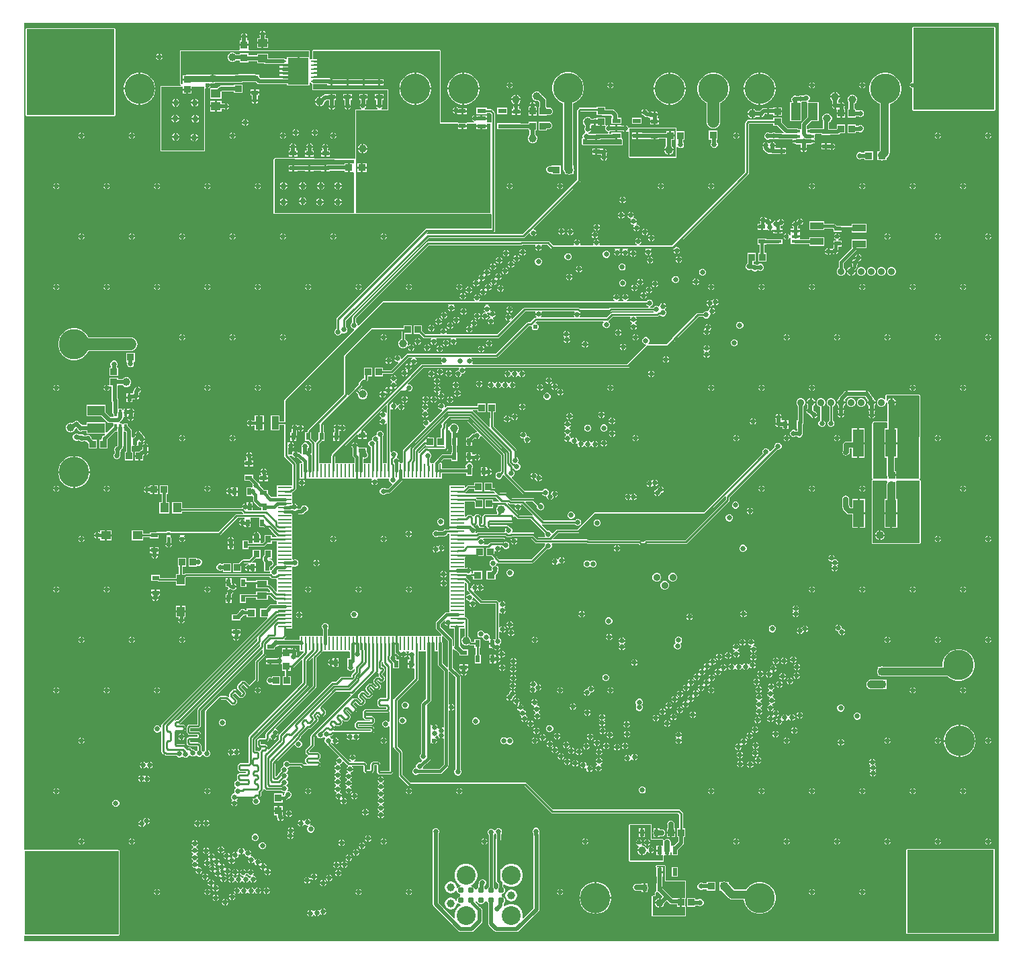
<source format=gbl>
G04*
G04 #@! TF.GenerationSoftware,Altium Limited,Altium Designer,24.2.2 (26)*
G04*
G04 Layer_Physical_Order=4*
G04 Layer_Color=16711680*
%FSLAX25Y25*%
%MOIN*%
G70*
G04*
G04 #@! TF.SameCoordinates,68C129F3-C7C4-414E-B264-5C09C29A3FA5*
G04*
G04*
G04 #@! TF.FilePolarity,Positive*
G04*
G01*
G75*
%ADD10C,0.02000*%
%ADD11C,0.01000*%
%ADD21R,0.03740X0.01575*%
%ADD23R,0.02200X0.03500*%
%ADD28R,0.03500X0.02200*%
%ADD33R,0.04331X0.02362*%
%ADD34R,0.03200X0.03500*%
%ADD35R,0.03600X0.06500*%
%ADD36R,0.06500X0.03600*%
%ADD37R,0.03500X0.03200*%
%ADD50C,0.03937*%
%ADD51R,0.03740X0.03543*%
%ADD52R,0.03543X0.03740*%
%ADD82C,0.00910*%
%ADD83C,0.01500*%
%ADD84C,0.02600*%
%ADD85C,0.01200*%
%ADD93C,0.33071*%
%ADD94C,0.03560*%
%ADD95C,0.03543*%
%ADD96C,0.15000*%
%ADD97C,0.09350*%
%ADD98C,0.03900*%
%ADD99C,0.02500*%
%ADD100C,0.02400*%
%ADD101C,0.05000*%
%ADD102C,0.02200*%
%ADD103C,0.04000*%
%ADD104C,0.03000*%
%ADD105C,0.06000*%
%ADD106C,0.04000*%
%ADD108R,0.01181X0.01673*%
%ADD109R,0.04882X0.08740*%
%ADD110R,0.08740X0.04882*%
%ADD111R,0.04331X0.04921*%
%ADD112R,0.04921X0.04331*%
%ADD113R,0.03150X0.03543*%
%ADD114R,0.05100X0.03200*%
%ADD115R,0.03200X0.01200*%
%ADD116R,0.04331X0.02362*%
%ADD117R,0.03937X0.02362*%
%ADD118R,0.01100X0.06890*%
%ADD119R,0.06890X0.01100*%
%ADD120R,0.02756X0.00984*%
%ADD121R,0.10433X0.13307*%
%ADD122R,0.01200X0.03200*%
%ADD123R,0.04800X0.04100*%
%ADD124R,0.04100X0.04800*%
%ADD125C,0.03100*%
%ADD126R,0.04724X0.03937*%
%ADD127R,0.05512X0.13780*%
%ADD128R,0.02362X0.03937*%
%ADD129C,0.03000*%
%ADD130R,0.43110X0.41240*%
%ADD131R,0.40256X0.40748*%
%ADD132R,0.43602X0.42717*%
%ADD133R,0.46555X0.41634*%
G36*
X667374Y1681D02*
X667200Y1181D01*
X183703D01*
Y3794D01*
X183858Y3898D01*
X230413D01*
X230719Y4025D01*
X230846Y4331D01*
Y45965D01*
X230719Y46271D01*
X230413Y46398D01*
X183858D01*
X183703Y46501D01*
Y456497D01*
X667374D01*
Y1681D01*
D02*
G37*
%LPC*%
G36*
X302421Y452489D02*
Y451410D01*
X303500D01*
X303320Y451845D01*
X302856Y452309D01*
X302421Y452489D01*
D02*
G37*
G36*
X301421D02*
X300987Y452309D01*
X300522Y451845D01*
X300342Y451410D01*
X301421D01*
Y452489D01*
D02*
G37*
G36*
X293221Y451289D02*
Y450210D01*
X294300D01*
X294120Y450645D01*
X293656Y451109D01*
X293221Y451289D01*
D02*
G37*
G36*
X292221D02*
X291787Y451109D01*
X291322Y450645D01*
X291142Y450210D01*
X292221D01*
Y451289D01*
D02*
G37*
G36*
X303500Y450410D02*
X300342D01*
X300494Y450045D01*
Y448953D01*
X299159D01*
Y447084D01*
X301921D01*
X304683D01*
Y448953D01*
X303349D01*
Y450045D01*
X303500Y450410D01*
D02*
G37*
G36*
X294300Y449210D02*
X291142D01*
X291294Y448845D01*
Y447877D01*
X290550D01*
Y446106D01*
X292721D01*
X294893D01*
Y447877D01*
X294149D01*
Y448845D01*
X294300Y449210D01*
D02*
G37*
G36*
X304683Y446084D02*
X302421D01*
Y444216D01*
X304683D01*
Y446084D01*
D02*
G37*
G36*
X301421D02*
X299159D01*
Y444216D01*
X301421D01*
Y446084D01*
D02*
G37*
G36*
X251122Y441179D02*
Y440100D01*
X252201D01*
X252021Y440535D01*
X251557Y440999D01*
X251122Y441179D01*
D02*
G37*
G36*
X250122D02*
X249687Y440999D01*
X249223Y440535D01*
X249043Y440100D01*
X250122D01*
Y441179D01*
D02*
G37*
G36*
X252201Y439100D02*
X251122D01*
Y438021D01*
X251557Y438201D01*
X252021Y438665D01*
X252201Y439100D01*
D02*
G37*
G36*
X250122D02*
X249043D01*
X249223Y438665D01*
X249687Y438201D01*
X250122Y438021D01*
Y439100D01*
D02*
G37*
G36*
X600008Y427115D02*
Y426090D01*
X601033D01*
X600864Y426497D01*
X600414Y426947D01*
X600008Y427115D01*
D02*
G37*
G36*
X599008D02*
X598601Y426947D01*
X598151Y426497D01*
X597983Y426090D01*
X599008D01*
Y427115D01*
D02*
G37*
G36*
X575008D02*
Y426090D01*
X576033D01*
X575864Y426497D01*
X575414Y426947D01*
X575008Y427115D01*
D02*
G37*
G36*
X574008D02*
X573601Y426947D01*
X573151Y426497D01*
X572983Y426090D01*
X574008D01*
Y427115D01*
D02*
G37*
G36*
X475008D02*
Y426090D01*
X476033D01*
X475864Y426497D01*
X475414Y426947D01*
X475008Y427115D01*
D02*
G37*
G36*
X474008D02*
X473601Y426947D01*
X473151Y426497D01*
X472983Y426090D01*
X474008D01*
Y427115D01*
D02*
G37*
G36*
X425008D02*
Y426090D01*
X426033D01*
X425864Y426497D01*
X425414Y426947D01*
X425008Y427115D01*
D02*
G37*
G36*
X424008D02*
X423601Y426947D01*
X423151Y426497D01*
X422983Y426090D01*
X424008D01*
Y427115D01*
D02*
G37*
G36*
X291971Y425860D02*
X287671D01*
Y425313D01*
X281147D01*
X281147Y425313D01*
X280600Y425204D01*
X280137Y424895D01*
X279268Y424025D01*
X276358D01*
X276106Y424025D01*
X275856Y424094D01*
X275596Y424415D01*
X275864Y424684D01*
X276033Y425091D01*
X275008D01*
Y424066D01*
X275414Y424234D01*
X275488Y424208D01*
X275666Y424131D01*
X275861Y423973D01*
X275861Y423547D01*
Y418895D01*
X281582D01*
Y422302D01*
X281738Y422458D01*
X287671D01*
Y421860D01*
X291971D01*
Y425860D01*
D02*
G37*
G36*
X549378Y431701D02*
X549100D01*
Y424301D01*
X556500D01*
Y424579D01*
X556196Y426105D01*
X555601Y427543D01*
X554736Y428837D01*
X553636Y429937D01*
X552342Y430802D01*
X550904Y431397D01*
X549378Y431701D01*
D02*
G37*
G36*
X504678D02*
X504400D01*
Y424301D01*
X511800D01*
Y424579D01*
X511496Y426105D01*
X510901Y427543D01*
X510036Y428837D01*
X508936Y429937D01*
X507642Y430802D01*
X506204Y431397D01*
X504678Y431701D01*
D02*
G37*
G36*
X402378D02*
X402100D01*
Y424301D01*
X409500D01*
Y424579D01*
X409196Y426105D01*
X408601Y427543D01*
X407736Y428837D01*
X406636Y429937D01*
X405342Y430802D01*
X403904Y431397D01*
X402378Y431701D01*
D02*
G37*
G36*
X241578D02*
X241300D01*
Y424301D01*
X248700D01*
Y424579D01*
X248396Y426105D01*
X247801Y427543D01*
X246936Y428837D01*
X245836Y429937D01*
X244542Y430802D01*
X243104Y431397D01*
X241578Y431701D01*
D02*
G37*
G36*
X548100D02*
X547822D01*
X546296Y431397D01*
X544858Y430802D01*
X543564Y429937D01*
X542464Y428837D01*
X541599Y427543D01*
X541004Y426105D01*
X540700Y424579D01*
Y424301D01*
X548100D01*
Y431701D01*
D02*
G37*
G36*
X503400D02*
X503122D01*
X501596Y431397D01*
X500158Y430802D01*
X498864Y429937D01*
X497764Y428837D01*
X496899Y427543D01*
X496304Y426105D01*
X496000Y424579D01*
Y424301D01*
X503400D01*
Y431701D01*
D02*
G37*
G36*
X401100D02*
X400822D01*
X399296Y431397D01*
X397858Y430802D01*
X396564Y429937D01*
X395464Y428837D01*
X394599Y427543D01*
X394004Y426105D01*
X393700Y424579D01*
Y424301D01*
X401100D01*
Y431701D01*
D02*
G37*
G36*
X240300D02*
X240022D01*
X238496Y431397D01*
X237058Y430802D01*
X235764Y429937D01*
X234664Y428837D01*
X233799Y427543D01*
X233204Y426105D01*
X232900Y424579D01*
Y424301D01*
X240300D01*
Y431701D01*
D02*
G37*
G36*
X601033Y425091D02*
X600008D01*
Y424066D01*
X600414Y424234D01*
X600864Y424684D01*
X601033Y425091D01*
D02*
G37*
G36*
X599008D02*
X597983D01*
X598151Y424684D01*
X598601Y424234D01*
X599008Y424066D01*
Y425091D01*
D02*
G37*
G36*
X576033D02*
X575008D01*
Y424066D01*
X575414Y424234D01*
X575864Y424684D01*
X576033Y425091D01*
D02*
G37*
G36*
X574008D02*
X572983D01*
X573151Y424684D01*
X573601Y424234D01*
X574008Y424066D01*
Y425091D01*
D02*
G37*
G36*
X476033D02*
X475008D01*
Y424066D01*
X475414Y424234D01*
X475864Y424684D01*
X476033Y425091D01*
D02*
G37*
G36*
X474008D02*
X472983D01*
X473151Y424684D01*
X473601Y424234D01*
X474008Y424066D01*
Y425091D01*
D02*
G37*
G36*
X426033D02*
X425008D01*
Y424066D01*
X425414Y424234D01*
X425864Y424684D01*
X426033Y425091D01*
D02*
G37*
G36*
X424008D02*
X422983D01*
X423151Y424684D01*
X423601Y424234D01*
X424008Y424066D01*
Y425091D01*
D02*
G37*
G36*
X300171Y423360D02*
X298521D01*
Y422360D01*
X300171D01*
Y423360D01*
D02*
G37*
G36*
X297521D02*
X295871D01*
Y422360D01*
X297521D01*
Y423360D01*
D02*
G37*
G36*
X572048Y420851D02*
X571352D01*
X570709Y420584D01*
X570448Y420324D01*
X569896D01*
X569348Y420551D01*
X568652D01*
X568009Y420285D01*
X567848Y420124D01*
X566996D01*
X566448Y420351D01*
X565752D01*
X565109Y420084D01*
X564616Y419592D01*
X564350Y418949D01*
Y418253D01*
X564591Y417671D01*
X564489Y417401D01*
X564348Y417171D01*
X563668D01*
Y407631D01*
X569350D01*
Y417052D01*
X569991Y417317D01*
X570143Y417469D01*
X571067D01*
X571352Y417351D01*
X571825D01*
X572099Y417235D01*
X572250Y416893D01*
Y409650D01*
X569591Y406990D01*
X569281Y406527D01*
X569173Y405980D01*
X569173Y405980D01*
Y404127D01*
X568800Y403819D01*
X567816D01*
X567809Y403828D01*
X567346Y404138D01*
X566800Y404246D01*
X562572D01*
X559650Y407169D01*
Y409450D01*
X555350D01*
Y408368D01*
X542936D01*
X542585Y408298D01*
X542287Y408099D01*
X541701Y407513D01*
X541502Y407215D01*
X541432Y406864D01*
Y382366D01*
X505231Y346165D01*
X489077D01*
X488977Y346665D01*
X489298Y346798D01*
X489762Y347262D01*
X489943Y347696D01*
X486785D01*
X486965Y347262D01*
X487429Y346798D01*
X487750Y346665D01*
X487651Y346165D01*
X469251D01*
X469040Y346665D01*
X469179Y347000D01*
X466021D01*
X466160Y346665D01*
X465949Y346165D01*
X459669D01*
X459456Y346665D01*
X459594Y346997D01*
X456436D01*
X456574Y346665D01*
X456361Y346165D01*
X446126D01*
X444291Y347999D01*
X443994Y348198D01*
X443643Y348268D01*
X430441D01*
X430090Y348198D01*
X429820Y348018D01*
X383800D01*
X383449Y347948D01*
X383151Y347749D01*
X346651Y311249D01*
X346452Y310951D01*
X346382Y310600D01*
Y308014D01*
X346309Y307984D01*
X345816Y307491D01*
X345550Y306848D01*
Y306152D01*
X345816Y305509D01*
X346309Y305016D01*
X346952Y304750D01*
X347213D01*
X347421Y304250D01*
X312884Y269713D01*
X312695Y269430D01*
X312628Y269097D01*
Y258873D01*
X310350D01*
Y261651D01*
X305950D01*
Y254351D01*
X310350D01*
Y257129D01*
X312628D01*
Y241863D01*
X312695Y241529D01*
X312884Y241246D01*
X316728Y237402D01*
Y227463D01*
X316663Y226990D01*
X308973D01*
Y225090D01*
X308973D01*
Y225022D01*
X308973Y225022D01*
X308973Y223122D01*
X308973Y222622D01*
Y221307D01*
X306151D01*
X304550Y222908D01*
Y224950D01*
X302449D01*
X302229Y225279D01*
X300450Y227058D01*
Y227448D01*
X300184Y228091D01*
X299691Y228584D01*
X299407Y228701D01*
X297150Y230958D01*
Y232300D01*
X292850D01*
Y229300D01*
X295492D01*
X297065Y227727D01*
X296950Y227448D01*
Y226752D01*
X297022Y226579D01*
X296658Y226150D01*
X293850D01*
Y221850D01*
X296850D01*
X297195Y221493D01*
Y219750D01*
X297284Y219301D01*
X297538Y218921D01*
X299889Y216571D01*
X300269Y216317D01*
X300718Y216227D01*
X301350D01*
Y214767D01*
X297050D01*
Y216000D01*
X295550D01*
Y216500D01*
X295050D01*
Y218650D01*
X294050D01*
Y218465D01*
X293900Y218365D01*
Y216600D01*
X293400D01*
Y216100D01*
X291589D01*
X291374Y215872D01*
X262015D01*
Y218962D01*
X256884D01*
Y213240D01*
X262015D01*
Y214128D01*
X291521D01*
X292277Y213372D01*
X292181Y213007D01*
X292087Y212872D01*
X289100D01*
X288766Y212805D01*
X288484Y212616D01*
X279946Y204079D01*
X256394D01*
Y204443D01*
X254413D01*
Y204079D01*
X249657D01*
X249323Y204012D01*
X249155Y203900D01*
X246050D01*
Y203272D01*
X242650D01*
Y204750D01*
X237050D01*
Y199850D01*
X242650D01*
Y201528D01*
X246050D01*
Y200900D01*
X250350D01*
Y202335D01*
X254413D01*
Y201360D01*
X254271Y201148D01*
X254181Y200699D01*
Y199151D01*
X253906Y198876D01*
X253726Y198441D01*
X256884D01*
X256703Y198876D01*
X256526Y199053D01*
Y200501D01*
X256576Y200748D01*
X256486Y201197D01*
X256394Y201336D01*
Y202335D01*
X260831D01*
X260990Y201835D01*
X260651Y201497D01*
X260483Y201091D01*
X263533D01*
X263364Y201497D01*
X263026Y201835D01*
X263184Y202335D01*
X280307D01*
X280640Y202401D01*
X280923Y202590D01*
X289461Y211128D01*
X292898D01*
X292950Y210650D01*
X292950Y210628D01*
Y210592D01*
X292450Y210258D01*
X292400Y210279D01*
Y208700D01*
Y207121D01*
X292450Y207142D01*
X292950Y206808D01*
Y206350D01*
X293950D01*
Y208500D01*
X294450D01*
Y209000D01*
X295950D01*
Y210628D01*
X295950Y210650D01*
X296003Y211128D01*
X300198D01*
X300250Y210650D01*
X300250D01*
Y206350D01*
X302667D01*
X302733Y206284D01*
X303015Y206096D01*
X303349Y206029D01*
X304934D01*
X306326Y204637D01*
X306351Y204510D01*
X306540Y204227D01*
X308830Y201938D01*
X308821Y201447D01*
X308512Y201322D01*
X306729D01*
Y202514D01*
X302780D01*
Y199404D01*
X301963Y198588D01*
X301021D01*
Y199843D01*
X297071D01*
Y198588D01*
X295050D01*
Y199850D01*
X292050D01*
Y195550D01*
X295050D01*
Y196844D01*
X302325D01*
X302658Y196911D01*
X302941Y197099D01*
X304012Y198171D01*
X306729D01*
Y199578D01*
X308534D01*
X308973Y199431D01*
X308973Y199000D01*
X308973Y197531D01*
X308973Y197031D01*
X308973Y195563D01*
X308973Y195063D01*
X308973Y193594D01*
X308973Y193094D01*
X308973Y191626D01*
X308973Y191126D01*
Y189657D01*
X308973Y189657D01*
Y189589D01*
X308973D01*
X308973Y189157D01*
Y187689D01*
X308528Y187556D01*
X308516Y187554D01*
X308136Y187299D01*
X306991Y186155D01*
X306737Y185774D01*
X306656Y185365D01*
X306250Y184960D01*
X306147Y184965D01*
X305750Y185087D01*
Y186850D01*
X305948D01*
X306591Y187116D01*
X307084Y187609D01*
X307350Y188252D01*
Y188948D01*
X307084Y189591D01*
X306591Y190084D01*
X305948Y190350D01*
X305252D01*
X305185Y190322D01*
X305120Y190387D01*
X305327Y190887D01*
X306729D01*
Y195231D01*
X302780D01*
Y192546D01*
X302438Y192204D01*
X302184Y191824D01*
X302095Y191375D01*
Y190133D01*
X302184Y189684D01*
X302438Y189304D01*
X302728Y189014D01*
Y186850D01*
X302750Y186737D01*
Y184350D01*
X305486D01*
X305534Y184348D01*
X305762Y183978D01*
X305596Y183617D01*
X305517Y183605D01*
X263733D01*
X263400Y183539D01*
X263117Y183350D01*
X262881Y183114D01*
X262811Y183100D01*
X262172D01*
Y186850D01*
X264050D01*
Y191150D01*
X260050D01*
Y186850D01*
X260428D01*
Y183100D01*
X258850D01*
Y181172D01*
X251050D01*
Y182750D01*
X246750D01*
Y179750D01*
X249817D01*
X249884Y179684D01*
X250166Y179495D01*
X250500Y179428D01*
X258850D01*
Y177500D01*
X263750D01*
Y181554D01*
X263861Y181629D01*
X264094Y181861D01*
X305421D01*
X306099Y181184D01*
X306382Y180995D01*
X306716Y180928D01*
X308542D01*
X308973Y180504D01*
X308973Y179815D01*
X308973Y179315D01*
X308973Y177846D01*
X308973Y177346D01*
X308973Y175878D01*
X308973Y175378D01*
Y174567D01*
X308473Y174360D01*
X307767Y175066D01*
X307705Y175374D01*
X307516Y175657D01*
X305567Y177607D01*
X305284Y177796D01*
X304950Y177862D01*
X304650D01*
Y180001D01*
X298750D01*
Y179773D01*
X293850D01*
Y181051D01*
X290850D01*
Y176751D01*
X293850D01*
Y178029D01*
X298750D01*
Y176001D01*
X304650D01*
X304650Y176001D01*
Y176001D01*
X305008Y175700D01*
X305743Y174965D01*
X305705Y174367D01*
X305604Y174272D01*
X304650D01*
Y174401D01*
X298750D01*
Y173273D01*
X293550D01*
X293525Y173268D01*
X292895D01*
X292811Y173251D01*
X290750D01*
Y168951D01*
X293750D01*
Y171529D01*
X298750D01*
Y170401D01*
X304650D01*
Y172528D01*
X305639D01*
X307766Y170401D01*
X308049Y170212D01*
X308383Y170145D01*
X308573D01*
X308973Y169904D01*
X308973Y169472D01*
Y168158D01*
X306033D01*
X305585Y168068D01*
X305204Y167814D01*
X303462Y166072D01*
X300578D01*
Y161728D01*
X304137D01*
X304328Y161266D01*
X251984Y108922D01*
X251795Y108639D01*
X251728Y108305D01*
Y107283D01*
X251228Y107183D01*
X251184Y107291D01*
X250691Y107784D01*
X250048Y108050D01*
X249352D01*
X248709Y107784D01*
X248216Y107291D01*
X247950Y106648D01*
Y105952D01*
X248216Y105309D01*
X248709Y104816D01*
X249352Y104550D01*
X250048D01*
X250691Y104816D01*
X251184Y105309D01*
X251228Y105417D01*
X251728Y105317D01*
Y95083D01*
X251795Y94749D01*
X251984Y94466D01*
X252517Y93933D01*
X252800Y93744D01*
X253133Y93678D01*
X253239D01*
X253517Y93400D01*
X253800Y93211D01*
X254133Y93145D01*
X259219D01*
X259268Y93025D01*
X259761Y92533D01*
X260404Y92267D01*
X261100D01*
X261743Y92533D01*
X262154Y92944D01*
X262277Y92920D01*
X262770Y92427D01*
X263413Y92161D01*
X264109D01*
X264752Y92427D01*
X265244Y92920D01*
X265390Y93273D01*
X265557Y93326D01*
X265958Y93336D01*
X266361Y92933D01*
X267004Y92667D01*
X267700D01*
X268343Y92933D01*
X268588Y93178D01*
X269012Y93308D01*
X269229Y93165D01*
X269561Y92833D01*
X270204Y92567D01*
X270900D01*
X271543Y92833D01*
X272036Y93325D01*
X272061Y93386D01*
X272602D01*
X272668Y93225D01*
X273161Y92733D01*
X273804Y92467D01*
X274500D01*
X275143Y92733D01*
X275636Y93225D01*
X275902Y93869D01*
Y94565D01*
X275636Y95208D01*
X275143Y95700D01*
X275024Y95750D01*
Y114691D01*
X281261Y120928D01*
X283639D01*
X286207Y118360D01*
X286490Y118172D01*
X286823Y118105D01*
X287577D01*
X287911Y118172D01*
X288193Y118360D01*
X288989Y119157D01*
X289178Y119439D01*
X289245Y119773D01*
Y120527D01*
X289178Y120861D01*
X288989Y121143D01*
X286999Y123134D01*
Y123166D01*
X288084Y124251D01*
X288116D01*
X290257Y122110D01*
X290540Y121922D01*
X290873Y121855D01*
X291627D01*
X291961Y121922D01*
X292243Y122110D01*
X293190Y123057D01*
X293378Y123339D01*
X293445Y123673D01*
Y124427D01*
X293378Y124760D01*
X293190Y125043D01*
X290999Y127234D01*
Y127266D01*
X292284Y128551D01*
X292316D01*
X294307Y126560D01*
X294589Y126372D01*
X294923Y126305D01*
X295677D01*
X296010Y126372D01*
X296293Y126560D01*
X299711Y129979D01*
X299900Y130261D01*
X299967Y130595D01*
Y139402D01*
X303511Y142947D01*
X303700Y143230D01*
X303767Y143563D01*
Y145650D01*
X307950D01*
Y146631D01*
X308569Y147250D01*
X309048D01*
X309691Y147516D01*
X309876Y147702D01*
X320244D01*
Y144922D01*
X322144D01*
X322223Y144686D01*
X322234Y144422D01*
X319512Y141699D01*
X319510Y141700D01*
X317400D01*
Y142700D01*
X318979D01*
X318899Y142893D01*
Y144300D01*
X317300D01*
Y144800D01*
X316800D01*
Y146379D01*
X316365Y146199D01*
X315872Y146309D01*
Y146318D01*
X314200D01*
Y144048D01*
X313700D01*
Y143548D01*
X311528D01*
Y142169D01*
X311528Y141986D01*
X311076Y141663D01*
X310850Y141757D01*
Y140178D01*
Y138599D01*
X311028Y138673D01*
X311528Y138370D01*
Y135282D01*
X312928D01*
Y132450D01*
X311800D01*
Y128150D01*
X315800D01*
Y132450D01*
X314672D01*
Y135282D01*
X315872D01*
Y136680D01*
X316598D01*
X316931Y136747D01*
X317214Y136935D01*
X321208Y140930D01*
X321708Y140723D01*
Y129341D01*
X295164Y102796D01*
X294975Y102514D01*
X294908Y102180D01*
Y89595D01*
X294686Y89373D01*
X290933D01*
X290599Y89306D01*
X290317Y89117D01*
X289784Y88584D01*
X289595Y88301D01*
X289528Y87968D01*
Y86534D01*
X289595Y86200D01*
X289784Y85918D01*
X290317Y85385D01*
X290599Y85195D01*
X290933Y85129D01*
X293491D01*
X293740Y84629D01*
X293622Y84473D01*
X290533D01*
X290199Y84406D01*
X289917Y84217D01*
X289384Y83684D01*
X289195Y83401D01*
X289128Y83068D01*
Y81734D01*
X289195Y81400D01*
X289295Y81251D01*
X289256Y81039D01*
X289178Y80828D01*
X289090Y80704D01*
X288560Y80484D01*
X288068Y79992D01*
X287801Y79349D01*
Y78653D01*
X288068Y78010D01*
X288560Y77517D01*
X288600Y77501D01*
Y77001D01*
X288560Y76985D01*
X288068Y76492D01*
X287801Y75849D01*
Y75153D01*
X287922Y74863D01*
X287647Y74363D01*
X287004Y74096D01*
X286511Y73604D01*
X286245Y72961D01*
Y72265D01*
X286511Y71622D01*
X286691Y71442D01*
X286910Y71028D01*
X286691Y70789D01*
X286453Y70551D01*
X286273Y70116D01*
X289430D01*
X289250Y70551D01*
X289147Y70654D01*
X288986Y71129D01*
X289156Y71299D01*
X289479Y71622D01*
X289528Y71741D01*
X296803D01*
X297137Y71241D01*
X297002Y70915D01*
Y70219D01*
X297268Y69575D01*
X297761Y69083D01*
X298404Y68817D01*
X299100D01*
X299743Y69083D01*
X300236Y69575D01*
X300502Y70219D01*
Y70915D01*
X300236Y71558D01*
X299743Y72050D01*
X299479Y72160D01*
X299579Y72660D01*
X300131D01*
X300465Y72726D01*
X300748Y72915D01*
X300985Y73152D01*
X301174Y73435D01*
X301240Y73769D01*
Y75007D01*
X301904Y75671D01*
X302093Y75953D01*
X302159Y76287D01*
Y76608D01*
X302659Y76760D01*
X302694Y76708D01*
X303227Y76174D01*
X303509Y75985D01*
X303843Y75919D01*
X311307D01*
X311768Y75458D01*
X312411Y75192D01*
X312810D01*
X313017Y74692D01*
X313016Y74691D01*
X312750Y74048D01*
Y73608D01*
X312510Y73369D01*
X311872D01*
Y74466D01*
X307528D01*
Y69926D01*
X311872D01*
Y71023D01*
X312996D01*
X313445Y71113D01*
X313825Y71367D01*
X314408Y71950D01*
X314848D01*
X315491Y72216D01*
X315984Y72709D01*
X316250Y73352D01*
Y74048D01*
X315984Y74691D01*
X315491Y75184D01*
X314848Y75450D01*
X314449D01*
X314242Y75950D01*
X314243Y75950D01*
X314509Y76594D01*
Y77290D01*
X314243Y77933D01*
X314061Y78115D01*
X313765Y78442D01*
X314061Y78768D01*
X314243Y78950D01*
X314509Y79594D01*
Y80290D01*
X314243Y80933D01*
X314001Y81174D01*
X313760Y81441D01*
X314001Y81827D01*
X314184Y82010D01*
X314450Y82653D01*
Y83349D01*
X314184Y83992D01*
X314001Y84174D01*
X313706Y84501D01*
X314001Y84828D01*
X314184Y85010D01*
X314450Y85653D01*
Y86349D01*
X314371Y86539D01*
X314262Y86994D01*
X314906Y87261D01*
X315398Y87753D01*
X315447Y87872D01*
X320639D01*
X321227Y87284D01*
X321510Y87095D01*
X321844Y87029D01*
X329280D01*
X329614Y87095D01*
X329896Y87284D01*
X330430Y87818D01*
X330619Y88100D01*
X330685Y88434D01*
Y89288D01*
X330672Y89354D01*
Y89368D01*
X330605Y89701D01*
X330416Y89984D01*
X329883Y90517D01*
X329784Y90584D01*
X329736Y91120D01*
X329750Y91162D01*
X329783Y91185D01*
X330316Y91717D01*
X330505Y92000D01*
X330572Y92334D01*
Y93468D01*
X330505Y93801D01*
X330316Y94084D01*
X329783Y94617D01*
X329501Y94806D01*
X329167Y94873D01*
X325114D01*
X325111Y94876D01*
X325060Y95428D01*
X327216Y97584D01*
X327405Y97867D01*
X327471Y98201D01*
Y102587D01*
X328219Y103334D01*
X328719Y103127D01*
Y103098D01*
X328985Y102455D01*
X329477Y101962D01*
X330121Y101696D01*
X330817D01*
X331460Y101962D01*
X331806Y102308D01*
X332401Y102331D01*
X332462Y102270D01*
X332835Y102116D01*
X333017Y101613D01*
X333002Y101546D01*
X332757Y100954D01*
Y100258D01*
X333023Y99615D01*
X333515Y99122D01*
X333939Y98947D01*
Y98890D01*
X334005Y98557D01*
X334194Y98274D01*
X339808Y92661D01*
X339600Y92161D01*
X339523D01*
X338916Y91909D01*
X338452Y91445D01*
X338272Y91011D01*
X339851D01*
Y90011D01*
X338272D01*
X338452Y89576D01*
X338789Y89239D01*
X338788Y89050D01*
X338708Y88746D01*
X338680Y88695D01*
X338179Y88488D01*
X337715Y88024D01*
X337535Y87589D01*
X340692D01*
X340512Y88024D01*
X340176Y88361D01*
X340177Y88550D01*
X340256Y88854D01*
X340285Y88904D01*
X340786Y89112D01*
X341250Y89576D01*
X341501Y90182D01*
Y90260D01*
X342001Y90467D01*
X343985Y88484D01*
X344226Y88322D01*
X344265Y88084D01*
X344263Y87786D01*
X343816Y87339D01*
X343636Y86904D01*
X346793D01*
X346613Y87339D01*
X346224Y87728D01*
X346298Y88081D01*
X346377Y88228D01*
X352006D01*
X352028Y88206D01*
Y85734D01*
X352095Y85400D01*
X352284Y85118D01*
X352817Y84584D01*
X353099Y84395D01*
X353433Y84329D01*
X355600D01*
X355934Y84395D01*
X356216Y84584D01*
X356916Y85285D01*
X357105Y85567D01*
X357172Y85901D01*
Y88407D01*
X357194Y88429D01*
X358606D01*
X358628Y88407D01*
Y85233D01*
X358695Y84899D01*
X358884Y84617D01*
X359417Y84084D01*
X359700Y83895D01*
X360033Y83828D01*
X365260D01*
X365594Y83895D01*
X365877Y84084D01*
X366410Y84617D01*
X366599Y84899D01*
X366665Y85233D01*
Y97036D01*
X367165Y97086D01*
X367202Y96899D01*
X367401Y96601D01*
X369482Y94520D01*
Y83400D01*
X369552Y83049D01*
X369751Y82751D01*
X373254Y79248D01*
X373254Y79248D01*
X374251Y78251D01*
X374549Y78052D01*
X374900Y77982D01*
X431920D01*
X445051Y64851D01*
X445349Y64652D01*
X445700Y64582D01*
X508057D01*
X508691Y63948D01*
Y57034D01*
X507609D01*
Y52734D01*
X508182D01*
Y50545D01*
X506031Y48394D01*
X504962D01*
X504887Y48394D01*
X504462Y48573D01*
Y50159D01*
X504330Y50823D01*
X503954Y51385D01*
X503392Y51761D01*
X502728Y51893D01*
X502065Y51761D01*
X501503Y51385D01*
X501433Y51280D01*
X501185Y51291D01*
X500899Y51382D01*
X500806Y51607D01*
X500500Y51734D01*
X494933D01*
Y58801D01*
X494806Y59107D01*
X494500Y59234D01*
X484198D01*
X483892Y59107D01*
X483765Y58801D01*
Y40999D01*
X483892Y40693D01*
X484198Y40566D01*
X500500D01*
X500806Y40693D01*
X500933Y40999D01*
Y43246D01*
X501147Y43657D01*
X501433Y43657D01*
X502228D01*
Y46025D01*
X503228D01*
Y43657D01*
X504310D01*
Y45170D01*
X504387Y45263D01*
X504887Y45081D01*
Y43657D01*
X508050D01*
Y46375D01*
X510618Y48944D01*
X510618Y48944D01*
X510928Y49407D01*
X511036Y49953D01*
Y52734D01*
X511609D01*
Y57034D01*
X510527D01*
Y64328D01*
X510457Y64680D01*
X510258Y64977D01*
X509086Y66149D01*
X508789Y66348D01*
X508437Y66418D01*
X446080D01*
X432949Y79549D01*
X432651Y79748D01*
X432300Y79818D01*
X375280D01*
X374552Y80546D01*
X374552Y80546D01*
X371318Y83780D01*
Y94900D01*
X371248Y95251D01*
X371049Y95549D01*
X368968Y97630D01*
Y120538D01*
X378929Y130500D01*
X379128Y130797D01*
X379198Y131148D01*
Y144463D01*
X379299Y144922D01*
X379731Y144922D01*
X381199Y144922D01*
X381699Y144922D01*
X383014D01*
Y121403D01*
X380871Y119260D01*
X380617Y118880D01*
X380527Y118431D01*
Y94003D01*
X380216Y93692D01*
X379950Y93049D01*
Y92353D01*
X380216Y91710D01*
X380709Y91217D01*
X380930Y91126D01*
X381047Y90536D01*
X380158Y89647D01*
X380148Y89651D01*
X379452D01*
X378809Y89385D01*
X378316Y88892D01*
X378050Y88249D01*
Y87553D01*
X378086Y87467D01*
X377808Y87051D01*
X377652D01*
X377009Y86784D01*
X376516Y86292D01*
X376250Y85649D01*
Y84953D01*
X376516Y84310D01*
X377009Y83817D01*
X377652Y83551D01*
X378348D01*
X378991Y83817D01*
X379302Y84128D01*
X390000D01*
X390449Y84218D01*
X390829Y84472D01*
X393841Y87484D01*
X394095Y87864D01*
X394184Y88313D01*
Y115442D01*
X394684Y115658D01*
X395012Y115522D01*
Y117101D01*
Y118680D01*
X394684Y118544D01*
X394184Y118760D01*
Y134776D01*
X394684Y134984D01*
X397775Y131893D01*
Y86450D01*
X397316Y85992D01*
X397050Y85349D01*
Y84653D01*
X397316Y84010D01*
X397809Y83517D01*
X398452Y83251D01*
X399148D01*
X399791Y83517D01*
X400284Y84010D01*
X400550Y84653D01*
Y85349D01*
X400284Y85992D01*
X400120Y86156D01*
Y132379D01*
X400031Y132828D01*
X399776Y133208D01*
X396268Y136717D01*
Y146169D01*
X396767Y146268D01*
X396916Y145909D01*
X397409Y145416D01*
X398052Y145150D01*
X398131D01*
X399550Y143731D01*
Y142750D01*
X403850D01*
Y145750D01*
X401569D01*
X400150Y147169D01*
Y147248D01*
X399884Y147891D01*
X399827Y147947D01*
Y156193D01*
X402128D01*
Y152203D01*
X401658Y152008D01*
X400992Y151342D01*
X400632Y150471D01*
Y149529D01*
X400992Y148658D01*
X401658Y147992D01*
X402529Y147632D01*
X403471D01*
X404342Y147992D01*
X404471Y148121D01*
X404736Y147945D01*
X405069Y147878D01*
X407000D01*
Y146600D01*
X407703D01*
Y143250D01*
X407150D01*
Y138950D01*
X410150D01*
Y143250D01*
X409447D01*
Y146600D01*
X410000D01*
Y150900D01*
X407000D01*
Y149622D01*
X405430D01*
X405369Y149683D01*
Y150471D01*
X405008Y151342D01*
X404342Y152008D01*
X403872Y152203D01*
Y160547D01*
X403805Y160880D01*
X403616Y161163D01*
X403178Y161601D01*
X402895Y161790D01*
X402701Y161829D01*
X402313Y162098D01*
Y163567D01*
X402313Y163998D01*
X402313D01*
Y164067D01*
X402313Y164067D01*
X402313Y165967D01*
X402313Y166467D01*
X402313Y167935D01*
X402313Y168435D01*
X402313Y169904D01*
X402313Y170404D01*
X402313Y171872D01*
X402313Y172372D01*
X402313Y173841D01*
X402313Y174341D01*
X402313Y175809D01*
X402313Y176309D01*
X402313Y177778D01*
X402313Y178701D01*
X402774Y178893D01*
X403328Y178339D01*
Y175501D01*
X403395Y175167D01*
X403584Y174884D01*
X404818Y173650D01*
X404611Y173150D01*
X404172D01*
X403565Y172899D01*
X403101Y172435D01*
X402921Y172000D01*
X404500D01*
Y171000D01*
X402921D01*
X403101Y170565D01*
X403565Y170101D01*
X404172Y169850D01*
X404443D01*
X404571Y169669D01*
X404700Y169350D01*
X404555Y169000D01*
X407713D01*
X407533Y169435D01*
X407068Y169899D01*
X406462Y170150D01*
X406191D01*
X406063Y170331D01*
X405934Y170650D01*
X406150Y171172D01*
Y171611D01*
X406650Y171818D01*
X409733Y168735D01*
X410016Y168546D01*
X410350Y168480D01*
X417455D01*
X417478Y168457D01*
Y151238D01*
X417166Y150926D01*
X417156Y150900D01*
X416300D01*
Y148750D01*
X415800D01*
Y148250D01*
X414300D01*
Y146600D01*
X415642D01*
X415930Y146312D01*
X416310Y146058D01*
X416759Y145969D01*
X416998D01*
X417415Y145551D01*
X417850Y145371D01*
Y146950D01*
X418350D01*
Y147450D01*
X419929D01*
X419749Y147885D01*
X419670Y147963D01*
X419702Y148512D01*
X420134Y148944D01*
X420400Y149587D01*
Y150283D01*
X420134Y150926D01*
X419641Y151418D01*
X419221Y151593D01*
Y154475D01*
X419721Y154645D01*
X420065Y154301D01*
X420500Y154121D01*
Y155700D01*
Y157279D01*
X420065Y157099D01*
X419721Y156755D01*
X419221Y156925D01*
Y163975D01*
X419721Y164145D01*
X420065Y163801D01*
X420500Y163621D01*
Y165200D01*
X421000D01*
Y165700D01*
X422579D01*
X422399Y166135D01*
X421935Y166599D01*
X422141Y167045D01*
X422262Y167166D01*
X422442Y167601D01*
X420863D01*
Y168101D01*
X420364D01*
Y169680D01*
X419929Y169500D01*
X419651Y169222D01*
X419529Y169205D01*
X419073Y169282D01*
X419064Y169288D01*
X418966Y169435D01*
X418433Y169968D01*
X418150Y170157D01*
X417816Y170223D01*
X410711D01*
X406531Y174403D01*
X406800Y174806D01*
Y176411D01*
Y177990D01*
X406365Y177810D01*
X405901Y177346D01*
X405650Y176740D01*
Y176339D01*
X405167Y176041D01*
X405072Y176097D01*
Y178700D01*
X405005Y179034D01*
X404816Y179316D01*
X402878Y181255D01*
X402886Y181357D01*
X403087Y181723D01*
X405141D01*
X405475Y181790D01*
X405508Y181812D01*
X406430D01*
Y180329D01*
X410970D01*
Y184672D01*
X406430D01*
Y183555D01*
X405770D01*
X405720Y183598D01*
X405478Y184055D01*
X405579Y184300D01*
X404000D01*
Y184800D01*
X403500D01*
Y186379D01*
X403065Y186199D01*
X402559Y186255D01*
X402313Y186501D01*
X402313Y187620D01*
X402313Y188120D01*
X402313Y189589D01*
X402313Y190089D01*
X402313Y191557D01*
X402752Y191704D01*
X408226D01*
X408559Y191770D01*
X408842Y191959D01*
X408933Y192050D01*
X411700D01*
Y196023D01*
X412800D01*
Y192050D01*
X415567D01*
X416615Y191002D01*
Y190995D01*
X416671Y190713D01*
X416662Y190680D01*
X416551Y190498D01*
X416354Y190251D01*
X415852D01*
X415209Y189985D01*
X414716Y189492D01*
X414450Y188849D01*
Y188153D01*
X414716Y187510D01*
X415209Y187017D01*
X415416Y186932D01*
X415816Y186691D01*
X415550Y186048D01*
Y185352D01*
X415661Y185084D01*
X415337Y184672D01*
X412926D01*
Y180329D01*
X417466D01*
Y182654D01*
X418214Y183401D01*
X418523Y183864D01*
X418632Y184411D01*
X418632Y184411D01*
Y184557D01*
X418784Y184709D01*
X419050Y185352D01*
Y186048D01*
X418784Y186691D01*
X418291Y187184D01*
X418084Y187269D01*
X417684Y187510D01*
X417950Y188153D01*
Y188592D01*
X418297Y188776D01*
X418450Y188812D01*
X418694Y188648D01*
X419028Y188582D01*
X435653D01*
X435987Y188648D01*
X436269Y188837D01*
X443035Y195603D01*
X443352Y195472D01*
X444048D01*
X444691Y195738D01*
X445184Y196230D01*
X445450Y196874D01*
Y197570D01*
X445249Y198055D01*
X445495Y198555D01*
X462631D01*
X462806Y198380D01*
X463089Y198190D01*
X463422Y198124D01*
X488575D01*
X489020Y197679D01*
X489303Y197490D01*
X489637Y197423D01*
X491463D01*
X491797Y197490D01*
X492080Y197679D01*
X492525Y198124D01*
X512080D01*
X512414Y198190D01*
X512696Y198380D01*
X533381Y219064D01*
X533570Y219347D01*
X533636Y219680D01*
Y221204D01*
X557232Y244800D01*
X557352Y244751D01*
X558048D01*
X558691Y245017D01*
X559184Y245510D01*
X559450Y246153D01*
Y246849D01*
X559184Y247492D01*
X558691Y247985D01*
X558048Y248251D01*
X557352D01*
X556709Y247985D01*
X556216Y247492D01*
X555950Y246849D01*
Y246153D01*
X556000Y246033D01*
X553946Y243980D01*
X553419Y244160D01*
X553218Y244645D01*
X552726Y245137D01*
X552082Y245403D01*
X551386D01*
X550743Y245137D01*
X550251Y244645D01*
X549984Y244002D01*
Y243305D01*
X550111Y242998D01*
X520869Y213755D01*
X466911D01*
X466578Y213689D01*
X466295Y213500D01*
X458082Y205287D01*
X448351D01*
X448017Y205220D01*
X447734Y205031D01*
X445971Y203268D01*
X445444Y203448D01*
X445243Y203933D01*
X444750Y204425D01*
X444107Y204692D01*
X443411D01*
X443292Y204642D01*
X440459Y207475D01*
X440622Y207967D01*
X440652Y207989D01*
X440953Y207929D01*
X456767D01*
X456816Y207810D01*
X457309Y207317D01*
X457952Y207051D01*
X458648D01*
X459291Y207317D01*
X459784Y207810D01*
X460050Y208453D01*
Y209149D01*
X459784Y209792D01*
X459291Y210284D01*
X458648Y210551D01*
X457952D01*
X457309Y210284D01*
X456816Y209792D01*
X456767Y209673D01*
X441314D01*
X432323Y218663D01*
X432515Y219125D01*
X436040D01*
X438106Y217059D01*
X438056Y216939D01*
Y216243D01*
X438323Y215600D01*
X438815Y215108D01*
X439458Y214841D01*
X440154D01*
X440798Y215108D01*
X441290Y215600D01*
X441556Y216243D01*
Y216939D01*
X441290Y217583D01*
X440798Y218075D01*
X440154Y218341D01*
X439458D01*
X439339Y218292D01*
X437017Y220613D01*
X436735Y220802D01*
X436401Y220868D01*
X425691D01*
X423308Y223251D01*
X423025Y223440D01*
X422691Y223507D01*
X419687D01*
X417597Y225597D01*
X417314Y225786D01*
X416980Y225852D01*
X416100D01*
Y228450D01*
X412100D01*
Y224150D01*
X415161D01*
X415245Y224133D01*
X415295D01*
X415420Y224109D01*
X416619D01*
X417291Y223437D01*
X417099Y222975D01*
X402752D01*
X402540Y223046D01*
X402491Y223528D01*
X402525Y223550D01*
X404403Y225428D01*
X407000D01*
Y224150D01*
X411000D01*
Y228450D01*
X407000D01*
Y227172D01*
X404042D01*
X403708Y227105D01*
X403425Y226916D01*
X402774Y226266D01*
X402313Y226457D01*
Y226990D01*
X394623D01*
Y225090D01*
X394623D01*
Y225022D01*
X394623D01*
X394623Y223122D01*
X394623Y222622D01*
X394623Y221153D01*
X394623Y220653D01*
X394623Y219185D01*
X394623Y218685D01*
X394623Y217216D01*
X394623Y216716D01*
X394623Y215248D01*
X394623Y214748D01*
X394623Y213279D01*
X394623Y212779D01*
X394623Y211311D01*
X394623Y210811D01*
Y209342D01*
X394623D01*
Y209274D01*
X394623D01*
Y207374D01*
X394623Y207374D01*
Y207305D01*
X394623D01*
X394623Y206874D01*
Y206855D01*
X398468D01*
Y205855D01*
X394623D01*
Y205405D01*
X394184Y205258D01*
X392987D01*
X392917Y205244D01*
X392500Y205327D01*
X391954Y205219D01*
X391491Y204909D01*
X391209Y204627D01*
X389147D01*
X389091Y204684D01*
X388448Y204950D01*
X387752D01*
X387109Y204684D01*
X386616Y204191D01*
X386350Y203548D01*
Y202852D01*
X386616Y202209D01*
X387109Y201716D01*
X387752Y201450D01*
X388448D01*
X389091Y201716D01*
X389147Y201773D01*
X391800D01*
X391800Y201773D01*
X392346Y201881D01*
X392809Y202191D01*
X393509Y202891D01*
X393819Y203354D01*
X394146Y203425D01*
X394623Y203105D01*
Y201468D01*
X394623D01*
Y201400D01*
X394623Y201400D01*
X394623Y199500D01*
X394623Y199000D01*
X394623Y197531D01*
X394623Y197031D01*
Y195563D01*
X394623Y195563D01*
Y195494D01*
X394623D01*
X394623Y195063D01*
Y193594D01*
X394623D01*
Y193526D01*
X394623Y193526D01*
X394623Y191626D01*
X394623Y191126D01*
X394623Y189657D01*
X394623Y189157D01*
X394623Y187689D01*
X394623Y187189D01*
Y185720D01*
X394623Y185720D01*
Y185652D01*
X394623D01*
X394623Y185220D01*
Y185202D01*
X398468D01*
Y184202D01*
X394623D01*
Y184183D01*
X394623Y183752D01*
X394623D01*
Y183683D01*
X394623Y183683D01*
X394623Y181783D01*
X394623Y181283D01*
Y180246D01*
X394623Y179815D01*
X394623D01*
Y179746D01*
X394623Y179746D01*
X394623Y177846D01*
X394623Y177346D01*
X394623Y175878D01*
X394623Y175378D01*
X394623Y173909D01*
X394623Y173409D01*
X394623Y171941D01*
X394623Y171441D01*
X394623Y169972D01*
X394623Y169472D01*
X394623Y168004D01*
X394623Y167504D01*
X394623Y166035D01*
X394623Y165535D01*
Y164221D01*
X393269D01*
X392820Y164131D01*
X392440Y163877D01*
X388192Y159629D01*
X387938Y159249D01*
X387848Y158800D01*
Y156490D01*
X387938Y156042D01*
X388192Y155661D01*
X390741Y153111D01*
X390534Y152611D01*
X389573D01*
X389142Y152611D01*
Y152611D01*
X389073D01*
Y152611D01*
X387173D01*
X387173Y152611D01*
X387105D01*
Y152611D01*
X386673Y152611D01*
X385205D01*
Y152611D01*
X385136D01*
Y152611D01*
X383667D01*
X383236Y152611D01*
Y152611D01*
X383168D01*
X383168Y152611D01*
X381267Y152611D01*
X380767Y152611D01*
X379299Y152611D01*
X378799Y152611D01*
X377330Y152611D01*
X376831Y152611D01*
X375362Y152611D01*
X374862Y152611D01*
X373394Y152611D01*
X372894Y152611D01*
X371856D01*
X371425Y152611D01*
Y152611D01*
X371357D01*
Y152611D01*
X369457D01*
X369457Y152611D01*
X369388D01*
Y152611D01*
X368956Y152611D01*
X368938D01*
Y148766D01*
X367938D01*
Y152611D01*
X367488D01*
X367488Y152611D01*
X367420D01*
Y152611D01*
X366988Y152611D01*
X365951D01*
X365519Y152611D01*
Y152611D01*
X365451D01*
Y152611D01*
X363551D01*
Y152611D01*
X363482D01*
Y152611D01*
X361582D01*
Y152611D01*
X361514D01*
Y152611D01*
X359614D01*
Y152611D01*
X359545D01*
Y152611D01*
X357646D01*
Y152611D01*
X357577D01*
Y152611D01*
X355677D01*
Y152611D01*
X355608D01*
Y152611D01*
X353709D01*
X353709Y152611D01*
X353640D01*
Y152611D01*
X353208Y152611D01*
X351740D01*
X351740Y152611D01*
X351671D01*
Y152611D01*
X351240Y152611D01*
X349771D01*
X349771Y152611D01*
X349703D01*
Y152611D01*
X349271Y152611D01*
X349253D01*
Y148766D01*
X348253D01*
Y152611D01*
X347803D01*
Y152611D01*
X347734D01*
Y152611D01*
X346266D01*
X345834Y152611D01*
Y152611D01*
X345766D01*
X345766Y152611D01*
X343866Y152611D01*
X343366Y152611D01*
X341897Y152611D01*
X341397Y152611D01*
X339929Y152611D01*
X339429Y152611D01*
X337960Y152611D01*
X337460Y152611D01*
X335992Y152611D01*
X335492Y152611D01*
X334175D01*
Y155800D01*
X334484Y156109D01*
X334750Y156752D01*
Y157448D01*
X334484Y158091D01*
X333991Y158584D01*
X333348Y158850D01*
X332652D01*
X332009Y158584D01*
X331516Y158091D01*
X331250Y157448D01*
Y156752D01*
X331516Y156109D01*
X331830Y155795D01*
Y152611D01*
X330518D01*
X330086Y152611D01*
Y152611D01*
X330018D01*
Y152611D01*
X328549D01*
X328118Y152611D01*
Y152611D01*
X328049D01*
Y152611D01*
X326581D01*
X326149Y152611D01*
Y152611D01*
X326081D01*
X326081Y152611D01*
X324181Y152611D01*
X323681Y152611D01*
X322212D01*
X322212Y152611D01*
X322144D01*
Y152611D01*
X321712Y152611D01*
X320244D01*
Y150556D01*
X312795D01*
X312588Y151056D01*
X313434Y151902D01*
X313623Y152185D01*
X313689Y152519D01*
Y156193D01*
X316663D01*
Y158093D01*
X316663Y158093D01*
Y158161D01*
X316663D01*
X316663Y158593D01*
Y160061D01*
X316663Y160061D01*
Y160130D01*
X316663D01*
X316663Y160561D01*
Y162030D01*
X316663Y162030D01*
Y162098D01*
X316663D01*
X316663Y162530D01*
Y163998D01*
X316663Y163998D01*
Y164067D01*
X316663D01*
X316663Y164498D01*
Y165967D01*
X316663Y165967D01*
Y166035D01*
X316663D01*
X316663Y166467D01*
Y167504D01*
X316663Y167935D01*
X316663D01*
Y168004D01*
X316663Y168004D01*
X316663Y169904D01*
X316663Y170404D01*
Y171441D01*
X316663Y171872D01*
X316663D01*
Y171941D01*
X316663Y171941D01*
X316663Y173841D01*
X316663Y174341D01*
X316663Y175809D01*
X316663Y176309D01*
X316663Y177778D01*
X316663Y178278D01*
X316663Y179746D01*
X316663Y180246D01*
Y181715D01*
X316663Y181715D01*
Y181783D01*
X316663D01*
X316663Y182215D01*
Y183683D01*
X316663D01*
Y183752D01*
X316663D01*
Y185652D01*
X316663Y185652D01*
Y185720D01*
X316663D01*
X316663Y186152D01*
Y186909D01*
X317163Y187153D01*
X317652Y186950D01*
X318348D01*
X318991Y187216D01*
X319484Y187709D01*
X319750Y188352D01*
Y189048D01*
X319484Y189691D01*
X318991Y190184D01*
X318348Y190450D01*
X317652D01*
X317163Y190247D01*
X316754Y190446D01*
X316663Y190540D01*
X316663Y191557D01*
X316663Y192057D01*
X316663Y193526D01*
X316663Y194026D01*
X316663Y195494D01*
X316663Y195994D01*
X316663Y197463D01*
X316663Y197963D01*
X316663Y199431D01*
X316663Y199931D01*
X316663Y201400D01*
X316663Y201900D01*
Y202937D01*
X316663Y203368D01*
X316663D01*
Y203437D01*
X316663D01*
Y204905D01*
X316663Y205337D01*
X316663D01*
Y205405D01*
X316663D01*
Y206874D01*
X316663Y207305D01*
X316663D01*
Y207374D01*
X316663D01*
Y208842D01*
X316663Y209274D01*
X316663D01*
Y209342D01*
X316663D01*
Y211242D01*
X316663D01*
Y211311D01*
X316663D01*
Y212714D01*
X316715Y212757D01*
X318786D01*
X319217Y212842D01*
X319673Y212752D01*
X321244D01*
X321244Y212752D01*
X321790Y212860D01*
X322253Y213170D01*
X322833Y213750D01*
X323048D01*
X323691Y214016D01*
X324184Y214509D01*
X324450Y215152D01*
Y215848D01*
X324184Y216491D01*
X323691Y216984D01*
X323048Y217250D01*
X322352D01*
X321709Y216984D01*
X321216Y216491D01*
X320989Y215944D01*
X320653Y215607D01*
X319673D01*
X319523Y215577D01*
X319233Y215929D01*
X317548D01*
Y216429D01*
X317049D01*
Y218040D01*
X316663Y218298D01*
Y219116D01*
X316663D01*
Y219185D01*
X316663D01*
Y220653D01*
X316663Y221085D01*
X316663D01*
Y221153D01*
X316663Y221153D01*
X316663Y223053D01*
X316663Y223773D01*
X316950Y223830D01*
X317233Y224019D01*
X318216Y225002D01*
X318405Y225285D01*
X318472Y225619D01*
Y237763D01*
X318405Y238096D01*
X318216Y238379D01*
X315108Y241488D01*
X315299Y241950D01*
X316762D01*
X316951Y241494D01*
X317415Y241030D01*
X317850Y240849D01*
Y242428D01*
Y244007D01*
X317550Y243883D01*
X317050Y244115D01*
Y245617D01*
X317399Y245965D01*
X317579Y246400D01*
X316000D01*
Y246900D01*
X315500D01*
Y248479D01*
X315065Y248299D01*
X314872Y248105D01*
X314372Y248312D01*
Y258001D01*
Y268736D01*
X362265Y316629D01*
X394048D01*
X394255Y316129D01*
X394132Y316006D01*
X393952Y315571D01*
X397110D01*
X396930Y316006D01*
X396807Y316129D01*
X397014Y316629D01*
X412580D01*
X412680Y316129D01*
X412365Y315999D01*
X411901Y315535D01*
X411721Y315100D01*
X414879D01*
X414699Y315535D01*
X414235Y315999D01*
X413920Y316129D01*
X414019Y316629D01*
X492267D01*
X492316Y316510D01*
X492809Y316017D01*
X493452Y315751D01*
X493401Y315272D01*
X474635D01*
X474301Y315205D01*
X474018Y315016D01*
X473774Y314772D01*
X459379D01*
X459230Y314921D01*
X458947Y315110D01*
X458613Y315177D01*
X431905D01*
X431571Y315110D01*
X431289Y314921D01*
X425775Y309407D01*
X425351Y309691D01*
X425479Y310000D01*
X424400D01*
Y308921D01*
X424709Y309049D01*
X424993Y308625D01*
X418339Y301972D01*
X393353D01*
X393146Y302472D01*
X393172Y302498D01*
X393352Y302932D01*
X390194D01*
X390374Y302498D01*
X390400Y302472D01*
X390193Y301972D01*
X382711D01*
X381050Y303633D01*
Y306550D01*
X377050D01*
Y302250D01*
X379967D01*
X381734Y300484D01*
X382016Y300295D01*
X382350Y300228D01*
X385528D01*
X385736Y299728D01*
X385424Y299417D01*
X385244Y298983D01*
X388402D01*
X388222Y299417D01*
X387911Y299728D01*
X388118Y300228D01*
X395388D01*
X395595Y299728D01*
X395301Y299435D01*
X395121Y299000D01*
X398279D01*
X398099Y299435D01*
X397805Y299728D01*
X398012Y300228D01*
X418700D01*
X419034Y300295D01*
X419316Y300484D01*
X432266Y313433D01*
X437196D01*
X437409Y312933D01*
X437271Y312600D01*
X440429D01*
X440291Y312933D01*
X440504Y313433D01*
X456593D01*
X456800Y312933D01*
X456601Y312735D01*
X456421Y312300D01*
X459579D01*
X459484Y312528D01*
X459759Y313028D01*
X474135D01*
X474469Y313095D01*
X474751Y313284D01*
X474996Y313528D01*
X495757D01*
X495780Y313496D01*
X495816Y313409D01*
X495923Y313302D01*
X496041Y313142D01*
X495846Y312672D01*
X475200D01*
X474866Y312605D01*
X474584Y312416D01*
X472489Y310322D01*
X459562D01*
X459355Y310822D01*
X459399Y310865D01*
X459579Y311300D01*
X456421D01*
X456601Y310865D01*
X456645Y310822D01*
X456438Y310322D01*
X440076D01*
X439905Y310822D01*
X440249Y311165D01*
X440429Y311600D01*
X437271D01*
X437451Y311165D01*
X437795Y310822D01*
X437624Y310322D01*
X437444D01*
X437110Y310255D01*
X436827Y310066D01*
X434733Y307972D01*
X433700D01*
X433366Y307905D01*
X433084Y307716D01*
X417739Y292372D01*
X374100D01*
X373766Y292305D01*
X373484Y292116D01*
X371050Y289683D01*
X370550Y289890D01*
Y290328D01*
X370299Y290935D01*
X369835Y291399D01*
X369400Y291579D01*
Y290000D01*
X368900D01*
Y289500D01*
X367321D01*
X367501Y289065D01*
X367965Y288601D01*
X368572Y288350D01*
X369010D01*
X369217Y287850D01*
X365639Y284272D01*
X361500D01*
Y285550D01*
X357500D01*
Y281250D01*
X361500D01*
Y282528D01*
X366000D01*
X366334Y282595D01*
X366616Y282784D01*
X374461Y290628D01*
X376243D01*
X376343Y290128D01*
X375989Y289982D01*
X375525Y289518D01*
X375345Y289083D01*
X378503D01*
X378323Y289518D01*
X377858Y289982D01*
X377505Y290128D01*
X377604Y290628D01*
X390628D01*
X390835Y290128D01*
X390705Y289998D01*
X390525Y289563D01*
X392103D01*
Y288563D01*
X390525D01*
X390705Y288129D01*
X391062Y287772D01*
X390912Y287277D01*
X390908Y287272D01*
X381384D01*
X381051Y287205D01*
X380768Y287016D01*
X336326Y242574D01*
X336137Y242291D01*
X336070Y241958D01*
Y238701D01*
X335923Y238261D01*
X335492Y238261D01*
X334023Y238261D01*
X333523Y238261D01*
X332055Y238261D01*
X331555Y238261D01*
X330086Y238261D01*
X329940Y238701D01*
Y247716D01*
X331215Y248991D01*
X331404Y249274D01*
X331406Y249284D01*
X332743D01*
Y253584D01*
X332115D01*
Y257032D01*
X348415Y273333D01*
X349131Y272617D01*
Y271829D01*
X349492Y270958D01*
X350158Y270292D01*
X351029Y269932D01*
X351971D01*
X352842Y270292D01*
X353508Y270958D01*
X353869Y271829D01*
Y272771D01*
X353508Y273642D01*
X352842Y274308D01*
X351971Y274669D01*
X351029D01*
X350158Y274308D01*
X350032Y274182D01*
X349648Y274565D01*
X351136Y276053D01*
X351325Y276336D01*
X351392Y276670D01*
Y277544D01*
X352226Y278378D01*
X353100D01*
X353434Y278445D01*
X353716Y278634D01*
X353871Y278789D01*
X354060Y279071D01*
X354127Y279405D01*
Y281250D01*
X356400D01*
Y285550D01*
X352400D01*
Y282339D01*
X352383Y282255D01*
Y280122D01*
X351865D01*
X351531Y280055D01*
X351248Y279866D01*
X349903Y278521D01*
X349714Y278239D01*
X349648Y277905D01*
Y277031D01*
X347459Y274841D01*
X344488Y271871D01*
X344049Y272091D01*
X344024Y272114D01*
Y290679D01*
X356724Y303378D01*
X370828D01*
Y299703D01*
X370358Y299508D01*
X369692Y298842D01*
X369332Y297971D01*
Y297029D01*
X369692Y296158D01*
X370358Y295492D01*
X371229Y295131D01*
X372171D01*
X373042Y295492D01*
X373602Y296052D01*
X373706Y296000D01*
X375200D01*
Y297079D01*
X374765Y296899D01*
X374408Y296541D01*
X373984Y296824D01*
X374068Y297029D01*
Y297971D01*
X373708Y298842D01*
X373042Y299508D01*
X372572Y299703D01*
Y302250D01*
X375950D01*
Y306550D01*
X371950D01*
Y305122D01*
X356363D01*
X356029Y305055D01*
X355746Y304866D01*
X342536Y291657D01*
X342347Y291374D01*
X342281Y291040D01*
Y272464D01*
X324385Y254568D01*
X324196Y254285D01*
X324130Y253952D01*
Y253584D01*
X323059D01*
Y249284D01*
X324826D01*
X326228Y247882D01*
Y243088D01*
X325728Y242881D01*
X324350Y244258D01*
Y245375D01*
X324584Y245609D01*
X324850Y246252D01*
Y246948D01*
X324584Y247591D01*
X324091Y248084D01*
X323448Y248350D01*
X322752D01*
X322109Y248084D01*
X321616Y247591D01*
X321350Y246948D01*
Y246252D01*
X321351Y246251D01*
X321350Y246250D01*
X321350D01*
Y242962D01*
X320888Y242770D01*
X320592Y243066D01*
X320212Y243320D01*
X319763Y243409D01*
X319702D01*
X319285Y243827D01*
X318850Y244007D01*
Y242428D01*
Y240849D01*
X319285Y241030D01*
X319299Y241043D01*
X321581Y238761D01*
X321373Y238261D01*
X320244D01*
Y230572D01*
X322144D01*
X322144Y230572D01*
X322212D01*
Y230572D01*
X322644Y230572D01*
X322662D01*
Y234416D01*
X323662D01*
Y230572D01*
X324112D01*
Y230572D01*
X324181D01*
Y230572D01*
X325649D01*
X326081Y230572D01*
Y230572D01*
X326149D01*
X326149Y230572D01*
X328049Y230572D01*
X328549Y230572D01*
X330018Y230572D01*
X330518Y230572D01*
X331986Y230572D01*
X332486Y230572D01*
X333955Y230572D01*
X334455Y230572D01*
X335923Y230572D01*
X336423Y230572D01*
X337892Y230572D01*
X338392Y230572D01*
X339860Y230572D01*
X340360Y230572D01*
X341829Y230572D01*
X342329Y230572D01*
X343797Y230572D01*
X344297Y230572D01*
X345766Y230572D01*
X346266Y230572D01*
X347734D01*
X347734Y230572D01*
X347803D01*
Y230572D01*
X348235Y230572D01*
X348253D01*
Y234416D01*
X349253D01*
Y230572D01*
X349703D01*
Y230572D01*
X349771D01*
Y230572D01*
X351240D01*
X351671Y230572D01*
Y230572D01*
X351740D01*
X351740Y230572D01*
X353640Y230572D01*
X354140Y230572D01*
X355609Y230572D01*
X356061Y230572D01*
X356268Y230072D01*
X356082Y229885D01*
X355902Y229450D01*
X359059D01*
X358879Y229885D01*
X358692Y230072D01*
X358899Y230572D01*
X359545D01*
Y230572D01*
X359614D01*
X359614Y230572D01*
X361514Y230572D01*
X362014Y230572D01*
X363482Y230572D01*
X363983Y230572D01*
X364465D01*
X364742Y230156D01*
X364742Y230156D01*
Y229460D01*
X365009Y228816D01*
X365501Y228324D01*
X365981Y228126D01*
X366158Y227596D01*
X364126Y225564D01*
X362911D01*
X362791Y225684D01*
X362148Y225950D01*
X361452D01*
X360809Y225684D01*
X360316Y225191D01*
X360050Y224548D01*
Y223852D01*
X360316Y223209D01*
X360809Y222716D01*
X361452Y222450D01*
X362148D01*
X362791Y222716D01*
X363284Y223209D01*
X363288Y223219D01*
X364612D01*
X365060Y223308D01*
X365441Y223562D01*
X371036Y229157D01*
X371290Y229538D01*
X371379Y229986D01*
Y230091D01*
X371425Y230572D01*
X373325D01*
Y230572D01*
X373394D01*
Y230572D01*
X375293D01*
Y230572D01*
X375362D01*
Y230572D01*
X377262D01*
Y230572D01*
X377330D01*
Y230572D01*
X379230D01*
Y230572D01*
X379299D01*
X379299Y230572D01*
X381199Y230572D01*
X381699Y230572D01*
X383168Y230572D01*
X383667Y230572D01*
X385136Y230572D01*
X385636Y230572D01*
X387105D01*
X387105Y230572D01*
X387173D01*
Y230572D01*
X387604Y230572D01*
X389073D01*
Y230572D01*
X389142D01*
Y230572D01*
X391041D01*
Y233227D01*
X402950D01*
Y231851D01*
X405950D01*
Y235575D01*
X405984Y235609D01*
X406250Y236252D01*
Y236948D01*
X405984Y237591D01*
X405491Y238084D01*
X404848Y238350D01*
X404152D01*
X403509Y238084D01*
X403016Y237591D01*
X402750Y236948D01*
Y236252D01*
X402824Y236072D01*
X402493Y235573D01*
X391041D01*
Y238261D01*
X390627D01*
X390435Y238723D01*
X391891Y240178D01*
X395600D01*
Y239201D01*
X398600D01*
Y243501D01*
X398222D01*
Y246650D01*
X398500D01*
Y250950D01*
X398073D01*
Y253263D01*
X398142Y253292D01*
X398808Y253958D01*
X399168Y254829D01*
Y255771D01*
X398808Y256642D01*
X398142Y257308D01*
X397271Y257668D01*
X396329D01*
X395458Y257308D01*
X394792Y256642D01*
X394577Y256122D01*
X394077Y256221D01*
Y257033D01*
X395772Y258729D01*
X403538D01*
X408417Y253850D01*
X408210Y253350D01*
X408022D01*
X407415Y253099D01*
X407141Y252825D01*
X406502D01*
X406053Y252735D01*
X405673Y252481D01*
X404142Y250950D01*
X402800D01*
Y249300D01*
X405823D01*
Y249314D01*
X406988Y250480D01*
X407237D01*
X407415Y250301D01*
X407850Y250121D01*
Y251700D01*
X408850D01*
Y250121D01*
X409285Y250301D01*
X409749Y250765D01*
X410000Y251372D01*
Y251560D01*
X410500Y251767D01*
X420128Y242139D01*
Y234162D01*
X419668Y233701D01*
X419548Y233751D01*
X418852D01*
X418209Y233485D01*
X417716Y232992D01*
X417450Y232349D01*
Y231653D01*
X417716Y231010D01*
X418209Y230517D01*
X418852Y230251D01*
X419548D01*
X420191Y230517D01*
X420684Y231010D01*
X420950Y231653D01*
Y232038D01*
X421105Y232182D01*
X421694Y232156D01*
X430866Y222984D01*
X431149Y222795D01*
X431483Y222728D01*
X440767D01*
X440816Y222609D01*
X441309Y222116D01*
X441952Y221850D01*
X442648D01*
X442950Y221434D01*
Y221272D01*
X443201Y220665D01*
X443665Y220201D01*
X444100Y220021D01*
Y221600D01*
Y223598D01*
X444050Y223699D01*
Y223948D01*
X443784Y224591D01*
X443291Y225084D01*
X442648Y225350D01*
X441952D01*
X441309Y225084D01*
X440816Y224591D01*
X440767Y224472D01*
X431844D01*
X425526Y230789D01*
X425706Y231316D01*
X426191Y231517D01*
X426684Y232010D01*
X426950Y232653D01*
Y233349D01*
X426684Y233992D01*
X426191Y234485D01*
X426072Y234534D01*
Y235310D01*
X426572Y235409D01*
X426585Y235378D01*
X427077Y234886D01*
X427720Y234619D01*
X428416D01*
X429060Y234886D01*
X429552Y235378D01*
X429818Y236021D01*
Y236717D01*
X429552Y237361D01*
X429060Y237853D01*
X428783Y237967D01*
X428619Y238510D01*
X428885Y239153D01*
Y239849D01*
X428619Y240492D01*
X428126Y240985D01*
X428007Y241034D01*
Y244506D01*
X427940Y244840D01*
X427751Y245123D01*
X416479Y256395D01*
Y260437D01*
X416522Y260652D01*
Y263350D01*
X417650D01*
Y267650D01*
X413650D01*
Y263350D01*
X414778D01*
Y260826D01*
X414735Y260610D01*
Y256262D01*
X414235Y256055D01*
X406162Y264128D01*
X406167Y264210D01*
X406324Y264628D01*
X408550D01*
Y263350D01*
X412550D01*
Y267650D01*
X408550D01*
Y266372D01*
X393586D01*
X393252Y266305D01*
X392969Y266116D01*
X392756Y265903D01*
X392604Y265948D01*
X392294Y266148D01*
Y266697D01*
X392043Y267303D01*
X391579Y267768D01*
X391144Y267948D01*
Y266369D01*
X390644D01*
Y265869D01*
X389065D01*
X389245Y265434D01*
X389709Y264970D01*
X390316Y264719D01*
X390864D01*
X391064Y264409D01*
X391110Y264257D01*
X385212Y258359D01*
X384728Y258582D01*
X384499Y259135D01*
X384035Y259599D01*
X383600Y259779D01*
Y258200D01*
X383100D01*
Y257700D01*
X381521D01*
X381701Y257265D01*
X382165Y256801D01*
X382718Y256572D01*
X382941Y256088D01*
X371759Y244906D01*
X371570Y244623D01*
X371503Y244289D01*
Y238701D01*
X371357Y238261D01*
X370091D01*
X369800Y238696D01*
X368151D01*
Y239696D01*
X369730D01*
X369550Y240131D01*
X369086Y240595D01*
X368655Y240773D01*
X368503Y241245D01*
X368509Y241334D01*
X368584Y241409D01*
X368850Y242052D01*
Y242748D01*
X368584Y243391D01*
X368091Y243884D01*
X367448Y244150D01*
X366752D01*
X366109Y243884D01*
X365807Y243582D01*
X365307Y243789D01*
Y264953D01*
X365807Y265160D01*
X366065Y264901D01*
X366500Y264721D01*
Y266300D01*
Y268368D01*
X366482Y268412D01*
X371095Y273025D01*
X372996D01*
X373329Y273091D01*
X373612Y273280D01*
X374034Y273702D01*
X374106Y273672D01*
X374802D01*
X375445Y273939D01*
X375938Y274431D01*
X376204Y275074D01*
Y275770D01*
X375938Y276414D01*
X375445Y276906D01*
X374802Y277172D01*
X374106D01*
X374090Y277166D01*
X373807Y277590D01*
X381745Y285528D01*
X399324D01*
X399504Y285028D01*
X399271Y284467D01*
Y284137D01*
X398745D01*
X398138Y283885D01*
X397674Y283421D01*
X397494Y282987D01*
X399073D01*
Y282487D01*
X399573D01*
Y280908D01*
X400008Y281088D01*
X400472Y281552D01*
X400723Y282158D01*
Y282488D01*
X401249D01*
X401856Y282740D01*
X402320Y283204D01*
X402500Y283639D01*
X400921D01*
Y284639D01*
X402500D01*
X402338Y285028D01*
X402518Y285528D01*
X483218D01*
X483552Y285595D01*
X483835Y285784D01*
X493379Y295328D01*
X502799D01*
X503133Y295395D01*
X503415Y295584D01*
X506411Y298580D01*
X506600Y298862D01*
X506667Y299196D01*
Y299252D01*
X518243Y310828D01*
X520567D01*
X520616Y310709D01*
X521109Y310216D01*
X521752Y309950D01*
X522448D01*
X523091Y310216D01*
X523584Y310709D01*
X523850Y311352D01*
Y311708D01*
X524350Y312042D01*
X524400Y312021D01*
Y313600D01*
Y315179D01*
X523965Y314999D01*
X523501Y314535D01*
X523250Y313928D01*
Y313659D01*
X522750Y313325D01*
X522448Y313450D01*
X521752D01*
X521109Y313184D01*
X520616Y312691D01*
X520567Y312572D01*
X517882D01*
X517548Y312505D01*
X517265Y312316D01*
X505179Y300230D01*
X504990Y299947D01*
X504923Y299613D01*
Y299557D01*
X502438Y297072D01*
X493454D01*
X493247Y297572D01*
X493584Y297909D01*
X493850Y298552D01*
Y299248D01*
X493584Y299891D01*
X493091Y300384D01*
X492448Y300650D01*
X491752D01*
X491109Y300384D01*
X490616Y299891D01*
X490350Y299248D01*
Y298552D01*
X490616Y297909D01*
X491109Y297416D01*
X491752Y297150D01*
X492028D01*
X492236Y296650D01*
X482857Y287272D01*
X406112D01*
X405905Y287772D01*
X405999Y287865D01*
X406179Y288300D01*
X404600D01*
Y289300D01*
X406179D01*
X405999Y289735D01*
X405605Y290128D01*
X405672Y290462D01*
X405758Y290628D01*
X418100D01*
X418434Y290695D01*
X418716Y290884D01*
X434061Y306228D01*
X435038D01*
X435129Y306191D01*
X435500Y305799D01*
Y305362D01*
X435759Y304737D01*
X436237Y304259D01*
X436862Y304000D01*
X437538D01*
X438163Y304259D01*
X438641Y304737D01*
X438900Y305362D01*
Y306038D01*
X438641Y306663D01*
X438163Y307141D01*
X437538Y307400D01*
X437334D01*
X437127Y307900D01*
X437805Y308578D01*
X471096D01*
X471303Y308078D01*
X471016Y307791D01*
X470750Y307148D01*
Y306452D01*
X471016Y305809D01*
X471509Y305316D01*
X472152Y305050D01*
X472848D01*
X473491Y305316D01*
X473984Y305809D01*
X474250Y306452D01*
Y307148D01*
X473984Y307791D01*
X473512Y308263D01*
X473491Y308294D01*
X473466Y308834D01*
X475561Y310928D01*
X484367D01*
X484574Y310428D01*
X484477Y310331D01*
X484297Y309897D01*
X487455D01*
X487274Y310331D01*
X487178Y310428D01*
X487385Y310928D01*
X497818D01*
X498152Y310995D01*
X498435Y311184D01*
X498734Y311483D01*
X499251D01*
X499559Y311175D01*
X500202Y310909D01*
X500898D01*
X501541Y311175D01*
X502034Y311667D01*
X502300Y312311D01*
Y313007D01*
X502034Y313650D01*
X501654Y314030D01*
X501565Y314277D01*
X501630Y314647D01*
X501949Y314965D01*
X502129Y315400D01*
X500550D01*
Y315900D01*
X500050D01*
Y317479D01*
X499615Y317299D01*
X499151Y316835D01*
X498900Y316228D01*
Y315982D01*
X498400Y315775D01*
X498291Y315884D01*
X497648Y316150D01*
X496952D01*
X496309Y315884D01*
X495816Y315391D01*
X495767Y315272D01*
X494199D01*
X494148Y315751D01*
X494791Y316017D01*
X495284Y316510D01*
X495550Y317153D01*
Y317849D01*
X495284Y318492D01*
X494791Y318985D01*
X494148Y319251D01*
X493452D01*
X492809Y318985D01*
X492316Y318492D01*
X492267Y318373D01*
X482865D01*
X482766Y318873D01*
X482835Y318901D01*
X483299Y319365D01*
X483479Y319800D01*
X480321D01*
X480501Y319365D01*
X480965Y318901D01*
X481034Y318873D01*
X480935Y318373D01*
X478465D01*
X478366Y318873D01*
X478435Y318901D01*
X478899Y319365D01*
X479079Y319800D01*
X475921D01*
X476101Y319365D01*
X476565Y318901D01*
X476634Y318873D01*
X476535Y318373D01*
X409459D01*
X409374Y318535D01*
X409306Y318873D01*
X409699Y319265D01*
X409879Y319700D01*
X406721D01*
X406901Y319265D01*
X407294Y318873D01*
X407226Y318535D01*
X407141Y318373D01*
X361904D01*
X361571Y318306D01*
X361288Y318117D01*
X349550Y306380D01*
X349050Y306587D01*
Y306848D01*
X348784Y307491D01*
X348291Y307984D01*
X348218Y308014D01*
Y310220D01*
X384180Y346182D01*
X430191D01*
X430542Y346252D01*
X430812Y346432D01*
X437196D01*
X437409Y345932D01*
X437271Y345600D01*
X440429D01*
X440291Y345932D01*
X440504Y346432D01*
X443262D01*
X445097Y344598D01*
X445394Y344399D01*
X445746Y344329D01*
X476589D01*
X476796Y343829D01*
X476501Y343535D01*
X476321Y343100D01*
X479479D01*
X479299Y343535D01*
X479004Y343829D01*
X479211Y344329D01*
X480489D01*
X480696Y343829D01*
X480401Y343535D01*
X480221Y343100D01*
X483379D01*
X483199Y343535D01*
X482904Y343829D01*
X483111Y344329D01*
X491789D01*
X491996Y343829D01*
X491901Y343735D01*
X491721Y343300D01*
X494879D01*
X494699Y343735D01*
X494604Y343829D01*
X494811Y344329D01*
X505454D01*
X505681Y344078D01*
X509049D01*
X508869Y344513D01*
X508405Y344977D01*
X507799Y345228D01*
X507597D01*
X507390Y345728D01*
X542999Y381337D01*
X543198Y381635D01*
X543268Y381986D01*
Y406484D01*
X543316Y406532D01*
X555350D01*
Y405450D01*
X557331D01*
X560530Y402251D01*
X560323Y401751D01*
X559437D01*
X559425Y401753D01*
X559425Y401753D01*
X556822D01*
X556691Y401885D01*
X556048Y402151D01*
X555352D01*
X554709Y401885D01*
X554603Y401778D01*
X553697D01*
X553691Y401785D01*
X553048Y402051D01*
X552352D01*
X551709Y401785D01*
X551216Y401292D01*
X550950Y400649D01*
Y399953D01*
X551216Y399310D01*
X551709Y398817D01*
X552352Y398551D01*
X553048D01*
X553691Y398817D01*
X553797Y398923D01*
X554703D01*
X554709Y398917D01*
X555352Y398651D01*
X556048D01*
X556646Y398899D01*
X557350D01*
Y398751D01*
X561650D01*
Y398828D01*
X564353D01*
X564800Y398701D01*
Y398201D01*
X566800D01*
Y397201D01*
X564800D01*
Y396701D01*
X565784D01*
X565791Y396691D01*
X566254Y396382D01*
X566800Y396273D01*
X569048D01*
Y394805D01*
X568921Y394500D01*
X572079D01*
X571902Y394926D01*
Y396273D01*
X574100D01*
X574646Y396382D01*
X575109Y396691D01*
X575116Y396701D01*
X576100D01*
Y397201D01*
X574100D01*
Y398201D01*
X576100D01*
Y398701D01*
X575646D01*
X575473Y399144D01*
X575571Y399260D01*
X576100D01*
Y401260D01*
X576545Y401392D01*
X579150D01*
Y400950D01*
X583450D01*
Y401023D01*
X587328D01*
X587328Y401023D01*
X587875Y401131D01*
X588338Y401441D01*
X588648Y401751D01*
X591100D01*
Y406051D01*
X587100D01*
Y404214D01*
X587020Y404160D01*
X587020Y404160D01*
X586737Y403877D01*
X583450D01*
Y403950D01*
X582901D01*
Y406969D01*
X583442Y407193D01*
X584108Y407859D01*
X584469Y408730D01*
Y409672D01*
X584108Y410542D01*
X583442Y411209D01*
X582571Y411569D01*
X581629D01*
X580758Y411209D01*
X580092Y410542D01*
X579732Y409672D01*
Y408730D01*
X580047Y407969D01*
Y404246D01*
X574100D01*
X573554Y404138D01*
X573091Y403828D01*
X573084Y403819D01*
X572100D01*
X572027Y404289D01*
Y405389D01*
X574269Y407631D01*
X577932D01*
Y417171D01*
X572898D01*
X572783Y417419D01*
X572745Y417671D01*
X573184Y418110D01*
X573450Y418753D01*
Y419449D01*
X573184Y420092D01*
X572691Y420584D01*
X572048Y420851D01*
D02*
G37*
G36*
X586600Y422157D02*
Y420301D01*
X588456D01*
X588108Y421142D01*
X587442Y421809D01*
X586600Y422157D01*
D02*
G37*
G36*
X585600Y422157D02*
X584758Y421809D01*
X584092Y421142D01*
X583743Y420301D01*
X585600D01*
Y422157D01*
D02*
G37*
G36*
X338371Y421210D02*
X336721D01*
Y420210D01*
X338371D01*
Y421210D01*
D02*
G37*
G36*
X361971D02*
X360321D01*
Y420210D01*
X361971D01*
Y421210D01*
D02*
G37*
G36*
X346238D02*
X344588D01*
Y420210D01*
X346238D01*
Y421210D01*
D02*
G37*
G36*
X359321D02*
X357671D01*
Y420210D01*
X359321D01*
Y421210D01*
D02*
G37*
G36*
X343588D02*
X341938D01*
Y420210D01*
X343588D01*
Y421210D01*
D02*
G37*
G36*
X354105D02*
X352455D01*
Y420210D01*
X354105D01*
Y421210D01*
D02*
G37*
G36*
X351455D02*
X349805D01*
Y420210D01*
X351455D01*
Y421210D01*
D02*
G37*
G36*
X335721D02*
X334071D01*
Y421038D01*
X332910D01*
X332364Y420929D01*
X331901Y420620D01*
X331901Y420620D01*
X330932Y419651D01*
X330676Y419757D01*
Y417400D01*
Y415043D01*
X331518Y415392D01*
X332184Y416058D01*
X332544Y416929D01*
Y417226D01*
X333502Y418183D01*
X334794D01*
Y415876D01*
X334642Y415510D01*
X337800D01*
X337649Y415876D01*
Y418210D01*
X338371D01*
Y419210D01*
X336221D01*
Y419710D01*
X335721D01*
Y421210D01*
D02*
G37*
G36*
X428200Y420857D02*
Y419001D01*
X430056D01*
X429708Y419842D01*
X429042Y420509D01*
X428200Y420857D01*
D02*
G37*
G36*
X427200Y420857D02*
X426358Y420509D01*
X425692Y419842D01*
X425344Y419001D01*
X427200D01*
Y420857D01*
D02*
G37*
G36*
X300171Y421360D02*
X298021D01*
X295871D01*
Y420360D01*
X296633D01*
Y418771D01*
X296521Y418500D01*
X299679D01*
X299499Y418935D01*
X299488Y418945D01*
Y420360D01*
X300171D01*
Y421360D01*
D02*
G37*
G36*
X329676Y419757D02*
X328834Y419408D01*
X328168Y418742D01*
X327819Y417900D01*
X329676D01*
Y419757D01*
D02*
G37*
G36*
X299679Y417500D02*
X298600D01*
Y416421D01*
X299035Y416601D01*
X299499Y417065D01*
X299679Y417500D01*
D02*
G37*
G36*
X297600D02*
X296521D01*
X296701Y417065D01*
X297165Y416601D01*
X297600Y416421D01*
Y417500D01*
D02*
G37*
G36*
X436400Y417180D02*
Y416101D01*
X437479D01*
X437299Y416536D01*
X436835Y417000D01*
X436400Y417180D01*
D02*
G37*
G36*
X435400D02*
X434965Y417000D01*
X434501Y416536D01*
X434321Y416101D01*
X435400D01*
Y417180D01*
D02*
G37*
G36*
X354105Y419210D02*
X351955D01*
X349805D01*
Y418210D01*
X350527D01*
Y416650D01*
X350322Y416445D01*
X350142Y416010D01*
X353382D01*
Y418210D01*
X354105D01*
Y419210D01*
D02*
G37*
G36*
X589700Y417080D02*
Y416001D01*
X590779D01*
X590599Y416435D01*
X590135Y416900D01*
X589700Y417080D01*
D02*
G37*
G36*
X430056Y418001D02*
X427700D01*
X425344D01*
X425692Y417159D01*
X426358Y416493D01*
X426371Y416430D01*
X426351Y416410D01*
X426171Y415976D01*
X429329D01*
X429149Y416410D01*
X429054Y416505D01*
X429708Y417159D01*
X430056Y418001D01*
D02*
G37*
G36*
X361971Y419210D02*
X359821D01*
X357671D01*
Y418210D01*
X358394D01*
Y416276D01*
X358242Y415910D01*
X361400D01*
X361249Y416276D01*
Y418210D01*
X361971D01*
Y419210D01*
D02*
G37*
G36*
X556500Y423301D02*
X549100D01*
Y415901D01*
X549378D01*
X550904Y416205D01*
X552342Y416800D01*
X553636Y417665D01*
X554736Y418765D01*
X555601Y420059D01*
X556196Y421497D01*
X556500Y423023D01*
Y423301D01*
D02*
G37*
G36*
X548100D02*
X540700D01*
Y423023D01*
X541004Y421497D01*
X541599Y420059D01*
X542464Y418765D01*
X543564Y417665D01*
X544858Y416800D01*
X546296Y416205D01*
X547822Y415901D01*
X548100D01*
Y423301D01*
D02*
G37*
G36*
X511800D02*
X504400D01*
Y415901D01*
X504678D01*
X506204Y416205D01*
X507642Y416800D01*
X508936Y417665D01*
X510036Y418765D01*
X510901Y420059D01*
X511496Y421497D01*
X511800Y423023D01*
Y423301D01*
D02*
G37*
G36*
X503400D02*
X496000D01*
Y423023D01*
X496304Y421497D01*
X496899Y420059D01*
X497764Y418765D01*
X498864Y417665D01*
X500158Y416800D01*
X501596Y416205D01*
X503122Y415901D01*
X503400D01*
Y423301D01*
D02*
G37*
G36*
X409500D02*
X402100D01*
Y415901D01*
X402378D01*
X403904Y416205D01*
X405342Y416800D01*
X406636Y417665D01*
X407736Y418765D01*
X408601Y420059D01*
X409196Y421497D01*
X409500Y423023D01*
Y423301D01*
D02*
G37*
G36*
X401100D02*
X393700D01*
Y423023D01*
X394004Y421497D01*
X394599Y420059D01*
X395464Y418765D01*
X396564Y417665D01*
X397858Y416800D01*
X399296Y416205D01*
X400822Y415901D01*
X401100D01*
Y423301D01*
D02*
G37*
G36*
X248700D02*
X241300D01*
Y415901D01*
X241578D01*
X243104Y416205D01*
X244542Y416800D01*
X245836Y417665D01*
X246936Y418765D01*
X247801Y420059D01*
X248396Y421497D01*
X248700Y423023D01*
Y423301D01*
D02*
G37*
G36*
X240300D02*
X232900D01*
Y423023D01*
X233204Y421497D01*
X233799Y420059D01*
X234664Y418765D01*
X235764Y417665D01*
X237058Y416800D01*
X238496Y416205D01*
X240022Y415901D01*
X240300D01*
Y423301D01*
D02*
G37*
G36*
X278221Y417726D02*
X275861D01*
Y415661D01*
X278221D01*
Y417726D01*
D02*
G37*
G36*
X344088Y419710D02*
D01*
Y419210D01*
X341938D01*
Y418210D01*
X342677D01*
Y415936D01*
X342542Y415610D01*
X345700D01*
X345532Y416016D01*
Y418210D01*
X346238D01*
Y419210D01*
X344088D01*
Y419710D01*
D02*
G37*
G36*
X284121Y416639D02*
Y415560D01*
X285200D01*
X285020Y415995D01*
X284556Y416459D01*
X284121Y416639D01*
D02*
G37*
G36*
X329676Y416900D02*
X327819D01*
X328168Y416058D01*
X328834Y415392D01*
X329676Y415043D01*
Y416900D01*
D02*
G37*
G36*
X552200Y414379D02*
X551822Y414222D01*
X550695D01*
X550695Y414222D01*
X550148Y414114D01*
X549685Y413804D01*
X549685Y413804D01*
X548803Y412921D01*
X548335Y412727D01*
X547114D01*
X547108Y412742D01*
X546442Y413408D01*
X545600Y413757D01*
Y411400D01*
Y409044D01*
X546442Y409392D01*
X546922Y409873D01*
X548335D01*
X548700Y409721D01*
Y411300D01*
X549700D01*
Y409721D01*
X550135Y409901D01*
X550599Y410365D01*
X550821Y410903D01*
X551286Y411367D01*
X551847D01*
X552200Y411221D01*
Y412800D01*
Y414379D01*
D02*
G37*
G36*
X557000Y414550D02*
X555350D01*
Y414132D01*
X553702D01*
X553635Y414199D01*
X553200Y414379D01*
Y412800D01*
Y411221D01*
X553335Y411277D01*
X555350D01*
Y410550D01*
X557000D01*
Y412550D01*
X557500D01*
D01*
X557000D01*
Y414550D01*
D02*
G37*
G36*
X585600Y415001D02*
X584521D01*
X584701Y414566D01*
X585165Y414102D01*
X585600Y413922D01*
Y415001D01*
D02*
G37*
G36*
X397400Y414680D02*
X396965Y414500D01*
X396501Y414036D01*
X396321Y413601D01*
X397400D01*
Y414680D01*
D02*
G37*
G36*
X294893Y445106D02*
X292721D01*
X290550D01*
Y443443D01*
X290550Y443336D01*
X290291Y442943D01*
X261321D01*
X261015Y442816D01*
X260888Y442510D01*
Y426310D01*
X261015Y426004D01*
X261276Y425743D01*
X261256Y425563D01*
X261123Y425243D01*
X251700D01*
X251394Y425116D01*
X251267Y424810D01*
Y393200D01*
X251394Y392894D01*
X251700Y392767D01*
X272900D01*
X273206Y392894D01*
X273333Y393200D01*
Y423849D01*
X273833Y424138D01*
X274008Y424066D01*
Y425591D01*
X274508D01*
Y426090D01*
X276033D01*
X275954Y426281D01*
X276336Y426664D01*
X276751Y426492D01*
X277693D01*
X278564Y426852D01*
X278635Y426923D01*
X289721D01*
X289908Y426960D01*
X291971D01*
Y427123D01*
X297921D01*
X298562Y427251D01*
X299212Y426601D01*
X299212Y426601D01*
X299675Y426292D01*
X300221Y426183D01*
X300221Y426183D01*
X314024D01*
Y425478D01*
X325257D01*
Y426254D01*
X325343Y426718D01*
X326034Y426718D01*
X326112Y426601D01*
X326575Y426292D01*
X326469Y426044D01*
X326475Y426023D01*
X326467Y426001D01*
Y423601D01*
X326594Y423295D01*
X326900Y423168D01*
X363967D01*
Y413534D01*
X360909D01*
X360786Y413919D01*
X360778Y414034D01*
X361220Y414476D01*
X361400Y414910D01*
X358242D01*
X358422Y414476D01*
X358864Y414034D01*
X358857Y413919D01*
X358733Y413534D01*
X352568D01*
X352468Y414034D01*
X352656Y414112D01*
X353120Y414576D01*
X353300Y415010D01*
X350142D01*
X350322Y414576D01*
X350787Y414112D01*
X350974Y414034D01*
X350875Y413534D01*
X348400D01*
X348094Y413407D01*
X347967Y413101D01*
Y389230D01*
X347477Y388979D01*
X347327Y389043D01*
X308183Y389539D01*
X308181Y389538D01*
X308180Y389539D01*
X308028Y389477D01*
X307875Y389416D01*
X307874Y389415D01*
X307873Y389414D01*
X307517Y389063D01*
X307517Y389061D01*
X307515Y389061D01*
X307452Y388909D01*
X307388Y388757D01*
X307389Y388756D01*
X307388Y388755D01*
Y362110D01*
X307515Y361804D01*
X307821Y361677D01*
X347321D01*
X347560Y361776D01*
X347627Y361804D01*
X348094Y361795D01*
X348154Y361770D01*
X348400Y361668D01*
X414900D01*
X414982Y361702D01*
X415482Y361418D01*
Y354519D01*
X383401D01*
X383050Y354449D01*
X382752Y354250D01*
X338751Y310249D01*
X338552Y309951D01*
X338482Y309600D01*
Y304843D01*
X338318Y304775D01*
X337825Y304282D01*
X337559Y303639D01*
Y302943D01*
X337825Y302300D01*
X338318Y301807D01*
X338961Y301541D01*
X339657D01*
X340300Y301807D01*
X340793Y302300D01*
X340888Y302530D01*
X341309Y302816D01*
X341952Y302550D01*
X342648D01*
X343291Y302816D01*
X343784Y303309D01*
X344050Y303952D01*
Y304648D01*
X343784Y305291D01*
X343291Y305784D01*
X343218Y305814D01*
Y308920D01*
X384180Y349882D01*
X431400D01*
X431751Y349952D01*
X432049Y350151D01*
X434165Y352268D01*
X434665Y352061D01*
Y351928D01*
X434917Y351321D01*
X435381Y350857D01*
X435815Y350677D01*
Y352256D01*
X436315D01*
Y352756D01*
X437894D01*
X437714Y353191D01*
X437250Y353655D01*
X436644Y353906D01*
X436511D01*
X436304Y354406D01*
X459500Y377602D01*
X459699Y377900D01*
X459768Y378251D01*
Y412485D01*
X459817Y412533D01*
X467750D01*
Y410651D01*
X470362D01*
X470500Y410623D01*
X470500Y410624D01*
X475023D01*
X475358Y410288D01*
Y409534D01*
X474883D01*
Y406372D01*
X480013D01*
Y409534D01*
X478213D01*
Y410879D01*
X478104Y411426D01*
X477795Y411889D01*
X477795Y411889D01*
X476623Y413060D01*
X476160Y413370D01*
X475614Y413478D01*
X475614Y413478D01*
X472050D01*
Y414651D01*
X467750D01*
Y414368D01*
X459437D01*
X459086Y414299D01*
X458788Y414100D01*
X458202Y413514D01*
X458003Y413216D01*
X457933Y412865D01*
Y378631D01*
X431020Y351718D01*
X383800D01*
X383449Y351648D01*
X383141Y352044D01*
X383781Y352683D01*
X416400D01*
X416751Y352753D01*
X417049Y352952D01*
X417248Y353250D01*
X417318Y353601D01*
Y411569D01*
X417248Y411921D01*
X417049Y412218D01*
X415877Y413390D01*
X415580Y413589D01*
X415228Y413659D01*
X413165D01*
Y414322D01*
X408035D01*
Y411160D01*
X413165D01*
Y411823D01*
X414848D01*
X415482Y411189D01*
Y407284D01*
X414982Y407000D01*
X414900Y407034D01*
X413816D01*
X413352Y407158D01*
X413165Y407420D01*
X413165Y407722D01*
Y408501D01*
X410600D01*
Y409001D01*
X410100D01*
Y410582D01*
X408136D01*
X407900Y410680D01*
Y409101D01*
X407400D01*
Y408601D01*
X405821D01*
X406001Y408166D01*
X406465Y407702D01*
X406872Y407534D01*
X406772Y407034D01*
X403250D01*
X402944Y406907D01*
X402921Y406851D01*
X399279D01*
X399256Y406907D01*
X398950Y407034D01*
X390333D01*
Y442601D01*
X390206Y442907D01*
X389900Y443034D01*
X326900D01*
X326594Y442907D01*
X326467Y442601D01*
Y438698D01*
X326114Y438345D01*
X325343Y438345D01*
X325257Y438809D01*
Y439585D01*
X325254D01*
Y442469D01*
X325221Y442548D01*
X325221Y442635D01*
X325221Y442635D01*
X325160Y442696D01*
X325127Y442775D01*
X325048Y442808D01*
X324987Y442869D01*
X324887Y442910D01*
X324887Y442910D01*
X324801Y442910D01*
X324721Y442943D01*
X295151D01*
X294893Y443336D01*
X294893Y443443D01*
Y445106D01*
D02*
G37*
G36*
X345700Y414610D02*
X344621D01*
Y413531D01*
X345056Y413712D01*
X345520Y414176D01*
X345700Y414610D01*
D02*
G37*
G36*
X343621D02*
X342542D01*
X342722Y414176D01*
X343187Y413712D01*
X343621Y413531D01*
Y414610D01*
D02*
G37*
G36*
X285200Y414560D02*
X284121D01*
Y413481D01*
X284556Y413661D01*
X285020Y414125D01*
X285200Y414560D01*
D02*
G37*
G36*
X281582Y417726D02*
X279221D01*
Y415161D01*
Y412595D01*
X281582D01*
Y413683D01*
X282665D01*
X282687Y413661D01*
X283121Y413481D01*
Y415060D01*
Y416639D01*
X282877Y416538D01*
X281582D01*
Y417726D01*
D02*
G37*
G36*
X337800Y414510D02*
X336721D01*
Y413432D01*
X337156Y413612D01*
X337620Y414076D01*
X337800Y414510D01*
D02*
G37*
G36*
X335721D02*
X334642D01*
X334822Y414076D01*
X335287Y413612D01*
X335721Y413432D01*
Y414510D01*
D02*
G37*
G36*
X437633Y415101D02*
X434142D01*
X433975Y414851D01*
X433800D01*
Y413201D01*
X437800D01*
Y414851D01*
X437800D01*
X437633Y415101D01*
D02*
G37*
G36*
X403250Y414151D02*
X401600D01*
Y413151D01*
X403250D01*
Y414151D01*
D02*
G37*
G36*
X559650Y414550D02*
X558000D01*
Y413050D01*
X559650D01*
Y414550D01*
D02*
G37*
G36*
X665059Y454567D02*
X624803D01*
X624497Y454440D01*
X624370Y454134D01*
Y427190D01*
X624190D01*
X623601Y426947D01*
X623151Y426497D01*
X622983Y426090D01*
X624508D01*
Y425091D01*
X622983D01*
X623151Y424684D01*
X623601Y424234D01*
X624190Y423990D01*
X624370D01*
Y413386D01*
X624497Y413080D01*
X624803Y412953D01*
X665059D01*
X665365Y413080D01*
X665492Y413386D01*
Y454134D01*
X665365Y454440D01*
X665059Y454567D01*
D02*
G37*
G36*
X429329Y414976D02*
X426171D01*
X426351Y414541D01*
X426441Y414451D01*
X426249Y413951D01*
X425650D01*
Y412951D01*
X427800D01*
X429950D01*
Y413951D01*
X429251D01*
X429059Y414451D01*
X429149Y414541D01*
X429329Y414976D01*
D02*
G37*
G36*
X491000Y413679D02*
X490565Y413499D01*
X490101Y413035D01*
X489921Y412600D01*
X491000D01*
Y413679D01*
D02*
G37*
G36*
X278221Y414661D02*
X275861D01*
Y412595D01*
X278221D01*
Y414661D01*
D02*
G37*
G36*
X588456Y419301D02*
X586100D01*
X583743D01*
X584092Y418459D01*
X584673Y417879D01*
Y416366D01*
X584521Y416001D01*
X586100D01*
Y415501D01*
X586600D01*
Y413894D01*
X587050Y413567D01*
Y412201D01*
X591050D01*
Y413851D01*
X590552D01*
Y414520D01*
X590599Y414566D01*
X590779Y415001D01*
X589200D01*
Y415501D01*
X588700D01*
Y417080D01*
X588335Y416928D01*
X587527D01*
Y417879D01*
X588108Y418459D01*
X588456Y419301D01*
D02*
G37*
G36*
X544600Y413757D02*
X543758Y413408D01*
X543092Y412742D01*
X542743Y411900D01*
X544600D01*
Y413757D01*
D02*
G37*
G36*
X397400Y412601D02*
X396321D01*
X396501Y412166D01*
X396965Y411702D01*
X397400Y411522D01*
Y412601D01*
D02*
G37*
G36*
X497100Y412479D02*
Y411400D01*
X498179D01*
X497999Y411835D01*
X497535Y412299D01*
X497100Y412479D01*
D02*
G37*
G36*
X423402Y414322D02*
X418271D01*
Y411160D01*
X423402D01*
Y414322D01*
D02*
G37*
G36*
X403250Y412151D02*
X401600D01*
Y411151D01*
X403250D01*
Y412151D01*
D02*
G37*
G36*
X398400Y414680D02*
Y413101D01*
Y411522D01*
X398450Y411543D01*
X398950Y411209D01*
Y411151D01*
X400600D01*
Y412651D01*
Y414151D01*
X399184D01*
X398835Y414500D01*
X398400Y414680D01*
D02*
G37*
G36*
X429950Y411951D02*
X428300D01*
Y410951D01*
X429950D01*
Y411951D01*
D02*
G37*
G36*
X427300D02*
X425650D01*
Y410951D01*
X427300D01*
Y411951D01*
D02*
G37*
G36*
X438571Y422369D02*
X437629D01*
X436758Y422009D01*
X436092Y421343D01*
X435732Y420472D01*
Y419530D01*
X436092Y418659D01*
X436758Y417993D01*
X437629Y417632D01*
X438571D01*
X438681Y417678D01*
X439217Y417142D01*
Y414851D01*
X438900D01*
Y410551D01*
X442900D01*
Y410868D01*
X443812D01*
X443852Y410851D01*
X444548D01*
X445191Y411117D01*
X445684Y411610D01*
X445950Y412253D01*
Y412949D01*
X445684Y413592D01*
X445191Y414084D01*
X444548Y414351D01*
X443852D01*
X443812Y414334D01*
X442900D01*
Y414851D01*
X442683D01*
Y417860D01*
X442551Y418524D01*
X442176Y419086D01*
X440653Y420609D01*
X440320Y420831D01*
X440108Y421343D01*
X439442Y422009D01*
X438571Y422369D01*
D02*
G37*
G36*
X437800Y412201D02*
X436300D01*
Y410551D01*
X437800D01*
Y412201D01*
D02*
G37*
G36*
X435300D02*
X433800D01*
Y410551D01*
X435300D01*
Y412201D01*
D02*
G37*
G36*
X559650Y412050D02*
X558000D01*
Y410550D01*
X559650D01*
Y412050D01*
D02*
G37*
G36*
X228445Y453779D02*
X184843D01*
X184536Y453653D01*
X184410Y453346D01*
Y410630D01*
X184536Y410324D01*
X184843Y410197D01*
X228445D01*
X228751Y410324D01*
X228878Y410630D01*
Y453346D01*
X228751Y453653D01*
X228445Y453779D01*
D02*
G37*
G36*
X594971Y420868D02*
X594029D01*
X593158Y420508D01*
X592492Y419842D01*
X592132Y418971D01*
Y418029D01*
X592492Y417158D01*
X592748Y416903D01*
Y413851D01*
X592150D01*
Y409551D01*
X596150D01*
Y410175D01*
X597527D01*
X597679Y410023D01*
X598322Y409757D01*
X599018D01*
X599661Y410023D01*
X600153Y410515D01*
X600420Y411158D01*
Y411855D01*
X600153Y412498D01*
X599661Y412990D01*
X599018Y413257D01*
X598322D01*
X597774Y413030D01*
X596150D01*
Y413851D01*
X595602D01*
Y416393D01*
X595842Y416492D01*
X596508Y417158D01*
X596869Y418029D01*
Y418971D01*
X596508Y419842D01*
X595842Y420508D01*
X594971Y420868D01*
D02*
G37*
G36*
X406900Y410680D02*
X406465Y410500D01*
X406001Y410036D01*
X405821Y409601D01*
X406900D01*
Y410680D01*
D02*
G37*
G36*
X591050Y411201D02*
X589550D01*
Y409551D01*
X591050D01*
Y411201D01*
D02*
G37*
G36*
X588550D02*
X587050D01*
Y409551D01*
X588550D01*
Y411201D01*
D02*
G37*
G36*
X413165Y410582D02*
X411100D01*
Y409501D01*
X413165D01*
Y410582D01*
D02*
G37*
G36*
X544600Y410900D02*
X542743D01*
X543092Y410058D01*
X543758Y409392D01*
X544600Y409044D01*
Y410900D01*
D02*
G37*
G36*
X293821Y408689D02*
Y407610D01*
X294900D01*
X294720Y408045D01*
X294256Y408509D01*
X293821Y408689D01*
D02*
G37*
G36*
X292821D02*
X292387Y408509D01*
X291922Y408045D01*
X291742Y407610D01*
X292821D01*
Y408689D01*
D02*
G37*
G36*
X492000Y413679D02*
Y412100D01*
X491500D01*
Y411600D01*
X489921D01*
X490101Y411165D01*
X490565Y410701D01*
X491172Y410450D01*
X491267D01*
X491630Y410086D01*
X491630Y410086D01*
X492093Y409777D01*
X492640Y409668D01*
X492640Y409668D01*
X493198D01*
X493265Y409601D01*
X493872Y409350D01*
X493874D01*
X494250Y409050D01*
X494250Y408975D01*
Y408050D01*
X496400D01*
Y407550D01*
D01*
Y408050D01*
X498550D01*
Y409050D01*
X497932D01*
Y409898D01*
X497999Y409965D01*
X498179Y410400D01*
X496600D01*
Y410900D01*
X496100D01*
Y412479D01*
X495855Y412377D01*
X495156D01*
X495135Y412399D01*
X494700Y412579D01*
Y411000D01*
X493700D01*
Y412579D01*
X493565Y412523D01*
X493231D01*
X493026Y412728D01*
X492899Y413035D01*
X492435Y413499D01*
X492000Y413679D01*
D02*
G37*
G36*
X444248Y407351D02*
X443552D01*
X443512Y407334D01*
X442900D01*
Y407351D01*
X438900D01*
Y403051D01*
X442900D01*
Y403868D01*
X443512D01*
X443552Y403851D01*
X444248D01*
X444891Y404117D01*
X445384Y404610D01*
X445650Y405253D01*
Y405949D01*
X445384Y406592D01*
X444891Y407085D01*
X444248Y407351D01*
D02*
G37*
G36*
X437800D02*
X433800D01*
Y406603D01*
X429950D01*
Y406651D01*
X425650D01*
Y406633D01*
X423402D01*
Y406842D01*
X418271D01*
Y403680D01*
X423402D01*
Y403778D01*
X425650D01*
Y403651D01*
X429950D01*
Y403749D01*
X433800D01*
Y403051D01*
X434423D01*
Y401073D01*
X433892Y400542D01*
X433532Y399672D01*
Y398730D01*
X433892Y397859D01*
X434558Y397193D01*
X435429Y396832D01*
X436371D01*
X437242Y397193D01*
X437908Y397859D01*
X438269Y398730D01*
Y399672D01*
X437908Y400542D01*
X437277Y401173D01*
Y403051D01*
X437800D01*
Y407351D01*
D02*
G37*
G36*
X490053Y409534D02*
X485316D01*
Y406372D01*
X490053D01*
Y409534D01*
D02*
G37*
G36*
X498550Y407050D02*
X496900D01*
Y406050D01*
X498550D01*
Y407050D01*
D02*
G37*
G36*
X495900D02*
X494250D01*
Y406050D01*
X495900D01*
Y407050D01*
D02*
G37*
G36*
X294900Y406610D02*
X293821D01*
Y405532D01*
X294256Y405712D01*
X294720Y406176D01*
X294900Y406610D01*
D02*
G37*
G36*
X292821D02*
X291742D01*
X291922Y406176D01*
X292387Y405712D01*
X292821Y405532D01*
Y406610D01*
D02*
G37*
G36*
X526378Y431701D02*
X524822D01*
X523296Y431397D01*
X521858Y430802D01*
X520564Y429937D01*
X519464Y428837D01*
X518599Y427543D01*
X518004Y426105D01*
X517700Y424579D01*
Y423023D01*
X518004Y421497D01*
X518599Y420059D01*
X519464Y418765D01*
X520564Y417665D01*
X521858Y416800D01*
X522171Y416671D01*
Y407400D01*
X522288Y406512D01*
X522630Y405685D01*
X523175Y404975D01*
X523885Y404430D01*
X524712Y404087D01*
X525600Y403971D01*
X526488Y404087D01*
X527315Y404430D01*
X528025Y404975D01*
X528570Y405685D01*
X528912Y406512D01*
X529029Y407400D01*
Y416671D01*
X529342Y416800D01*
X530636Y417665D01*
X531736Y418765D01*
X532601Y420059D01*
X533196Y421497D01*
X533500Y423023D01*
Y424579D01*
X533196Y426105D01*
X532601Y427543D01*
X531736Y428837D01*
X530636Y429937D01*
X529342Y430802D01*
X527904Y431397D01*
X526378Y431701D01*
D02*
G37*
G36*
X463871Y409669D02*
X462929D01*
X462058Y409309D01*
X461392Y408642D01*
X461031Y407772D01*
Y406830D01*
X461392Y405959D01*
X461923Y405429D01*
Y404797D01*
X461816Y404691D01*
X461550Y404048D01*
Y403352D01*
X461816Y402709D01*
X462098Y402427D01*
X462103Y402378D01*
X461951Y401867D01*
X461509Y401684D01*
X461016Y401191D01*
X460750Y400548D01*
Y399852D01*
X460834Y399650D01*
X460716Y399366D01*
X460521Y399139D01*
X460488Y399059D01*
X460427Y398998D01*
Y398912D01*
X460394Y398833D01*
Y396358D01*
X460427Y396279D01*
X460427Y396193D01*
X460468Y396094D01*
X460528Y396033D01*
X460561Y395954D01*
X460641Y395921D01*
X460702Y395860D01*
X460788D01*
X460868Y395827D01*
X480217D01*
X480523Y395954D01*
X480650Y396260D01*
Y398476D01*
X480612Y398567D01*
X480606Y398666D01*
X480402Y399081D01*
X480347Y399130D01*
X480319Y399198D01*
X480228Y399235D01*
X480154Y399301D01*
X480013Y399778D01*
Y402054D01*
X474883D01*
Y401629D01*
X474880Y401628D01*
X474295D01*
X473934Y401953D01*
X473924Y402086D01*
X473955Y402277D01*
X474076Y402463D01*
X474283Y402678D01*
X474383Y402719D01*
X474883Y402632D01*
Y402632D01*
X476948D01*
Y404213D01*
Y405794D01*
X474883D01*
Y405794D01*
X474383Y405707D01*
X474177Y405792D01*
Y404213D01*
X473177D01*
Y405792D01*
X472743Y405612D01*
X472739Y405607D01*
X472250Y405753D01*
X472140Y405861D01*
X472050Y405897D01*
Y409551D01*
X467750D01*
Y409443D01*
X467250Y409109D01*
X467148Y409151D01*
X466452D01*
X465809Y408884D01*
X465703Y408778D01*
X465272D01*
X464742Y409309D01*
X463871Y409669D01*
D02*
G37*
G36*
X328321Y403635D02*
Y402610D01*
X329346D01*
X329178Y403017D01*
X328728Y403467D01*
X328321Y403635D01*
D02*
G37*
G36*
X327321D02*
X326915Y403467D01*
X326465Y403017D01*
X326296Y402610D01*
X327321D01*
Y403635D01*
D02*
G37*
G36*
X318821D02*
Y402610D01*
X319846D01*
X319678Y403017D01*
X319228Y403467D01*
X318821Y403635D01*
D02*
G37*
G36*
X317821D02*
X317415Y403467D01*
X316965Y403017D01*
X316796Y402610D01*
X317821D01*
Y403635D01*
D02*
G37*
G36*
X480013Y405794D02*
X477948D01*
Y404213D01*
Y402632D01*
X480013D01*
Y402668D01*
X480898D01*
X480965Y402601D01*
X481400Y402421D01*
Y404000D01*
Y405579D01*
X481265Y405523D01*
X480013D01*
Y405794D01*
D02*
G37*
G36*
X596200Y406051D02*
X592200D01*
Y401751D01*
X596200D01*
Y402524D01*
X597603D01*
X597609Y402517D01*
X598252Y402251D01*
X598948D01*
X599591Y402517D01*
X600084Y403010D01*
X600350Y403653D01*
Y404349D01*
X600084Y404992D01*
X599591Y405484D01*
X598948Y405751D01*
X598252D01*
X597609Y405484D01*
X597503Y405378D01*
X596200D01*
Y406051D01*
D02*
G37*
G36*
X662508Y402115D02*
Y401090D01*
X663533D01*
X663364Y401497D01*
X662914Y401947D01*
X662508Y402115D01*
D02*
G37*
G36*
X661508D02*
X661101Y401947D01*
X660651Y401497D01*
X660483Y401090D01*
X661508D01*
Y402115D01*
D02*
G37*
G36*
X637508D02*
Y401090D01*
X638533D01*
X638364Y401497D01*
X637914Y401947D01*
X637508Y402115D01*
D02*
G37*
G36*
X636508D02*
X636101Y401947D01*
X635651Y401497D01*
X635483Y401090D01*
X636508D01*
Y402115D01*
D02*
G37*
G36*
X537508D02*
Y401090D01*
X538533D01*
X538364Y401497D01*
X537914Y401947D01*
X537508Y402115D01*
D02*
G37*
G36*
X536508D02*
X536101Y401947D01*
X535651Y401497D01*
X535483Y401090D01*
X536508D01*
Y402115D01*
D02*
G37*
G36*
X337508D02*
Y401090D01*
X338533D01*
X338364Y401497D01*
X337914Y401947D01*
X337508Y402115D01*
D02*
G37*
G36*
X336508D02*
X336102Y401947D01*
X335651Y401497D01*
X335483Y401090D01*
X336508D01*
Y402115D01*
D02*
G37*
G36*
X312508D02*
Y401090D01*
X313533D01*
X313364Y401497D01*
X312914Y401947D01*
X312508Y402115D01*
D02*
G37*
G36*
X311508D02*
X311102Y401947D01*
X310651Y401497D01*
X310483Y401090D01*
X311508D01*
Y402115D01*
D02*
G37*
G36*
X287508D02*
Y401090D01*
X288533D01*
X288364Y401497D01*
X287914Y401947D01*
X287508Y402115D01*
D02*
G37*
G36*
X286508D02*
X286102Y401947D01*
X285651Y401497D01*
X285483Y401090D01*
X286508D01*
Y402115D01*
D02*
G37*
G36*
X237508D02*
Y401090D01*
X238533D01*
X238364Y401497D01*
X237914Y401947D01*
X237508Y402115D01*
D02*
G37*
G36*
X236508D02*
X236102Y401947D01*
X235651Y401497D01*
X235483Y401090D01*
X236508D01*
Y402115D01*
D02*
G37*
G36*
X212508D02*
Y401090D01*
X213533D01*
X213364Y401497D01*
X212914Y401947D01*
X212508Y402115D01*
D02*
G37*
G36*
X211508D02*
X211102Y401947D01*
X210651Y401497D01*
X210483Y401090D01*
X211508D01*
Y402115D01*
D02*
G37*
G36*
X329346Y401610D02*
X328321D01*
Y400586D01*
X328728Y400754D01*
X329178Y401204D01*
X329346Y401610D01*
D02*
G37*
G36*
X327321D02*
X326296D01*
X326465Y401204D01*
X326915Y400754D01*
X327321Y400586D01*
Y401610D01*
D02*
G37*
G36*
X319846D02*
X318821D01*
Y400586D01*
X319228Y400754D01*
X319678Y401204D01*
X319846Y401610D01*
D02*
G37*
G36*
X317821D02*
X316796D01*
X316965Y401204D01*
X317415Y400754D01*
X317821Y400586D01*
Y401610D01*
D02*
G37*
G36*
X663533Y400091D02*
X662508D01*
Y399066D01*
X662914Y399234D01*
X663364Y399684D01*
X663533Y400091D01*
D02*
G37*
G36*
X661508D02*
X660483D01*
X660651Y399684D01*
X661101Y399234D01*
X661508Y399066D01*
Y400091D01*
D02*
G37*
G36*
X638533D02*
X637508D01*
Y399066D01*
X637914Y399234D01*
X638364Y399684D01*
X638533Y400091D01*
D02*
G37*
G36*
X636508D02*
X635483D01*
X635651Y399684D01*
X636101Y399234D01*
X636508Y399066D01*
Y400091D01*
D02*
G37*
G36*
X538533D02*
X537508D01*
Y399066D01*
X537914Y399234D01*
X538364Y399684D01*
X538533Y400091D01*
D02*
G37*
G36*
X536508D02*
X535483D01*
X535651Y399684D01*
X536101Y399234D01*
X536508Y399066D01*
Y400091D01*
D02*
G37*
G36*
X338533D02*
X337508D01*
Y399066D01*
X337914Y399234D01*
X338364Y399684D01*
X338533Y400091D01*
D02*
G37*
G36*
X336508D02*
X335483D01*
X335651Y399684D01*
X336102Y399234D01*
X336508Y399066D01*
Y400091D01*
D02*
G37*
G36*
X313533D02*
X312508D01*
Y399066D01*
X312914Y399234D01*
X313364Y399684D01*
X313533Y400091D01*
D02*
G37*
G36*
X311508D02*
X310483D01*
X310651Y399684D01*
X311102Y399234D01*
X311508Y399066D01*
Y400091D01*
D02*
G37*
G36*
X288533D02*
X287508D01*
Y399066D01*
X287914Y399234D01*
X288364Y399684D01*
X288533Y400091D01*
D02*
G37*
G36*
X286508D02*
X285483D01*
X285651Y399684D01*
X286102Y399234D01*
X286508Y399066D01*
Y400091D01*
D02*
G37*
G36*
X238533D02*
X237508D01*
Y399066D01*
X237914Y399234D01*
X238364Y399684D01*
X238533Y400091D01*
D02*
G37*
G36*
X236508D02*
X235483D01*
X235651Y399684D01*
X236102Y399234D01*
X236508Y399066D01*
Y400091D01*
D02*
G37*
G36*
X213533D02*
X212508D01*
Y399066D01*
X212914Y399234D01*
X213364Y399684D01*
X213533Y400091D01*
D02*
G37*
G36*
X211508D02*
X210483D01*
X210651Y399684D01*
X211102Y399234D01*
X211508Y399066D01*
Y400091D01*
D02*
G37*
G36*
X554400Y397329D02*
X553965Y397149D01*
X553542Y396726D01*
X553379Y396687D01*
X552964Y396694D01*
X552585Y397072D01*
X552151Y397252D01*
Y395673D01*
X551651D01*
Y395173D01*
X550072D01*
X550252Y394739D01*
X550319Y394672D01*
Y394308D01*
X550319Y394307D01*
X550427Y393761D01*
X550737Y393298D01*
X552048Y391987D01*
X552048Y391987D01*
X552511Y391678D01*
X553057Y391569D01*
X553057Y391569D01*
X554419D01*
X554900Y391474D01*
X555026Y391498D01*
X557350D01*
Y391451D01*
X559000D01*
Y392951D01*
Y394451D01*
X557350D01*
Y394353D01*
X556485D01*
X556299Y394815D01*
X556479Y395250D01*
X554900D01*
Y395750D01*
X554400D01*
Y397329D01*
D02*
G37*
G36*
X555400D02*
Y396250D01*
X556479D01*
X556299Y396685D01*
X555835Y397149D01*
X555400Y397329D01*
D02*
G37*
G36*
X551151Y397252D02*
X550716Y397072D01*
X550252Y396608D01*
X550072Y396173D01*
X551151D01*
Y397252D01*
D02*
G37*
G36*
X580800Y396650D02*
X579150D01*
Y395650D01*
X580800D01*
Y396650D01*
D02*
G37*
G36*
X325721Y396689D02*
Y395610D01*
X326800D01*
X326620Y396045D01*
X326156Y396509D01*
X325721Y396689D01*
D02*
G37*
G36*
X324721D02*
X324287Y396509D01*
X323822Y396045D01*
X323642Y395610D01*
X324721D01*
Y396689D01*
D02*
G37*
G36*
X317521D02*
Y395610D01*
X318600D01*
X318420Y396045D01*
X317956Y396509D01*
X317521Y396689D01*
D02*
G37*
G36*
X316521D02*
X316087Y396509D01*
X315622Y396045D01*
X315442Y395610D01*
X316521D01*
Y396689D01*
D02*
G37*
G36*
X585000Y396678D02*
Y395599D01*
X586079D01*
X585899Y396034D01*
X585435Y396498D01*
X585000Y396678D01*
D02*
G37*
G36*
X333500Y396379D02*
Y395300D01*
X334579D01*
X334399Y395735D01*
X333935Y396199D01*
X333500Y396379D01*
D02*
G37*
G36*
X332500D02*
X332065Y396199D01*
X331601Y395735D01*
X331421Y395300D01*
X332500D01*
Y396379D01*
D02*
G37*
G36*
X527772Y403022D02*
X523428D01*
Y398482D01*
X524577D01*
Y397148D01*
X524350Y396600D01*
Y395904D01*
X524616Y395261D01*
X525109Y394768D01*
X525752Y394502D01*
X526448D01*
X527091Y394768D01*
X527584Y395261D01*
X527850Y395904D01*
Y396600D01*
X527584Y397243D01*
X527432Y397395D01*
Y398482D01*
X527772D01*
Y403022D01*
D02*
G37*
G36*
X482400Y405579D02*
Y404000D01*
Y402421D01*
X482835Y402601D01*
X483167Y402934D01*
X483667Y402747D01*
Y390000D01*
X483794Y389694D01*
X484100Y389567D01*
X507000D01*
X507306Y389694D01*
X507433Y390000D01*
Y394827D01*
X507933Y394992D01*
X508309Y394616D01*
X508952Y394350D01*
X509648D01*
X510291Y394616D01*
X510784Y395109D01*
X511050Y395752D01*
Y396448D01*
X510784Y397091D01*
X510702Y397172D01*
Y398450D01*
X511250D01*
Y402750D01*
X507433D01*
Y404000D01*
X507306Y404306D01*
X507000Y404433D01*
X484100D01*
X484020Y404400D01*
X484008Y404398D01*
X483436Y404602D01*
X483299Y404935D01*
X482835Y405399D01*
X482400Y405579D01*
D02*
G37*
G36*
X580800Y394650D02*
X579150D01*
Y393650D01*
X580800D01*
Y394650D01*
D02*
G37*
G36*
X586079Y394599D02*
X585000D01*
Y393520D01*
X585435Y393700D01*
X585899Y394164D01*
X586079Y394599D01*
D02*
G37*
G36*
X584000Y396678D02*
X583947Y396656D01*
X583450Y396650D01*
Y396650D01*
X581800D01*
Y395150D01*
Y393650D01*
X583450D01*
X583450Y393650D01*
Y393650D01*
X583932Y393548D01*
X584000Y393520D01*
Y395099D01*
Y396678D01*
D02*
G37*
G36*
X561650Y394451D02*
X560000D01*
Y393451D01*
X561650D01*
Y394451D01*
D02*
G37*
G36*
X467100Y394150D02*
X465450D01*
Y393150D01*
X467100D01*
Y394150D01*
D02*
G37*
G36*
X471800Y394079D02*
Y393000D01*
X472879D01*
X472699Y393435D01*
X472235Y393899D01*
X471800Y394079D01*
D02*
G37*
G36*
X572079Y393500D02*
X571000D01*
Y392421D01*
X571435Y392601D01*
X571899Y393065D01*
X572079Y393500D01*
D02*
G37*
G36*
X570000D02*
X568921D01*
X569101Y393065D01*
X569565Y392601D01*
X570000Y392421D01*
Y393500D01*
D02*
G37*
G36*
X326800Y394610D02*
X323642D01*
X323794Y394245D01*
Y393260D01*
X323071D01*
Y392260D01*
X325221D01*
X327371D01*
Y393260D01*
X326649D01*
Y394245D01*
X326800Y394610D01*
D02*
G37*
G36*
X334579Y394300D02*
X331421D01*
X331601Y393865D01*
X331716Y393750D01*
X331509Y393250D01*
X331050D01*
Y392250D01*
X333200D01*
X335350D01*
Y393250D01*
X334299D01*
X334283Y393750D01*
X334399Y393865D01*
X334579Y394300D01*
D02*
G37*
G36*
X318600Y394610D02*
X315442D01*
X315622Y394176D01*
X315644Y394154D01*
Y393250D01*
X314950D01*
Y392250D01*
X317100D01*
X319250D01*
Y393250D01*
X318499D01*
Y394366D01*
X318600Y394610D01*
D02*
G37*
G36*
X605022Y392672D02*
X600482D01*
Y391977D01*
X599497D01*
X599391Y392084D01*
X598748Y392350D01*
X598052D01*
X597409Y392084D01*
X596916Y391591D01*
X596650Y390948D01*
Y390252D01*
X596916Y389609D01*
X597409Y389116D01*
X598052Y388850D01*
X598748D01*
X599391Y389116D01*
X599397Y389123D01*
X600482D01*
Y388328D01*
X605022D01*
Y392672D01*
D02*
G37*
G36*
X561650Y392451D02*
X560000D01*
Y391451D01*
X561650D01*
Y392451D01*
D02*
G37*
G36*
X467100Y392150D02*
X465450D01*
Y391150D01*
X467100D01*
Y392150D01*
D02*
G37*
G36*
X469750Y394150D02*
X468100D01*
Y392650D01*
Y391148D01*
X469873D01*
Y390666D01*
X469721Y390300D01*
X472879D01*
X472727Y390666D01*
Y391634D01*
X472879Y392000D01*
X471300D01*
Y392500D01*
X470800D01*
Y394079D01*
X470615Y394002D01*
X469750D01*
Y394150D01*
D02*
G37*
G36*
X327371Y391260D02*
X325721D01*
Y390260D01*
X327371D01*
Y391260D01*
D02*
G37*
G36*
X324721D02*
X323071D01*
Y390260D01*
X324721D01*
Y391260D01*
D02*
G37*
G36*
X335350Y391250D02*
X333700D01*
Y390250D01*
X335350D01*
Y391250D01*
D02*
G37*
G36*
X332700D02*
X331050D01*
Y390250D01*
X332700D01*
Y391250D01*
D02*
G37*
G36*
X319250D02*
X317600D01*
Y390250D01*
X319250D01*
Y391250D01*
D02*
G37*
G36*
X316600D02*
X314950D01*
Y390250D01*
X316600D01*
Y391250D01*
D02*
G37*
G36*
X611678Y431701D02*
X610122D01*
X608596Y431397D01*
X607158Y430802D01*
X605864Y429937D01*
X604764Y428837D01*
X603899Y427543D01*
X603304Y426105D01*
X603000Y424579D01*
Y423023D01*
X603304Y421497D01*
X603899Y420059D01*
X604764Y418765D01*
X605864Y417665D01*
X607158Y416800D01*
X608277Y416336D01*
Y392990D01*
X607959Y392672D01*
X606978D01*
Y390681D01*
X606977Y390676D01*
X606978Y390671D01*
Y388328D01*
X608924D01*
X609424Y388229D01*
X609924Y388328D01*
X611518D01*
Y389310D01*
X612454Y390246D01*
X612985Y391040D01*
X613171Y391976D01*
Y416198D01*
X613204Y416205D01*
X614642Y416800D01*
X615936Y417665D01*
X617036Y418765D01*
X617901Y420059D01*
X618496Y421497D01*
X618800Y423023D01*
Y424579D01*
X618496Y426105D01*
X617901Y427543D01*
X617036Y428837D01*
X615936Y429937D01*
X614642Y430802D01*
X613204Y431397D01*
X611678Y431701D01*
D02*
G37*
G36*
X472879Y389300D02*
X471800D01*
Y388221D01*
X472235Y388401D01*
X472699Y388865D01*
X472879Y389300D01*
D02*
G37*
G36*
X470800D02*
X469721D01*
X469901Y388865D01*
X470365Y388401D01*
X470800Y388221D01*
Y389300D01*
D02*
G37*
G36*
X449822Y385772D02*
X445282D01*
Y385764D01*
X444848Y385450D01*
X444152D01*
X443509Y385184D01*
X443016Y384691D01*
X442750Y384048D01*
Y383352D01*
X443016Y382709D01*
X443509Y382216D01*
X443843Y382078D01*
X443887Y382049D01*
X443939Y382038D01*
X444152Y381950D01*
X444383D01*
X444550Y381917D01*
X445282D01*
Y381428D01*
X449822D01*
Y385772D01*
D02*
G37*
G36*
X454278Y432000D02*
X452722D01*
X451196Y431696D01*
X449758Y431101D01*
X448464Y430236D01*
X447364Y429136D01*
X446499Y427842D01*
X445904Y426404D01*
X445600Y424878D01*
Y423322D01*
X445904Y421796D01*
X446499Y420358D01*
X447364Y419064D01*
X448464Y417964D01*
X449758Y417099D01*
X451053Y416563D01*
Y384148D01*
X451239Y383212D01*
X451770Y382418D01*
X451778Y382410D01*
Y381428D01*
X452978D01*
X453112Y381339D01*
X454048Y381153D01*
X454985Y381339D01*
X455118Y381428D01*
X456318D01*
Y382711D01*
X456495Y383600D01*
X456318Y384489D01*
Y385772D01*
X455947D01*
Y416563D01*
X457242Y417099D01*
X458536Y417964D01*
X459636Y419064D01*
X460501Y420358D01*
X461096Y421796D01*
X461400Y423322D01*
Y424878D01*
X461096Y426404D01*
X460501Y427842D01*
X459636Y429136D01*
X458536Y430236D01*
X457242Y431101D01*
X455804Y431696D01*
X454278Y432000D01*
D02*
G37*
G36*
X650008Y377115D02*
Y376091D01*
X651033D01*
X650864Y376497D01*
X650414Y376947D01*
X650008Y377115D01*
D02*
G37*
G36*
X649008D02*
X648601Y376947D01*
X648151Y376497D01*
X647983Y376091D01*
X649008D01*
Y377115D01*
D02*
G37*
G36*
X625008D02*
Y376091D01*
X626033D01*
X625864Y376497D01*
X625414Y376947D01*
X625008Y377115D01*
D02*
G37*
G36*
X624008D02*
X623601Y376947D01*
X623151Y376497D01*
X622983Y376091D01*
X624008D01*
Y377115D01*
D02*
G37*
G36*
X600008D02*
Y376091D01*
X601033D01*
X600864Y376497D01*
X600414Y376947D01*
X600008Y377115D01*
D02*
G37*
G36*
X599008D02*
X598601Y376947D01*
X598151Y376497D01*
X597983Y376091D01*
X599008D01*
Y377115D01*
D02*
G37*
G36*
X575008D02*
Y376091D01*
X576033D01*
X575864Y376497D01*
X575414Y376947D01*
X575008Y377115D01*
D02*
G37*
G36*
X574008D02*
X573601Y376947D01*
X573151Y376497D01*
X572983Y376091D01*
X574008D01*
Y377115D01*
D02*
G37*
G36*
X525008D02*
Y376091D01*
X526033D01*
X525864Y376497D01*
X525414Y376947D01*
X525008Y377115D01*
D02*
G37*
G36*
X524008D02*
X523601Y376947D01*
X523151Y376497D01*
X522983Y376091D01*
X524008D01*
Y377115D01*
D02*
G37*
G36*
X500008D02*
Y376091D01*
X501033D01*
X500864Y376497D01*
X500414Y376947D01*
X500008Y377115D01*
D02*
G37*
G36*
X499008D02*
X498601Y376947D01*
X498151Y376497D01*
X497983Y376091D01*
X499008D01*
Y377115D01*
D02*
G37*
G36*
X450008D02*
Y376091D01*
X451033D01*
X450864Y376497D01*
X450414Y376947D01*
X450008Y377115D01*
D02*
G37*
G36*
X449008D02*
X448601Y376947D01*
X448151Y376497D01*
X447983Y376091D01*
X449008D01*
Y377115D01*
D02*
G37*
G36*
X425008D02*
Y376091D01*
X426033D01*
X425864Y376497D01*
X425414Y376947D01*
X425008Y377115D01*
D02*
G37*
G36*
X424008D02*
X423601Y376947D01*
X423151Y376497D01*
X422983Y376091D01*
X424008D01*
Y377115D01*
D02*
G37*
G36*
X300008D02*
Y376091D01*
X301033D01*
X300864Y376497D01*
X300414Y376947D01*
X300008Y377115D01*
D02*
G37*
G36*
X299008D02*
X298602Y376947D01*
X298151Y376497D01*
X297983Y376091D01*
X299008D01*
Y377115D01*
D02*
G37*
G36*
X275008D02*
Y376091D01*
X276033D01*
X275864Y376497D01*
X275414Y376947D01*
X275008Y377115D01*
D02*
G37*
G36*
X274008D02*
X273602Y376947D01*
X273151Y376497D01*
X272983Y376091D01*
X274008D01*
Y377115D01*
D02*
G37*
G36*
X250008D02*
Y376091D01*
X251033D01*
X250864Y376497D01*
X250414Y376947D01*
X250008Y377115D01*
D02*
G37*
G36*
X249008D02*
X248602Y376947D01*
X248151Y376497D01*
X247983Y376091D01*
X249008D01*
Y377115D01*
D02*
G37*
G36*
X225008D02*
Y376091D01*
X226033D01*
X225864Y376497D01*
X225414Y376947D01*
X225008Y377115D01*
D02*
G37*
G36*
X224008D02*
X223602Y376947D01*
X223151Y376497D01*
X222983Y376091D01*
X224008D01*
Y377115D01*
D02*
G37*
G36*
X200008D02*
Y376091D01*
X201033D01*
X200864Y376497D01*
X200414Y376947D01*
X200008Y377115D01*
D02*
G37*
G36*
X199008D02*
X198601Y376947D01*
X198151Y376497D01*
X197983Y376091D01*
X199008D01*
Y377115D01*
D02*
G37*
G36*
X651033Y375091D02*
X650008D01*
Y374066D01*
X650414Y374234D01*
X650864Y374684D01*
X651033Y375091D01*
D02*
G37*
G36*
X649008D02*
X647983D01*
X648151Y374684D01*
X648601Y374234D01*
X649008Y374066D01*
Y375091D01*
D02*
G37*
G36*
X626033D02*
X625008D01*
Y374066D01*
X625414Y374234D01*
X625864Y374684D01*
X626033Y375091D01*
D02*
G37*
G36*
X624008D02*
X622983D01*
X623151Y374684D01*
X623601Y374234D01*
X624008Y374066D01*
Y375091D01*
D02*
G37*
G36*
X601033D02*
X600008D01*
Y374066D01*
X600414Y374234D01*
X600864Y374684D01*
X601033Y375091D01*
D02*
G37*
G36*
X599008D02*
X597983D01*
X598151Y374684D01*
X598601Y374234D01*
X599008Y374066D01*
Y375091D01*
D02*
G37*
G36*
X576033D02*
X575008D01*
Y374066D01*
X575414Y374234D01*
X575864Y374684D01*
X576033Y375091D01*
D02*
G37*
G36*
X574008D02*
X572983D01*
X573151Y374684D01*
X573601Y374234D01*
X574008Y374066D01*
Y375091D01*
D02*
G37*
G36*
X526033D02*
X525008D01*
Y374066D01*
X525414Y374234D01*
X525864Y374684D01*
X526033Y375091D01*
D02*
G37*
G36*
X524008D02*
X522983D01*
X523151Y374684D01*
X523601Y374234D01*
X524008Y374066D01*
Y375091D01*
D02*
G37*
G36*
X501033D02*
X500008D01*
Y374066D01*
X500414Y374234D01*
X500864Y374684D01*
X501033Y375091D01*
D02*
G37*
G36*
X499008D02*
X497983D01*
X498151Y374684D01*
X498601Y374234D01*
X499008Y374066D01*
Y375091D01*
D02*
G37*
G36*
X451033D02*
X450008D01*
Y374066D01*
X450414Y374234D01*
X450864Y374684D01*
X451033Y375091D01*
D02*
G37*
G36*
X449008D02*
X447983D01*
X448151Y374684D01*
X448601Y374234D01*
X449008Y374066D01*
Y375091D01*
D02*
G37*
G36*
X426033D02*
X425008D01*
Y374066D01*
X425414Y374234D01*
X425864Y374684D01*
X426033Y375091D01*
D02*
G37*
G36*
X424008D02*
X422983D01*
X423151Y374684D01*
X423601Y374234D01*
X424008Y374066D01*
Y375091D01*
D02*
G37*
G36*
X301033D02*
X300008D01*
Y374066D01*
X300414Y374234D01*
X300864Y374684D01*
X301033Y375091D01*
D02*
G37*
G36*
X299008D02*
X297983D01*
X298151Y374684D01*
X298602Y374234D01*
X299008Y374066D01*
Y375091D01*
D02*
G37*
G36*
X276033D02*
X275008D01*
Y374066D01*
X275414Y374234D01*
X275864Y374684D01*
X276033Y375091D01*
D02*
G37*
G36*
X274008D02*
X272983D01*
X273151Y374684D01*
X273602Y374234D01*
X274008Y374066D01*
Y375091D01*
D02*
G37*
G36*
X251033D02*
X250008D01*
Y374066D01*
X250414Y374234D01*
X250864Y374684D01*
X251033Y375091D01*
D02*
G37*
G36*
X249008D02*
X247983D01*
X248151Y374684D01*
X248602Y374234D01*
X249008Y374066D01*
Y375091D01*
D02*
G37*
G36*
X226033D02*
X225008D01*
Y374066D01*
X225414Y374234D01*
X225864Y374684D01*
X226033Y375091D01*
D02*
G37*
G36*
X224008D02*
X222983D01*
X223151Y374684D01*
X223602Y374234D01*
X224008Y374066D01*
Y375091D01*
D02*
G37*
G36*
X201033D02*
X200008D01*
Y374066D01*
X200414Y374234D01*
X200864Y374684D01*
X201033Y375091D01*
D02*
G37*
G36*
X199008D02*
X197983D01*
X198151Y374684D01*
X198601Y374234D01*
X199008Y374066D01*
Y375091D01*
D02*
G37*
G36*
X481100Y370229D02*
Y369150D01*
X482179D01*
X481999Y369585D01*
X481535Y370049D01*
X481100Y370229D01*
D02*
G37*
G36*
X480100D02*
X479665Y370049D01*
X479201Y369585D01*
X479021Y369150D01*
X480100D01*
Y370229D01*
D02*
G37*
G36*
X482179Y368150D02*
X481100D01*
Y367071D01*
X481535Y367251D01*
X481999Y367715D01*
X482179Y368150D01*
D02*
G37*
G36*
X480100D02*
X479021D01*
X479201Y367715D01*
X479665Y367251D01*
X480100Y367071D01*
Y368150D01*
D02*
G37*
G36*
X485128Y362748D02*
Y361669D01*
X486207D01*
X486027Y362104D01*
X485563Y362568D01*
X485128Y362748D01*
D02*
G37*
G36*
X484128D02*
X483693Y362568D01*
X483229Y362104D01*
X483049Y361669D01*
X484128D01*
Y362748D01*
D02*
G37*
G36*
X480400Y362679D02*
Y361600D01*
X481479D01*
X481299Y362035D01*
X480835Y362499D01*
X480400Y362679D01*
D02*
G37*
G36*
X479400D02*
X478965Y362499D01*
X478501Y362035D01*
X478321Y361600D01*
X479400D01*
Y362679D01*
D02*
G37*
G36*
X481479Y360600D02*
X480400D01*
Y359521D01*
X480835Y359701D01*
X481299Y360165D01*
X481479Y360600D01*
D02*
G37*
G36*
X479400D02*
X478321D01*
X478501Y360165D01*
X478965Y359701D01*
X479400Y359521D01*
Y360600D01*
D02*
G37*
G36*
X549780Y360246D02*
X549345Y360066D01*
X548881Y359602D01*
X548701Y359167D01*
X549780D01*
Y360246D01*
D02*
G37*
G36*
X486207Y360669D02*
X483049D01*
X483229Y360235D01*
X483693Y359771D01*
X484300Y359520D01*
X484554D01*
X484761Y359019D01*
X484645Y358903D01*
X484465Y358469D01*
X487623D01*
X487443Y358903D01*
X486979Y359368D01*
X486372Y359619D01*
X486118D01*
X485911Y360119D01*
X486027Y360235D01*
X486207Y360669D01*
D02*
G37*
G36*
X569087Y359458D02*
Y358380D01*
X570165D01*
X569985Y358814D01*
X569521Y359278D01*
X569087Y359458D01*
D02*
G37*
G36*
X553240Y359360D02*
Y358281D01*
X554319D01*
X554139Y358716D01*
X553675Y359180D01*
X553240Y359360D01*
D02*
G37*
G36*
X559638Y359163D02*
Y358084D01*
X560717D01*
X560537Y358519D01*
X560073Y358983D01*
X559638Y359163D01*
D02*
G37*
G36*
X565823Y357982D02*
X565388Y357802D01*
X564924Y357338D01*
X564744Y356903D01*
X565823D01*
Y357982D01*
D02*
G37*
G36*
X570165Y357380D02*
X569087D01*
Y356301D01*
X569521Y356481D01*
X569985Y356945D01*
X570165Y357380D01*
D02*
G37*
G36*
X468228Y356652D02*
Y355573D01*
X469307D01*
X469127Y356007D01*
X468662Y356472D01*
X468228Y356652D01*
D02*
G37*
G36*
X467228D02*
X466793Y356472D01*
X466329Y356007D01*
X466149Y355573D01*
X467228D01*
Y356652D01*
D02*
G37*
G36*
X487623Y357469D02*
X484465D01*
X484645Y357034D01*
X485109Y356570D01*
X485716Y356319D01*
X485993D01*
X486200Y355819D01*
X486103Y355721D01*
X485923Y355287D01*
X489080D01*
X488900Y355721D01*
X488436Y356186D01*
X487830Y356437D01*
X487553D01*
X487346Y356937D01*
X487443Y357034D01*
X487623Y357469D01*
D02*
G37*
G36*
X549189Y354927D02*
X547539D01*
Y353927D01*
X549189D01*
Y354927D01*
D02*
G37*
G36*
X550779Y360246D02*
Y358667D01*
X550280D01*
Y358167D01*
X548701D01*
X548881Y357732D01*
X548916Y357697D01*
Y356927D01*
X547539D01*
Y355927D01*
X549689D01*
Y355427D01*
X550189D01*
Y353927D01*
X551839D01*
X551839Y353927D01*
X552339Y354077D01*
X552691Y353725D01*
X553126Y353545D01*
Y355124D01*
X554126D01*
Y353545D01*
X554561Y353725D01*
X554891Y354056D01*
X555391Y353867D01*
Y353655D01*
X557661D01*
X559932D01*
Y354343D01*
X558834D01*
Y355641D01*
X559285Y355934D01*
X559466D01*
X560073Y356186D01*
X560537Y356650D01*
X560717Y357084D01*
X559138D01*
Y357584D01*
X558638D01*
Y359163D01*
X558203Y358983D01*
X557739Y358519D01*
X557649Y358302D01*
X557612Y358294D01*
X557177Y358474D01*
Y356895D01*
X556177D01*
Y358474D01*
X555743Y358294D01*
X555278Y357830D01*
X555059Y357300D01*
X554786Y357254D01*
X554571Y357281D01*
X552740D01*
Y357781D01*
X552240D01*
Y359594D01*
X551965Y359648D01*
X551632D01*
X551214Y360066D01*
X550779Y360246D01*
D02*
G37*
G36*
X568087Y359458D02*
X567652Y359278D01*
X567188Y358814D01*
X567071Y358532D01*
X567049Y358517D01*
X566823Y358291D01*
Y356403D01*
X566323D01*
Y355903D01*
X564744D01*
X564924Y355469D01*
X565150Y355242D01*
Y354343D01*
X564053D01*
Y353655D01*
X566323D01*
X568593D01*
Y354343D01*
X567495D01*
Y355242D01*
X567722Y355469D01*
X567973Y356075D01*
X568087Y356137D01*
Y357880D01*
Y359458D01*
D02*
G37*
G36*
X450700Y354579D02*
Y353500D01*
X451779D01*
X451599Y353935D01*
X451135Y354399D01*
X450700Y354579D01*
D02*
G37*
G36*
X449700D02*
X449265Y354399D01*
X448801Y353935D01*
X448621Y353500D01*
X449700D01*
Y354579D01*
D02*
G37*
G36*
X469307Y354573D02*
X468228D01*
Y353494D01*
X468662Y353674D01*
X469127Y354138D01*
X469307Y354573D01*
D02*
G37*
G36*
X467228D02*
X466149D01*
X466329Y354138D01*
X466793Y353674D01*
X467228Y353494D01*
Y354573D01*
D02*
G37*
G36*
X492200Y354379D02*
Y353300D01*
X493279D01*
X493099Y353735D01*
X492635Y354199D01*
X492200Y354379D01*
D02*
G37*
G36*
X491200D02*
X490765Y354199D01*
X490301Y353735D01*
X490121Y353300D01*
X491200D01*
Y354379D01*
D02*
G37*
G36*
X455100D02*
Y353300D01*
X456179D01*
X455999Y353735D01*
X455535Y354199D01*
X455100Y354379D01*
D02*
G37*
G36*
X454100D02*
X453665Y354199D01*
X453201Y353735D01*
X453021Y353300D01*
X454100D01*
Y354379D01*
D02*
G37*
G36*
X489080Y354287D02*
X488002D01*
Y353208D01*
X488436Y353388D01*
X488900Y353852D01*
X489080Y354287D01*
D02*
G37*
G36*
X487002D02*
X485923D01*
X486103Y353852D01*
X486567Y353388D01*
X487002Y353208D01*
Y354287D01*
D02*
G37*
G36*
X580650Y358150D02*
X573350D01*
Y353750D01*
X580650D01*
Y354555D01*
X584769D01*
X585137Y354186D01*
Y352845D01*
X589437D01*
Y353375D01*
X594350D01*
Y352550D01*
X601650D01*
Y356950D01*
X594350D01*
Y355720D01*
X589437D01*
Y355845D01*
X586796D01*
X586084Y356556D01*
X585703Y356811D01*
X585255Y356900D01*
X580650D01*
Y358150D01*
D02*
G37*
G36*
X559932Y352655D02*
X558161D01*
Y351968D01*
X559932D01*
Y352655D01*
D02*
G37*
G36*
X557161D02*
X555391D01*
Y351968D01*
X557161D01*
Y352655D01*
D02*
G37*
G36*
X467300Y352879D02*
Y351800D01*
X468379D01*
X468199Y352235D01*
X467735Y352699D01*
X467300Y352879D01*
D02*
G37*
G36*
X466300D02*
X465865Y352699D01*
X465401Y352235D01*
X465221Y351800D01*
X466300D01*
Y352879D01*
D02*
G37*
G36*
X451779Y352500D02*
X450700D01*
Y351421D01*
X451135Y351601D01*
X451599Y352065D01*
X451779Y352500D01*
D02*
G37*
G36*
X449700D02*
X448621D01*
X448801Y352065D01*
X449265Y351601D01*
X449700Y351421D01*
Y352500D01*
D02*
G37*
G36*
X493279Y352300D02*
X492200D01*
Y351221D01*
X492635Y351401D01*
X493099Y351865D01*
X493279Y352300D01*
D02*
G37*
G36*
X491200D02*
X490121D01*
X490301Y351865D01*
X490765Y351401D01*
X491200Y351221D01*
Y352300D01*
D02*
G37*
G36*
X456179D02*
X455100D01*
Y351221D01*
X455535Y351401D01*
X455999Y351865D01*
X456179Y352300D01*
D02*
G37*
G36*
X454100D02*
X453021D01*
X453201Y351865D01*
X453665Y351401D01*
X454100Y351221D01*
Y352300D01*
D02*
G37*
G36*
X662508Y352115D02*
Y351091D01*
X663533D01*
X663364Y351497D01*
X662914Y351947D01*
X662508Y352115D01*
D02*
G37*
G36*
X661508D02*
X661101Y351947D01*
X660651Y351497D01*
X660483Y351091D01*
X661508D01*
Y352115D01*
D02*
G37*
G36*
X637508D02*
Y351091D01*
X638533D01*
X638364Y351497D01*
X637914Y351947D01*
X637508Y352115D01*
D02*
G37*
G36*
X636508D02*
X636101Y351947D01*
X635651Y351497D01*
X635483Y351091D01*
X636508D01*
Y352115D01*
D02*
G37*
G36*
X612508D02*
Y351091D01*
X613533D01*
X613364Y351497D01*
X612914Y351947D01*
X612508Y352115D01*
D02*
G37*
G36*
X611508D02*
X611101Y351947D01*
X610651Y351497D01*
X610483Y351091D01*
X611508D01*
Y352115D01*
D02*
G37*
G36*
X587508D02*
Y351091D01*
X588533D01*
X588364Y351497D01*
X587914Y351947D01*
X587508Y352115D01*
D02*
G37*
G36*
X586508D02*
X586101Y351947D01*
X585651Y351497D01*
X585483Y351091D01*
X586508D01*
Y352115D01*
D02*
G37*
G36*
X561508D02*
X561101Y351947D01*
X560651Y351497D01*
X560483Y351091D01*
X561508D01*
Y352115D01*
D02*
G37*
G36*
X362508D02*
Y351091D01*
X363533D01*
X363364Y351497D01*
X362914Y351947D01*
X362508Y352115D01*
D02*
G37*
G36*
X361508D02*
X361102Y351947D01*
X360651Y351497D01*
X360483Y351091D01*
X361508D01*
Y352115D01*
D02*
G37*
G36*
X337508D02*
Y351091D01*
X338533D01*
X338364Y351497D01*
X337914Y351947D01*
X337508Y352115D01*
D02*
G37*
G36*
X336508D02*
X336102Y351947D01*
X335651Y351497D01*
X335483Y351091D01*
X336508D01*
Y352115D01*
D02*
G37*
G36*
X312508D02*
Y351091D01*
X313533D01*
X313364Y351497D01*
X312914Y351947D01*
X312508Y352115D01*
D02*
G37*
G36*
X311508D02*
X311102Y351947D01*
X310651Y351497D01*
X310483Y351091D01*
X311508D01*
Y352115D01*
D02*
G37*
G36*
X287508D02*
Y351091D01*
X288533D01*
X288364Y351497D01*
X287914Y351947D01*
X287508Y352115D01*
D02*
G37*
G36*
X286508D02*
X286102Y351947D01*
X285651Y351497D01*
X285483Y351091D01*
X286508D01*
Y352115D01*
D02*
G37*
G36*
X262508D02*
Y351091D01*
X263533D01*
X263364Y351497D01*
X262914Y351947D01*
X262508Y352115D01*
D02*
G37*
G36*
X261508D02*
X261102Y351947D01*
X260651Y351497D01*
X260483Y351091D01*
X261508D01*
Y352115D01*
D02*
G37*
G36*
X237508D02*
Y351091D01*
X238533D01*
X238364Y351497D01*
X237914Y351947D01*
X237508Y352115D01*
D02*
G37*
G36*
X236508D02*
X236102Y351947D01*
X235651Y351497D01*
X235483Y351091D01*
X236508D01*
Y352115D01*
D02*
G37*
G36*
X212508D02*
Y351091D01*
X213533D01*
X213364Y351497D01*
X212914Y351947D01*
X212508Y352115D01*
D02*
G37*
G36*
X211508D02*
X211102Y351947D01*
X210651Y351497D01*
X210483Y351091D01*
X211508D01*
Y352115D01*
D02*
G37*
G36*
X568593Y352655D02*
X566323D01*
X564053D01*
Y351968D01*
X564053D01*
Y351784D01*
X564053D01*
Y351141D01*
X563553Y351042D01*
X563364Y351497D01*
X562914Y351947D01*
X562508Y352115D01*
Y350590D01*
Y349066D01*
X562914Y349234D01*
X563364Y349684D01*
X563553Y350139D01*
X564053Y350040D01*
X564053Y349409D01*
X564053Y348909D01*
Y346850D01*
X566247D01*
X566360Y346827D01*
X573350D01*
Y345850D01*
X580650D01*
Y350250D01*
X573350D01*
Y349172D01*
X568995D01*
X568593Y349409D01*
X568593Y349725D01*
Y350096D01*
X566323D01*
Y351096D01*
X568593D01*
Y351784D01*
X568593D01*
Y351968D01*
X568593D01*
Y352655D01*
D02*
G37*
G36*
X437894Y351756D02*
X436815D01*
Y350677D01*
X437250Y350857D01*
X437714Y351321D01*
X437894Y351756D01*
D02*
G37*
G36*
X495300Y351379D02*
Y350300D01*
X496379D01*
X496199Y350735D01*
X495735Y351199D01*
X495300Y351379D01*
D02*
G37*
G36*
X494300D02*
X493865Y351199D01*
X493401Y350735D01*
X493221Y350300D01*
X494300D01*
Y351379D01*
D02*
G37*
G36*
X468379Y350800D02*
X467300D01*
Y349721D01*
X467735Y349901D01*
X468199Y350365D01*
X468379Y350800D01*
D02*
G37*
G36*
X466300D02*
X465221D01*
X465401Y350365D01*
X465865Y349901D01*
X466300Y349721D01*
Y350800D01*
D02*
G37*
G36*
X663533Y350091D02*
X662508D01*
Y349066D01*
X662914Y349234D01*
X663364Y349684D01*
X663533Y350091D01*
D02*
G37*
G36*
X661508D02*
X660483D01*
X660651Y349684D01*
X661101Y349234D01*
X661508Y349066D01*
Y350091D01*
D02*
G37*
G36*
X638533D02*
X637508D01*
Y349066D01*
X637914Y349234D01*
X638364Y349684D01*
X638533Y350091D01*
D02*
G37*
G36*
X636508D02*
X635483D01*
X635651Y349684D01*
X636101Y349234D01*
X636508Y349066D01*
Y350091D01*
D02*
G37*
G36*
X613533D02*
X612508D01*
Y349066D01*
X612914Y349234D01*
X613364Y349684D01*
X613533Y350091D01*
D02*
G37*
G36*
X611508D02*
X610483D01*
X610651Y349684D01*
X611101Y349234D01*
X611508Y349066D01*
Y350091D01*
D02*
G37*
G36*
X561508D02*
X560483D01*
X560651Y349684D01*
X561101Y349234D01*
X561508Y349066D01*
Y350091D01*
D02*
G37*
G36*
X363533D02*
X362508D01*
Y349066D01*
X362914Y349234D01*
X363364Y349684D01*
X363533Y350091D01*
D02*
G37*
G36*
X361508D02*
X360483D01*
X360651Y349684D01*
X361102Y349234D01*
X361508Y349066D01*
Y350091D01*
D02*
G37*
G36*
X338533D02*
X337508D01*
Y349066D01*
X337914Y349234D01*
X338364Y349684D01*
X338533Y350091D01*
D02*
G37*
G36*
X336508D02*
X335483D01*
X335651Y349684D01*
X336102Y349234D01*
X336508Y349066D01*
Y350091D01*
D02*
G37*
G36*
X313533D02*
X312508D01*
Y349066D01*
X312914Y349234D01*
X313364Y349684D01*
X313533Y350091D01*
D02*
G37*
G36*
X311508D02*
X310483D01*
X310651Y349684D01*
X311102Y349234D01*
X311508Y349066D01*
Y350091D01*
D02*
G37*
G36*
X288533D02*
X287508D01*
Y349066D01*
X287914Y349234D01*
X288364Y349684D01*
X288533Y350091D01*
D02*
G37*
G36*
X286508D02*
X285483D01*
X285651Y349684D01*
X286102Y349234D01*
X286508Y349066D01*
Y350091D01*
D02*
G37*
G36*
X263533D02*
X262508D01*
Y349066D01*
X262914Y349234D01*
X263364Y349684D01*
X263533Y350091D01*
D02*
G37*
G36*
X261508D02*
X260483D01*
X260651Y349684D01*
X261102Y349234D01*
X261508Y349066D01*
Y350091D01*
D02*
G37*
G36*
X238533D02*
X237508D01*
Y349066D01*
X237914Y349234D01*
X238364Y349684D01*
X238533Y350091D01*
D02*
G37*
G36*
X236508D02*
X235483D01*
X235651Y349684D01*
X236102Y349234D01*
X236508Y349066D01*
Y350091D01*
D02*
G37*
G36*
X213533D02*
X212508D01*
Y349066D01*
X212914Y349234D01*
X213364Y349684D01*
X213533Y350091D01*
D02*
G37*
G36*
X211508D02*
X210483D01*
X210651Y349684D01*
X211102Y349234D01*
X211508Y349066D01*
Y350091D01*
D02*
G37*
G36*
X488864Y349775D02*
Y348696D01*
X489943D01*
X489762Y349131D01*
X489298Y349595D01*
X488864Y349775D01*
D02*
G37*
G36*
X487864D02*
X487429Y349595D01*
X486965Y349131D01*
X486785Y348696D01*
X487864D01*
Y349775D01*
D02*
G37*
G36*
X496379Y349300D02*
X495300D01*
Y348221D01*
X495735Y348401D01*
X496199Y348865D01*
X496379Y349300D01*
D02*
G37*
G36*
X494300D02*
X493221D01*
X493401Y348865D01*
X493865Y348401D01*
X494300Y348221D01*
Y349300D01*
D02*
G37*
G36*
X468100Y349079D02*
Y348000D01*
X469179D01*
X468999Y348435D01*
X468535Y348899D01*
X468100Y349079D01*
D02*
G37*
G36*
X467100D02*
X466665Y348899D01*
X466201Y348435D01*
X466021Y348000D01*
X467100D01*
Y349079D01*
D02*
G37*
G36*
X458515Y349076D02*
Y347997D01*
X459594D01*
X459414Y348432D01*
X458950Y348896D01*
X458515Y349076D01*
D02*
G37*
G36*
X457515D02*
X457080Y348896D01*
X456616Y348432D01*
X456436Y347997D01*
X457515D01*
Y349076D01*
D02*
G37*
G36*
X588533Y350091D02*
X585483D01*
X585651Y349684D01*
X586101Y349234D01*
X586559Y349045D01*
X586460Y348545D01*
X585137D01*
Y347545D01*
X587287D01*
X589437D01*
Y348545D01*
X587556D01*
X587457Y349045D01*
X587914Y349234D01*
X588364Y349684D01*
X588533Y350091D01*
D02*
G37*
G36*
X551839Y349627D02*
X547539D01*
Y346627D01*
X548561D01*
Y342411D01*
X547778D01*
Y338111D01*
X551778D01*
Y342411D01*
X550906D01*
Y346627D01*
X551839D01*
Y346902D01*
X555391D01*
Y346850D01*
X559932D01*
Y349224D01*
X557737D01*
X557624Y349247D01*
X551839D01*
Y349627D01*
D02*
G37*
G36*
X589437Y346545D02*
X587287D01*
X585115D01*
Y344729D01*
X585073Y344711D01*
X584749Y344387D01*
X583724D01*
X583596Y344515D01*
X583161Y344695D01*
Y343116D01*
Y341537D01*
X583596Y341717D01*
X583921Y342042D01*
X584945D01*
X585073Y341914D01*
X585508Y341734D01*
Y343313D01*
X586008D01*
Y343813D01*
X587587D01*
X587460Y344119D01*
Y345545D01*
X589437D01*
Y346545D01*
D02*
G37*
G36*
X582161Y344695D02*
X581727Y344515D01*
X581263Y344051D01*
X581083Y343616D01*
X582161D01*
Y344695D01*
D02*
G37*
G36*
X440429Y344600D02*
X439350D01*
Y343521D01*
X439785Y343701D01*
X440249Y344165D01*
X440429Y344600D01*
D02*
G37*
G36*
X438350D02*
X437271D01*
X437451Y344165D01*
X437915Y343701D01*
X438350Y343521D01*
Y344600D01*
D02*
G37*
G36*
X431500Y344279D02*
Y343200D01*
X432579D01*
X432399Y343635D01*
X431935Y344099D01*
X431500Y344279D01*
D02*
G37*
G36*
X430500D02*
X430065Y344099D01*
X429601Y343635D01*
X429421Y343200D01*
X430500D01*
Y344279D01*
D02*
G37*
G36*
X423254Y343874D02*
Y342795D01*
X424333D01*
X424153Y343230D01*
X423689Y343694D01*
X423254Y343874D01*
D02*
G37*
G36*
X422254D02*
X421820Y343694D01*
X421355Y343230D01*
X421175Y342795D01*
X422254D01*
Y343874D01*
D02*
G37*
G36*
X486300Y343679D02*
Y342600D01*
X487379D01*
X487199Y343035D01*
X486735Y343499D01*
X486300Y343679D01*
D02*
G37*
G36*
X485300D02*
X484865Y343499D01*
X484401Y343035D01*
X484221Y342600D01*
X485300D01*
Y343679D01*
D02*
G37*
G36*
X509049Y343078D02*
X507971D01*
Y342000D01*
X508405Y342180D01*
X508869Y342644D01*
X509049Y343078D01*
D02*
G37*
G36*
X506971D02*
X505892D01*
X506072Y342644D01*
X506536Y342180D01*
X506971Y342000D01*
Y343078D01*
D02*
G37*
G36*
X587587Y342813D02*
X586508D01*
Y341734D01*
X586942Y341914D01*
X587407Y342378D01*
X587587Y342813D01*
D02*
G37*
G36*
X582161Y342616D02*
X581083D01*
X581263Y342181D01*
X581727Y341717D01*
X582161Y341537D01*
Y342616D01*
D02*
G37*
G36*
X494879Y342300D02*
X493800D01*
Y341221D01*
X494235Y341401D01*
X494699Y341865D01*
X494879Y342300D01*
D02*
G37*
G36*
X492800D02*
X491721D01*
X491901Y341865D01*
X492365Y341401D01*
X492800Y341221D01*
Y342300D01*
D02*
G37*
G36*
X432579Y342200D02*
X431500D01*
Y341121D01*
X431935Y341301D01*
X432399Y341765D01*
X432579Y342200D01*
D02*
G37*
G36*
X430500D02*
X429421D01*
X429601Y341765D01*
X430065Y341301D01*
X430500Y341121D01*
Y342200D01*
D02*
G37*
G36*
X483379Y342100D02*
X482300D01*
Y341021D01*
X482735Y341201D01*
X483199Y341665D01*
X483379Y342100D01*
D02*
G37*
G36*
X481300D02*
X480221D01*
X480401Y341665D01*
X480865Y341201D01*
X481300Y341021D01*
Y342100D01*
D02*
G37*
G36*
X479479D02*
X478400D01*
Y341021D01*
X478835Y341201D01*
X479299Y341665D01*
X479479Y342100D01*
D02*
G37*
G36*
X477400D02*
X476321D01*
X476501Y341665D01*
X476965Y341201D01*
X477400Y341021D01*
Y342100D01*
D02*
G37*
G36*
X424333Y341795D02*
X423254D01*
Y340716D01*
X423689Y340896D01*
X424153Y341360D01*
X424333Y341795D01*
D02*
G37*
G36*
X422254D02*
X421175D01*
X421355Y341360D01*
X421820Y340896D01*
X422254Y340716D01*
Y341795D01*
D02*
G37*
G36*
X598024Y341644D02*
Y340565D01*
X599102D01*
X598922Y340999D01*
X598458Y341463D01*
X598024Y341644D01*
D02*
G37*
G36*
X597024D02*
X596589Y341463D01*
X596125Y340999D01*
X595945Y340565D01*
X597024D01*
Y341644D01*
D02*
G37*
G36*
X487379Y341600D02*
X486300D01*
Y340521D01*
X486735Y340701D01*
X487199Y341165D01*
X487379Y341600D01*
D02*
G37*
G36*
X485300D02*
X484221D01*
X484401Y341165D01*
X484865Y340701D01*
X485300Y340521D01*
Y341600D01*
D02*
G37*
G36*
X428500Y341179D02*
Y340100D01*
X429579D01*
X429399Y340535D01*
X428935Y340999D01*
X428500Y341179D01*
D02*
G37*
G36*
X427500D02*
X427065Y340999D01*
X426601Y340535D01*
X426421Y340100D01*
X427500D01*
Y341179D01*
D02*
G37*
G36*
X472848Y343450D02*
X472152D01*
X471509Y343184D01*
X471016Y342691D01*
X470750Y342048D01*
Y341352D01*
X471016Y340709D01*
X471509Y340216D01*
X472152Y339950D01*
X472848D01*
X473491Y340216D01*
X473984Y340709D01*
X474250Y341352D01*
Y342048D01*
X473984Y342691D01*
X473491Y343184D01*
X472848Y343450D01*
D02*
G37*
G36*
X509000Y340779D02*
Y339700D01*
X510079D01*
X509899Y340135D01*
X509435Y340599D01*
X509000Y340779D01*
D02*
G37*
G36*
X508000D02*
X507565Y340599D01*
X507101Y340135D01*
X506921Y339700D01*
X508000D01*
Y340779D01*
D02*
G37*
G36*
X494691Y340449D02*
Y339370D01*
X495769D01*
X495589Y339805D01*
X495125Y340269D01*
X494691Y340449D01*
D02*
G37*
G36*
X493691D02*
X493256Y340269D01*
X492792Y339805D01*
X492612Y339370D01*
X493691D01*
Y340449D01*
D02*
G37*
G36*
X419800Y340279D02*
Y339200D01*
X420879D01*
X420699Y339635D01*
X420235Y340099D01*
X419800Y340279D01*
D02*
G37*
G36*
X418800D02*
X418365Y340099D01*
X417901Y339635D01*
X417721Y339200D01*
X418800D01*
Y340279D01*
D02*
G37*
G36*
X453867Y342269D02*
X453171D01*
X452528Y342003D01*
X452035Y341510D01*
X451769Y340867D01*
Y340171D01*
X452035Y339528D01*
X452528Y339035D01*
X453171Y338769D01*
X453867D01*
X454510Y339035D01*
X455002Y339528D01*
X455269Y340171D01*
Y340867D01*
X455002Y341510D01*
X454510Y342003D01*
X453867Y342269D01*
D02*
G37*
G36*
X599102Y339565D02*
X595882D01*
X595572Y339254D01*
X595522D01*
X594916Y339003D01*
X594452Y338539D01*
X594272Y338104D01*
X597738D01*
X598161Y338527D01*
X598176Y338549D01*
X598458Y338666D01*
X598922Y339130D01*
X599102Y339565D01*
D02*
G37*
G36*
X429579Y339100D02*
X428500D01*
Y338021D01*
X428935Y338201D01*
X429399Y338665D01*
X429579Y339100D01*
D02*
G37*
G36*
X427500D02*
X426421D01*
X426601Y338665D01*
X427065Y338201D01*
X427500Y338021D01*
Y339100D01*
D02*
G37*
G36*
X510079Y338700D02*
X509000D01*
Y337621D01*
X509435Y337801D01*
X509899Y338265D01*
X510079Y338700D01*
D02*
G37*
G36*
X508000D02*
X506921D01*
X507101Y338265D01*
X507565Y337801D01*
X508000Y337621D01*
Y338700D01*
D02*
G37*
G36*
X495769Y338370D02*
X494691D01*
Y337291D01*
X495125Y337471D01*
X495589Y337935D01*
X495769Y338370D01*
D02*
G37*
G36*
X493691D02*
X492612D01*
X492792Y337935D01*
X493256Y337471D01*
X493691Y337291D01*
Y338370D01*
D02*
G37*
G36*
X425700Y338279D02*
Y337200D01*
X426779D01*
X426599Y337635D01*
X426135Y338099D01*
X425700Y338279D01*
D02*
G37*
G36*
X424700D02*
X424265Y338099D01*
X423801Y337635D01*
X423621Y337200D01*
X424700D01*
Y338279D01*
D02*
G37*
G36*
X420879Y338200D02*
X419800D01*
Y337121D01*
X420235Y337301D01*
X420699Y337765D01*
X420879Y338200D01*
D02*
G37*
G36*
X418800D02*
X417721D01*
X417901Y337765D01*
X418365Y337301D01*
X418800Y337121D01*
Y338200D01*
D02*
G37*
G36*
X439198Y339750D02*
X438502D01*
X437859Y339484D01*
X437366Y338991D01*
X437100Y338348D01*
Y337652D01*
X437366Y337009D01*
X437859Y336516D01*
X438502Y336250D01*
X439198D01*
X439841Y336516D01*
X440334Y337009D01*
X440600Y337652D01*
Y338348D01*
X440334Y338991D01*
X439841Y339484D01*
X439198Y339750D01*
D02*
G37*
G36*
X416700Y337179D02*
Y336100D01*
X417779D01*
X417599Y336535D01*
X417135Y336999D01*
X416700Y337179D01*
D02*
G37*
G36*
X415700D02*
X415265Y336999D01*
X414801Y336535D01*
X414621Y336100D01*
X415700D01*
Y337179D01*
D02*
G37*
G36*
X426779Y336200D02*
X425700D01*
Y335121D01*
X426135Y335301D01*
X426599Y335765D01*
X426779Y336200D01*
D02*
G37*
G36*
X424700D02*
X423621D01*
X423801Y335765D01*
X424265Y335301D01*
X424700Y335121D01*
Y336200D01*
D02*
G37*
G36*
X459400Y335879D02*
Y334800D01*
X460479D01*
X460299Y335235D01*
X459835Y335699D01*
X459400Y335879D01*
D02*
G37*
G36*
X458400D02*
X457965Y335699D01*
X457501Y335235D01*
X457321Y334800D01*
X458400D01*
Y335879D01*
D02*
G37*
G36*
X417779Y335100D02*
X416700D01*
Y334021D01*
X417135Y334201D01*
X417599Y334665D01*
X417779Y335100D01*
D02*
G37*
G36*
X415700D02*
X414621D01*
X414801Y334665D01*
X415265Y334201D01*
X415700Y334021D01*
Y335100D01*
D02*
G37*
G36*
X422700Y335079D02*
Y334000D01*
X423779D01*
X423599Y334435D01*
X423135Y334899D01*
X422700Y335079D01*
D02*
G37*
G36*
X421700D02*
X421265Y334899D01*
X420801Y334435D01*
X420621Y334000D01*
X421700D01*
Y335079D01*
D02*
G37*
G36*
X597429Y337104D02*
X594272D01*
X594452Y336669D01*
X594487Y336634D01*
Y335805D01*
X594480Y335799D01*
Y333695D01*
X596133D01*
X596004Y334006D01*
X596488Y334491D01*
X596742Y334871D01*
X596832Y335320D01*
Y336252D01*
X597249Y336669D01*
X597429Y337104D01*
D02*
G37*
G36*
X593480Y335347D02*
X592745Y335043D01*
X592132Y334430D01*
X591828Y333695D01*
X593480D01*
Y335347D01*
D02*
G37*
G36*
X480648Y337150D02*
X479952D01*
X479309Y336884D01*
X478816Y336391D01*
X478550Y335748D01*
Y335052D01*
X478816Y334409D01*
X479309Y333916D01*
X479952Y333650D01*
X480648D01*
X481291Y333916D01*
X481784Y334409D01*
X482050Y335052D01*
Y335748D01*
X481784Y336391D01*
X481291Y336884D01*
X480648Y337150D01*
D02*
G37*
G36*
X546678Y342411D02*
X542678D01*
Y339799D01*
X542651Y339662D01*
X542651Y339662D01*
Y337224D01*
X542399Y337119D01*
X541906Y336627D01*
X541640Y335984D01*
Y335287D01*
X541906Y334644D01*
X542399Y334152D01*
X543042Y333886D01*
X543738D01*
X544176Y334067D01*
X544662Y334054D01*
X545154Y333561D01*
X545798Y333295D01*
X546494D01*
X547137Y333561D01*
X547289Y333713D01*
X547921D01*
X548455Y333492D01*
X549151D01*
X549794Y333758D01*
X550287Y334250D01*
X550553Y334894D01*
Y335590D01*
X550287Y336233D01*
X549794Y336725D01*
X549151Y336992D01*
X548455D01*
X547812Y336725D01*
X547654Y336568D01*
X547042D01*
X546494Y336795D01*
X546157D01*
X546062Y336859D01*
X545515Y336967D01*
X545506Y337440D01*
Y338111D01*
X546678D01*
Y342411D01*
D02*
G37*
G36*
X413700Y334279D02*
Y333200D01*
X414779D01*
X414599Y333635D01*
X414135Y334099D01*
X413700Y334279D01*
D02*
G37*
G36*
X412700D02*
X412265Y334099D01*
X411801Y333635D01*
X411621Y333200D01*
X412700D01*
Y334279D01*
D02*
G37*
G36*
X460479Y333800D02*
X459400D01*
Y332721D01*
X459835Y332901D01*
X460299Y333365D01*
X460479Y333800D01*
D02*
G37*
G36*
X458400D02*
X457321D01*
X457501Y333365D01*
X457965Y332901D01*
X458400Y332721D01*
Y333800D01*
D02*
G37*
G36*
X423779Y333000D02*
X422700D01*
Y331921D01*
X423135Y332101D01*
X423599Y332565D01*
X423779Y333000D01*
D02*
G37*
G36*
X421700D02*
X420621D01*
X420801Y332565D01*
X421265Y332101D01*
X421700Y331921D01*
Y333000D01*
D02*
G37*
G36*
X412700Y332200D02*
X411621D01*
X411787Y331800D01*
X411684Y331660D01*
X411436Y331440D01*
X411100Y331579D01*
Y330500D01*
X412179D01*
X412013Y330900D01*
X412116Y331040D01*
X412364Y331260D01*
X412700Y331121D01*
Y332200D01*
D02*
G37*
G36*
X419497Y332235D02*
Y331156D01*
X420576D01*
X420395Y331591D01*
X419931Y332055D01*
X419497Y332235D01*
D02*
G37*
G36*
X418497D02*
X418062Y332055D01*
X417598Y331591D01*
X417418Y331156D01*
X418497D01*
Y332235D01*
D02*
G37*
G36*
X414779Y332200D02*
X413700D01*
Y331121D01*
X414135Y331301D01*
X414599Y331765D01*
X414779Y332200D01*
D02*
G37*
G36*
X520548Y334550D02*
X519852D01*
X519209Y334284D01*
X518716Y333791D01*
X518450Y333148D01*
Y332452D01*
X518716Y331809D01*
X519209Y331316D01*
X519852Y331050D01*
X520548D01*
X521191Y331316D01*
X521684Y331809D01*
X521950Y332452D01*
Y333148D01*
X521684Y333791D01*
X521191Y334284D01*
X520548Y334550D01*
D02*
G37*
G36*
X596133Y332695D02*
X594480D01*
Y331042D01*
X595215Y331347D01*
X595828Y331960D01*
X596133Y332695D01*
D02*
G37*
G36*
X593480D02*
X591828D01*
X592132Y331960D01*
X592745Y331347D01*
X593480Y331042D01*
Y332695D01*
D02*
G37*
G36*
X614414Y335375D02*
X613547D01*
X612746Y335043D01*
X612132Y334430D01*
X611800Y333628D01*
Y332761D01*
X612132Y331960D01*
X612746Y331347D01*
X613547Y331015D01*
X614414D01*
X615215Y331347D01*
X615828Y331960D01*
X616160Y332761D01*
Y333628D01*
X615828Y334430D01*
X615215Y335043D01*
X614414Y335375D01*
D02*
G37*
G36*
X609414D02*
X608547D01*
X607746Y335043D01*
X607132Y334430D01*
X606800Y333628D01*
Y332761D01*
X607132Y331960D01*
X607746Y331347D01*
X608547Y331015D01*
X609414D01*
X610215Y331347D01*
X610828Y331960D01*
X611160Y332761D01*
Y333628D01*
X610828Y334430D01*
X610215Y335043D01*
X609414Y335375D01*
D02*
G37*
G36*
X604414D02*
X603547D01*
X602745Y335043D01*
X602132Y334430D01*
X601800Y333628D01*
Y332761D01*
X602132Y331960D01*
X602745Y331347D01*
X603547Y331015D01*
X604414D01*
X605215Y331347D01*
X605828Y331960D01*
X606160Y332761D01*
Y333628D01*
X605828Y334430D01*
X605215Y335043D01*
X604414Y335375D01*
D02*
G37*
G36*
X599414D02*
X598547D01*
X597746Y335043D01*
X597132Y334430D01*
X596800Y333628D01*
Y332761D01*
X597132Y331960D01*
X597746Y331347D01*
X598547Y331015D01*
X599414D01*
X600215Y331347D01*
X600828Y331960D01*
X601160Y332761D01*
Y333628D01*
X600828Y334430D01*
X600215Y335043D01*
X599414Y335375D01*
D02*
G37*
G36*
X601650Y349050D02*
X594350D01*
Y345913D01*
X594327Y345800D01*
Y344836D01*
X588151Y338659D01*
X587897Y338279D01*
X587808Y337830D01*
Y335068D01*
X587746Y335043D01*
X587132Y334430D01*
X586800Y333628D01*
Y332761D01*
X587132Y331960D01*
X587746Y331347D01*
X588547Y331015D01*
X589414D01*
X590215Y331347D01*
X590828Y331960D01*
X591160Y332761D01*
Y333628D01*
X590828Y334430D01*
X590215Y335043D01*
X590153Y335068D01*
Y337345D01*
X596329Y343521D01*
X596583Y343901D01*
X596672Y344350D01*
Y344650D01*
X601650D01*
Y349050D01*
D02*
G37*
G36*
X454600Y332079D02*
Y331000D01*
X455679D01*
X455499Y331435D01*
X455035Y331899D01*
X454600Y332079D01*
D02*
G37*
G36*
X453600D02*
X453165Y331899D01*
X452701Y331435D01*
X452521Y331000D01*
X453600D01*
Y332079D01*
D02*
G37*
G36*
X410100Y331579D02*
X409665Y331399D01*
X409201Y330935D01*
X409021Y330500D01*
X410100D01*
Y331579D01*
D02*
G37*
G36*
X418497Y330156D02*
X417418D01*
X417427Y330133D01*
X417044Y329750D01*
X417022Y329760D01*
Y328681D01*
X418101D01*
X418091Y328704D01*
X418474Y329086D01*
X418497Y329077D01*
Y330156D01*
D02*
G37*
G36*
X420576D02*
X419497D01*
Y329077D01*
X419931Y329257D01*
X420395Y329721D01*
X420576Y330156D01*
D02*
G37*
G36*
X455679Y330000D02*
X454600D01*
Y328921D01*
X455035Y329101D01*
X455499Y329565D01*
X455679Y330000D01*
D02*
G37*
G36*
X453600D02*
X452521D01*
X452701Y329565D01*
X453165Y329101D01*
X453600Y328921D01*
Y330000D01*
D02*
G37*
G36*
X410100Y329500D02*
X409021D01*
X409136Y329222D01*
X409055Y329119D01*
X408733Y328889D01*
X408405Y329025D01*
Y327946D01*
X409484D01*
X409369Y328224D01*
X409450Y328327D01*
X409772Y328557D01*
X410100Y328421D01*
Y329500D01*
D02*
G37*
G36*
X416022Y329760D02*
X415587Y329580D01*
X415123Y329116D01*
X414943Y328681D01*
X416022D01*
Y329760D01*
D02*
G37*
G36*
X517500Y329679D02*
Y328600D01*
X518579D01*
X518399Y329035D01*
X517935Y329499D01*
X517500Y329679D01*
D02*
G37*
G36*
X516500D02*
X516065Y329499D01*
X515601Y329035D01*
X515421Y328600D01*
X516500D01*
Y329679D01*
D02*
G37*
G36*
X412179Y329500D02*
X411100D01*
Y328421D01*
X411535Y328601D01*
X411999Y329065D01*
X412179Y329500D01*
D02*
G37*
G36*
X489800Y329479D02*
Y328400D01*
X490879D01*
X490699Y328835D01*
X490235Y329299D01*
X489800Y329479D01*
D02*
G37*
G36*
X488800D02*
X488365Y329299D01*
X487901Y328835D01*
X487721Y328400D01*
X488800D01*
Y329479D01*
D02*
G37*
G36*
X407405Y329025D02*
X406970Y328845D01*
X406506Y328380D01*
X406326Y327946D01*
X407405D01*
Y329025D01*
D02*
G37*
G36*
X497200Y328579D02*
Y327500D01*
X498279D01*
X498099Y327935D01*
X497635Y328399D01*
X497200Y328579D01*
D02*
G37*
G36*
X496200D02*
X495765Y328399D01*
X495301Y327935D01*
X495121Y327500D01*
X496200D01*
Y328579D01*
D02*
G37*
G36*
X507148Y330950D02*
X506452D01*
X505809Y330684D01*
X505316Y330191D01*
X505050Y329548D01*
Y328852D01*
X505316Y328209D01*
X505809Y327716D01*
X506452Y327450D01*
X507148D01*
X507791Y327716D01*
X508284Y328209D01*
X508550Y328852D01*
Y329548D01*
X508284Y330191D01*
X507791Y330684D01*
X507148Y330950D01*
D02*
G37*
G36*
X418101Y327681D02*
X417022D01*
Y326602D01*
X417456Y326782D01*
X417921Y327246D01*
X418101Y327681D01*
D02*
G37*
G36*
X416022D02*
X414943D01*
X415123Y327246D01*
X415587Y326782D01*
X416022Y326602D01*
Y327681D01*
D02*
G37*
G36*
X518579Y327600D02*
X517500D01*
Y326521D01*
X517935Y326701D01*
X518399Y327165D01*
X518579Y327600D01*
D02*
G37*
G36*
X516500D02*
X515421D01*
X515601Y327165D01*
X516065Y326701D01*
X516500Y326521D01*
Y327600D01*
D02*
G37*
G36*
X490879Y327400D02*
X489800D01*
Y326321D01*
X490235Y326501D01*
X490699Y326965D01*
X490879Y327400D01*
D02*
G37*
G36*
X488800D02*
X487721D01*
X487901Y326965D01*
X488365Y326501D01*
X488800Y326321D01*
Y327400D01*
D02*
G37*
G36*
X650008Y327115D02*
Y326091D01*
X651033D01*
X650864Y326497D01*
X650414Y326947D01*
X650008Y327115D01*
D02*
G37*
G36*
X649008D02*
X648601Y326947D01*
X648151Y326497D01*
X647983Y326091D01*
X649008D01*
Y327115D01*
D02*
G37*
G36*
X625008D02*
Y326091D01*
X626033D01*
X625864Y326497D01*
X625414Y326947D01*
X625008Y327115D01*
D02*
G37*
G36*
X624008D02*
X623601Y326947D01*
X623151Y326497D01*
X622983Y326091D01*
X624008D01*
Y327115D01*
D02*
G37*
G36*
X600008D02*
Y326091D01*
X601033D01*
X600864Y326497D01*
X600414Y326947D01*
X600008Y327115D01*
D02*
G37*
G36*
X599008D02*
X598601Y326947D01*
X598151Y326497D01*
X597983Y326091D01*
X599008D01*
Y327115D01*
D02*
G37*
G36*
X575008D02*
Y326091D01*
X576033D01*
X575864Y326497D01*
X575414Y326947D01*
X575008Y327115D01*
D02*
G37*
G36*
X574008D02*
X573601Y326947D01*
X573151Y326497D01*
X572983Y326091D01*
X574008D01*
Y327115D01*
D02*
G37*
G36*
X550008D02*
Y326091D01*
X551033D01*
X550864Y326497D01*
X550414Y326947D01*
X550008Y327115D01*
D02*
G37*
G36*
X549008D02*
X548601Y326947D01*
X548151Y326497D01*
X547983Y326091D01*
X549008D01*
Y327115D01*
D02*
G37*
G36*
X525008D02*
Y326091D01*
X526033D01*
X525864Y326497D01*
X525414Y326947D01*
X525008Y327115D01*
D02*
G37*
G36*
X524008D02*
X523601Y326947D01*
X523151Y326497D01*
X522983Y326091D01*
X524008D01*
Y327115D01*
D02*
G37*
G36*
X400008D02*
Y326091D01*
X401033D01*
X400864Y326497D01*
X400414Y326947D01*
X400008Y327115D01*
D02*
G37*
G36*
X399008D02*
X398602Y326947D01*
X398151Y326497D01*
X397983Y326091D01*
X399008D01*
Y327115D01*
D02*
G37*
G36*
X375008D02*
Y326091D01*
X376033D01*
X375864Y326497D01*
X375414Y326947D01*
X375008Y327115D01*
D02*
G37*
G36*
X374008D02*
X373602Y326947D01*
X373151Y326497D01*
X372983Y326091D01*
X374008D01*
Y327115D01*
D02*
G37*
G36*
X350008D02*
Y326091D01*
X351033D01*
X350864Y326497D01*
X350414Y326947D01*
X350008Y327115D01*
D02*
G37*
G36*
X349008D02*
X348602Y326947D01*
X348151Y326497D01*
X347983Y326091D01*
X349008D01*
Y327115D01*
D02*
G37*
G36*
X325008D02*
Y326091D01*
X326033D01*
X325864Y326497D01*
X325414Y326947D01*
X325008Y327115D01*
D02*
G37*
G36*
X324008D02*
X323602Y326947D01*
X323151Y326497D01*
X322983Y326091D01*
X324008D01*
Y327115D01*
D02*
G37*
G36*
X300008D02*
Y326091D01*
X301033D01*
X300864Y326497D01*
X300414Y326947D01*
X300008Y327115D01*
D02*
G37*
G36*
X299008D02*
X298602Y326947D01*
X298151Y326497D01*
X297983Y326091D01*
X299008D01*
Y327115D01*
D02*
G37*
G36*
X275008D02*
Y326091D01*
X276033D01*
X275864Y326497D01*
X275414Y326947D01*
X275008Y327115D01*
D02*
G37*
G36*
X274008D02*
X273602Y326947D01*
X273151Y326497D01*
X272983Y326091D01*
X274008D01*
Y327115D01*
D02*
G37*
G36*
X250008D02*
Y326091D01*
X251033D01*
X250864Y326497D01*
X250414Y326947D01*
X250008Y327115D01*
D02*
G37*
G36*
X249008D02*
X248602Y326947D01*
X248151Y326497D01*
X247983Y326091D01*
X249008D01*
Y327115D01*
D02*
G37*
G36*
X225008D02*
Y326091D01*
X226033D01*
X225864Y326497D01*
X225414Y326947D01*
X225008Y327115D01*
D02*
G37*
G36*
X224008D02*
X223602Y326947D01*
X223151Y326497D01*
X222983Y326091D01*
X224008D01*
Y327115D01*
D02*
G37*
G36*
X200008D02*
Y326091D01*
X201033D01*
X200864Y326497D01*
X200414Y326947D01*
X200008Y327115D01*
D02*
G37*
G36*
X199008D02*
X198601Y326947D01*
X198151Y326497D01*
X197983Y326091D01*
X199008D01*
Y327115D01*
D02*
G37*
G36*
X414400Y326979D02*
Y325900D01*
X415479D01*
X415299Y326335D01*
X414835Y326799D01*
X414400Y326979D01*
D02*
G37*
G36*
X413400D02*
X412965Y326799D01*
X412501Y326335D01*
X412321Y325900D01*
X413400D01*
Y326979D01*
D02*
G37*
G36*
X409484Y326946D02*
X408405D01*
Y325867D01*
X408840Y326047D01*
X409304Y326511D01*
X409484Y326946D01*
D02*
G37*
G36*
X407405D02*
X406326D01*
X406506Y326511D01*
X406970Y326047D01*
X407405Y325867D01*
Y326946D01*
D02*
G37*
G36*
X480948Y329150D02*
X480252D01*
X479609Y328884D01*
X479116Y328391D01*
X478850Y327748D01*
Y327052D01*
X479116Y326409D01*
X479609Y325916D01*
X480252Y325650D01*
X480948D01*
X481591Y325916D01*
X482084Y326409D01*
X482350Y327052D01*
Y327748D01*
X482084Y328391D01*
X481591Y328884D01*
X480948Y329150D01*
D02*
G37*
G36*
X487000Y326679D02*
Y325600D01*
X488079D01*
X487899Y326035D01*
X487435Y326499D01*
X487000Y326679D01*
D02*
G37*
G36*
X486000D02*
X485565Y326499D01*
X485101Y326035D01*
X484921Y325600D01*
X486000D01*
Y326679D01*
D02*
G37*
G36*
X498279Y326500D02*
X497200D01*
Y325421D01*
X497635Y325601D01*
X498099Y326065D01*
X498279Y326500D01*
D02*
G37*
G36*
X496200D02*
X495121D01*
X495301Y326065D01*
X495765Y325601D01*
X496200Y325421D01*
Y326500D01*
D02*
G37*
G36*
X420500Y326379D02*
Y325300D01*
X421579D01*
X421399Y325735D01*
X420935Y326199D01*
X420500Y326379D01*
D02*
G37*
G36*
X419500D02*
X419065Y326199D01*
X418601Y325735D01*
X418421Y325300D01*
X419500D01*
Y326379D01*
D02*
G37*
G36*
X404800Y325679D02*
Y324600D01*
X405879D01*
X405699Y325035D01*
X405235Y325499D01*
X404800Y325679D01*
D02*
G37*
G36*
X403800D02*
X403365Y325499D01*
X402901Y325035D01*
X402721Y324600D01*
X403800D01*
Y325679D01*
D02*
G37*
G36*
X494200Y325579D02*
Y324500D01*
X495279D01*
X495099Y324935D01*
X494635Y325399D01*
X494200Y325579D01*
D02*
G37*
G36*
X493200D02*
X492765Y325399D01*
X492301Y324935D01*
X492121Y324500D01*
X493200D01*
Y325579D01*
D02*
G37*
G36*
X413400Y324900D02*
X412321D01*
X412369Y324784D01*
X411986Y324402D01*
X411800Y324479D01*
Y323400D01*
X412879D01*
X412831Y323516D01*
X413214Y323898D01*
X413400Y323821D01*
Y324900D01*
D02*
G37*
G36*
X651033Y325091D02*
X650008D01*
Y324066D01*
X650414Y324234D01*
X650864Y324684D01*
X651033Y325091D01*
D02*
G37*
G36*
X649008D02*
X647983D01*
X648151Y324684D01*
X648601Y324234D01*
X649008Y324066D01*
Y325091D01*
D02*
G37*
G36*
X626033D02*
X625008D01*
Y324066D01*
X625414Y324234D01*
X625864Y324684D01*
X626033Y325091D01*
D02*
G37*
G36*
X624008D02*
X622983D01*
X623151Y324684D01*
X623601Y324234D01*
X624008Y324066D01*
Y325091D01*
D02*
G37*
G36*
X601033D02*
X600008D01*
Y324066D01*
X600414Y324234D01*
X600864Y324684D01*
X601033Y325091D01*
D02*
G37*
G36*
X599008D02*
X597983D01*
X598151Y324684D01*
X598601Y324234D01*
X599008Y324066D01*
Y325091D01*
D02*
G37*
G36*
X576033D02*
X575008D01*
Y324066D01*
X575414Y324234D01*
X575864Y324684D01*
X576033Y325091D01*
D02*
G37*
G36*
X574008D02*
X572983D01*
X573151Y324684D01*
X573601Y324234D01*
X574008Y324066D01*
Y325091D01*
D02*
G37*
G36*
X551033D02*
X550008D01*
Y324066D01*
X550414Y324234D01*
X550864Y324684D01*
X551033Y325091D01*
D02*
G37*
G36*
X549008D02*
X547983D01*
X548151Y324684D01*
X548601Y324234D01*
X549008Y324066D01*
Y325091D01*
D02*
G37*
G36*
X526033D02*
X525008D01*
Y324066D01*
X525414Y324234D01*
X525864Y324684D01*
X526033Y325091D01*
D02*
G37*
G36*
X524008D02*
X522983D01*
X523151Y324684D01*
X523601Y324234D01*
X524008Y324066D01*
Y325091D01*
D02*
G37*
G36*
X401033D02*
X400008D01*
Y324066D01*
X400414Y324234D01*
X400864Y324684D01*
X401033Y325091D01*
D02*
G37*
G36*
X399008D02*
X397983D01*
X398151Y324684D01*
X398602Y324234D01*
X399008Y324066D01*
Y325091D01*
D02*
G37*
G36*
X376033D02*
X375008D01*
Y324066D01*
X375414Y324234D01*
X375864Y324684D01*
X376033Y325091D01*
D02*
G37*
G36*
X374008D02*
X372983D01*
X373151Y324684D01*
X373602Y324234D01*
X374008Y324066D01*
Y325091D01*
D02*
G37*
G36*
X351033D02*
X350008D01*
Y324066D01*
X350414Y324234D01*
X350864Y324684D01*
X351033Y325091D01*
D02*
G37*
G36*
X349008D02*
X347983D01*
X348151Y324684D01*
X348602Y324234D01*
X349008Y324066D01*
Y325091D01*
D02*
G37*
G36*
X326033D02*
X325008D01*
Y324066D01*
X325414Y324234D01*
X325864Y324684D01*
X326033Y325091D01*
D02*
G37*
G36*
X324008D02*
X322983D01*
X323151Y324684D01*
X323602Y324234D01*
X324008Y324066D01*
Y325091D01*
D02*
G37*
G36*
X301033D02*
X300008D01*
Y324066D01*
X300414Y324234D01*
X300864Y324684D01*
X301033Y325091D01*
D02*
G37*
G36*
X299008D02*
X297983D01*
X298151Y324684D01*
X298602Y324234D01*
X299008Y324066D01*
Y325091D01*
D02*
G37*
G36*
X276033D02*
X275008D01*
Y324066D01*
X275414Y324234D01*
X275864Y324684D01*
X276033Y325091D01*
D02*
G37*
G36*
X274008D02*
X272983D01*
X273151Y324684D01*
X273602Y324234D01*
X274008Y324066D01*
Y325091D01*
D02*
G37*
G36*
X251033D02*
X250008D01*
Y324066D01*
X250414Y324234D01*
X250864Y324684D01*
X251033Y325091D01*
D02*
G37*
G36*
X249008D02*
X247983D01*
X248151Y324684D01*
X248602Y324234D01*
X249008Y324066D01*
Y325091D01*
D02*
G37*
G36*
X226033D02*
X225008D01*
Y324066D01*
X225414Y324234D01*
X225864Y324684D01*
X226033Y325091D01*
D02*
G37*
G36*
X224008D02*
X222983D01*
X223151Y324684D01*
X223602Y324234D01*
X224008Y324066D01*
Y325091D01*
D02*
G37*
G36*
X201033D02*
X200008D01*
Y324066D01*
X200414Y324234D01*
X200864Y324684D01*
X201033Y325091D01*
D02*
G37*
G36*
X199008D02*
X197983D01*
X198151Y324684D01*
X198601Y324234D01*
X199008Y324066D01*
Y325091D01*
D02*
G37*
G36*
X415479Y324900D02*
X414400D01*
Y323821D01*
X414835Y324001D01*
X415299Y324465D01*
X415479Y324900D01*
D02*
G37*
G36*
X488079Y324600D02*
X487000D01*
Y323521D01*
X487435Y323701D01*
X487899Y324165D01*
X488079Y324600D01*
D02*
G37*
G36*
X486000D02*
X484921D01*
X485101Y324165D01*
X485565Y323701D01*
X486000Y323521D01*
Y324600D01*
D02*
G37*
G36*
X410800Y324479D02*
X410365Y324299D01*
X409901Y323835D01*
X409721Y323400D01*
X410800D01*
Y324479D01*
D02*
G37*
G36*
X421579Y324300D02*
X420500D01*
Y323221D01*
X420935Y323401D01*
X421399Y323865D01*
X421579Y324300D01*
D02*
G37*
G36*
X419500D02*
X418421D01*
X418601Y323865D01*
X419065Y323401D01*
X419500Y323221D01*
Y324300D01*
D02*
G37*
G36*
X405879Y323600D02*
X404800D01*
Y322521D01*
X405235Y322701D01*
X405699Y323165D01*
X405879Y323600D01*
D02*
G37*
G36*
X403800D02*
X402721D01*
X402901Y323165D01*
X403365Y322701D01*
X403800Y322521D01*
Y323600D01*
D02*
G37*
G36*
X495279Y323500D02*
X494200D01*
Y322421D01*
X494635Y322601D01*
X495099Y323065D01*
X495279Y323500D01*
D02*
G37*
G36*
X493200D02*
X492121D01*
X492301Y323065D01*
X492765Y322601D01*
X493200Y322421D01*
Y323500D01*
D02*
G37*
G36*
X491489Y322810D02*
Y321731D01*
X492568D01*
X492388Y322166D01*
X491924Y322630D01*
X491489Y322810D01*
D02*
G37*
G36*
X490489D02*
X490055Y322630D01*
X489590Y322166D01*
X489410Y321731D01*
X490489D01*
Y322810D01*
D02*
G37*
G36*
X401800Y322479D02*
Y321400D01*
X402879D01*
X402699Y321835D01*
X402235Y322299D01*
X401800Y322479D01*
D02*
G37*
G36*
X400800D02*
X400365Y322299D01*
X399901Y321835D01*
X399721Y321400D01*
X400800D01*
Y322479D01*
D02*
G37*
G36*
X412879Y322400D02*
X411800D01*
Y321321D01*
X412235Y321501D01*
X412699Y321965D01*
X412879Y322400D01*
D02*
G37*
G36*
X410800D02*
X409721D01*
X409901Y321965D01*
X410365Y321501D01*
X410800Y321321D01*
Y322400D01*
D02*
G37*
G36*
X482400Y321879D02*
Y320800D01*
X483479D01*
X483299Y321235D01*
X482835Y321699D01*
X482400Y321879D01*
D02*
G37*
G36*
X481400D02*
X480965Y321699D01*
X480501Y321235D01*
X480321Y320800D01*
X481400D01*
Y321879D01*
D02*
G37*
G36*
X478000D02*
Y320800D01*
X479079D01*
X478899Y321235D01*
X478435Y321699D01*
X478000Y321879D01*
D02*
G37*
G36*
X477000D02*
X476565Y321699D01*
X476101Y321235D01*
X475921Y320800D01*
X477000D01*
Y321879D01*
D02*
G37*
G36*
X408800Y321779D02*
Y320700D01*
X409879D01*
X409699Y321135D01*
X409235Y321599D01*
X408800Y321779D01*
D02*
G37*
G36*
X407800D02*
X407365Y321599D01*
X406901Y321135D01*
X406721Y320700D01*
X407800D01*
Y321779D01*
D02*
G37*
G36*
X492568Y320731D02*
X491489D01*
Y319652D01*
X491924Y319832D01*
X492388Y320296D01*
X492568Y320731D01*
D02*
G37*
G36*
X490489D02*
X489410D01*
X489590Y320296D01*
X490055Y319832D01*
X490489Y319652D01*
Y320731D01*
D02*
G37*
G36*
X402879Y320400D02*
X401800D01*
Y319321D01*
X402235Y319501D01*
X402699Y319965D01*
X402879Y320400D01*
D02*
G37*
G36*
X400800D02*
X399721D01*
X399901Y319965D01*
X400365Y319501D01*
X400800Y319321D01*
Y320400D01*
D02*
G37*
G36*
X526099Y319579D02*
X525665Y319399D01*
X525200Y318935D01*
X525148Y318924D01*
X524657Y318931D01*
X524299Y319079D01*
Y317500D01*
Y315921D01*
X524734Y316101D01*
X525198Y316565D01*
X525251Y316576D01*
X525741Y316570D01*
X526099Y316421D01*
Y318000D01*
Y319579D01*
D02*
G37*
G36*
X527099D02*
Y318500D01*
X528178D01*
X527998Y318935D01*
X527534Y319399D01*
X527099Y319579D01*
D02*
G37*
G36*
X523299Y319079D02*
X522865Y318899D01*
X522400Y318435D01*
X522220Y318000D01*
X523299D01*
Y319079D01*
D02*
G37*
G36*
X528178Y317500D02*
X527099D01*
Y316421D01*
X527534Y316601D01*
X527998Y317066D01*
X528178Y317500D01*
D02*
G37*
G36*
X501050Y317479D02*
Y316400D01*
X502129D01*
X501949Y316835D01*
X501485Y317299D01*
X501050Y317479D01*
D02*
G37*
G36*
X523299Y317000D02*
X522220D01*
X522400Y316565D01*
X522865Y316101D01*
X523299Y315921D01*
Y317000D01*
D02*
G37*
G36*
X424950Y315879D02*
Y314800D01*
X426029D01*
X425849Y315235D01*
X425385Y315699D01*
X424950Y315879D01*
D02*
G37*
G36*
X423950D02*
X423515Y315699D01*
X423051Y315235D01*
X422871Y314800D01*
X423950D01*
Y315879D01*
D02*
G37*
G36*
X525400Y315179D02*
Y314100D01*
X526479D01*
X526299Y314535D01*
X525835Y314999D01*
X525400Y315179D01*
D02*
G37*
G36*
X402173Y314911D02*
Y313832D01*
X403251D01*
X403071Y314266D01*
X402607Y314731D01*
X402173Y314911D01*
D02*
G37*
G36*
X401172D02*
X400738Y314731D01*
X400274Y314266D01*
X400094Y313832D01*
X401172D01*
Y314911D01*
D02*
G37*
G36*
X397110Y314571D02*
X396031D01*
Y313493D01*
X396465Y313673D01*
X396930Y314137D01*
X397110Y314571D01*
D02*
G37*
G36*
X395031D02*
X393952D01*
X394132Y314137D01*
X394596Y313673D01*
X395031Y313493D01*
Y314571D01*
D02*
G37*
G36*
X426029Y313800D02*
X424950D01*
Y312721D01*
X425385Y312901D01*
X425849Y313365D01*
X426029Y313800D01*
D02*
G37*
G36*
X423950D02*
X422871D01*
X423051Y313365D01*
X423515Y312901D01*
X423950Y312721D01*
Y313800D01*
D02*
G37*
G36*
X416456Y313552D02*
Y312474D01*
X417535D01*
X417355Y312908D01*
X416891Y313372D01*
X416456Y313552D01*
D02*
G37*
G36*
X414879Y314100D02*
X411721D01*
X411901Y313665D01*
X412365Y313201D01*
X412489Y313150D01*
X412390Y312650D01*
X411872D01*
X411265Y312399D01*
X410801Y311935D01*
X410621Y311500D01*
X413779D01*
X413599Y311935D01*
X413135Y312399D01*
X413011Y312450D01*
X413110Y312950D01*
X413628D01*
X414167Y313173D01*
X414184Y313161D01*
X414441Y312926D01*
X414520Y312820D01*
X414377Y312474D01*
X415456D01*
Y313552D01*
X415089Y313401D01*
X415072Y313412D01*
X414815Y313648D01*
X414736Y313754D01*
X414879Y314100D01*
D02*
G37*
G36*
X526479Y313100D02*
X525400D01*
Y312021D01*
X525835Y312201D01*
X526299Y312665D01*
X526479Y313100D01*
D02*
G37*
G36*
X392400Y313079D02*
Y312000D01*
X393479D01*
X393299Y312435D01*
X392835Y312899D01*
X392400Y313079D01*
D02*
G37*
G36*
X391400D02*
X390965Y312899D01*
X390501Y312435D01*
X390321Y312000D01*
X391400D01*
Y313079D01*
D02*
G37*
G36*
X403251Y312832D02*
X402173D01*
Y311753D01*
X402607Y311933D01*
X403071Y312397D01*
X403251Y312832D01*
D02*
G37*
G36*
X401172D02*
X400094D01*
X400274Y312397D01*
X400738Y311933D01*
X401172Y311753D01*
Y312832D01*
D02*
G37*
G36*
X408900Y312679D02*
Y311600D01*
X409979D01*
X409799Y312035D01*
X409335Y312499D01*
X408900Y312679D01*
D02*
G37*
G36*
X407900D02*
X407465Y312499D01*
X407001Y312035D01*
X406821Y311600D01*
X407900D01*
Y312679D01*
D02*
G37*
G36*
X424400Y312079D02*
Y311000D01*
X425479D01*
X425299Y311435D01*
X424835Y311899D01*
X424400Y312079D01*
D02*
G37*
G36*
X423400D02*
X422965Y311899D01*
X422501Y311435D01*
X422321Y311000D01*
X423400D01*
Y312079D01*
D02*
G37*
G36*
X393479Y311000D02*
X392400D01*
Y309921D01*
X392835Y310101D01*
X393299Y310565D01*
X393479Y311000D01*
D02*
G37*
G36*
X391400D02*
X390321D01*
X390501Y310565D01*
X390965Y310101D01*
X391400Y309921D01*
Y311000D01*
D02*
G37*
G36*
X398600Y310779D02*
Y309700D01*
X399679D01*
X399499Y310135D01*
X399035Y310599D01*
X398600Y310779D01*
D02*
G37*
G36*
X397600D02*
X397165Y310599D01*
X396701Y310135D01*
X396521Y309700D01*
X397600D01*
Y310779D01*
D02*
G37*
G36*
X409979Y310600D02*
X408900D01*
Y309521D01*
X409335Y309701D01*
X409799Y310165D01*
X409979Y310600D01*
D02*
G37*
G36*
X407900D02*
X406821D01*
X407001Y310165D01*
X407465Y309701D01*
X407900Y309521D01*
Y310600D01*
D02*
G37*
G36*
X413779Y310500D02*
X412700D01*
Y309421D01*
X413135Y309601D01*
X413599Y310065D01*
X413779Y310500D01*
D02*
G37*
G36*
X411700D02*
X410621D01*
X410801Y310065D01*
X411265Y309601D01*
X411700Y309421D01*
Y310500D01*
D02*
G37*
G36*
X417535Y311474D02*
X414377D01*
X414557Y311039D01*
X414886Y310710D01*
X414872Y310502D01*
X414777Y310190D01*
X414768Y310175D01*
X414247Y309959D01*
X413782Y309495D01*
X413602Y309060D01*
X416760D01*
X416580Y309495D01*
X416252Y309824D01*
X416265Y310032D01*
X416360Y310344D01*
X416369Y310359D01*
X416891Y310575D01*
X417355Y311039D01*
X417535Y311474D01*
D02*
G37*
G36*
X423400Y310000D02*
X422321D01*
X422501Y309565D01*
X422965Y309101D01*
X423400Y308921D01*
Y310000D01*
D02*
G37*
G36*
X389700Y309979D02*
Y308900D01*
X390779D01*
X390599Y309335D01*
X390135Y309799D01*
X389700Y309979D01*
D02*
G37*
G36*
X388700D02*
X388265Y309799D01*
X387801Y309335D01*
X387621Y308900D01*
X388700D01*
Y309979D01*
D02*
G37*
G36*
X407300Y309179D02*
Y308100D01*
X408379D01*
X408199Y308535D01*
X407735Y308999D01*
X407300Y309179D01*
D02*
G37*
G36*
X406300D02*
X405865Y308999D01*
X405401Y308535D01*
X405221Y308100D01*
X406300D01*
Y309179D01*
D02*
G37*
G36*
X399679Y308700D02*
X398600D01*
Y307621D01*
X399035Y307801D01*
X399499Y308265D01*
X399679Y308700D01*
D02*
G37*
G36*
X397600D02*
X396521D01*
X396701Y308265D01*
X397165Y307801D01*
X397600Y307621D01*
Y308700D01*
D02*
G37*
G36*
X416760Y308060D02*
X415681D01*
Y306982D01*
X416116Y307162D01*
X416580Y307626D01*
X416760Y308060D01*
D02*
G37*
G36*
X414681D02*
X413602D01*
X413782Y307626D01*
X414247Y307162D01*
X414681Y306982D01*
Y308060D01*
D02*
G37*
G36*
X390779Y307900D02*
X389700D01*
Y306821D01*
X390135Y307001D01*
X390599Y307465D01*
X390779Y307900D01*
D02*
G37*
G36*
X388700D02*
X387621D01*
X387801Y307465D01*
X388265Y307001D01*
X388700Y306821D01*
Y307900D01*
D02*
G37*
G36*
X395500Y307879D02*
Y306800D01*
X396579D01*
X396399Y307235D01*
X395935Y307699D01*
X395500Y307879D01*
D02*
G37*
G36*
X394500D02*
X394065Y307699D01*
X393601Y307235D01*
X393421Y306800D01*
X394500D01*
Y307879D01*
D02*
G37*
G36*
X487455Y308897D02*
X484297D01*
X484477Y308462D01*
X484941Y307998D01*
X485215Y307885D01*
Y307343D01*
X485109Y307300D01*
X484645Y306836D01*
X484465Y306401D01*
X487623D01*
X487443Y306836D01*
X486979Y307300D01*
X486705Y307413D01*
Y307954D01*
X486810Y307998D01*
X487274Y308462D01*
X487455Y308897D01*
D02*
G37*
G36*
X408379Y307100D02*
X407300D01*
Y306021D01*
X407735Y306201D01*
X408199Y306665D01*
X408379Y307100D01*
D02*
G37*
G36*
X406300D02*
X405221D01*
X405401Y306665D01*
X405680Y306386D01*
X405383Y306009D01*
X405166Y306099D01*
X404949Y306189D01*
Y305111D01*
X406028D01*
X405848Y305545D01*
X405569Y305824D01*
X405865Y306201D01*
X406083Y306111D01*
X406300Y306021D01*
Y307100D01*
D02*
G37*
G36*
X523445Y307052D02*
Y305973D01*
X524524D01*
X524344Y306407D01*
X523880Y306872D01*
X523445Y307052D01*
D02*
G37*
G36*
X522445D02*
X522011Y306872D01*
X521547Y306407D01*
X521367Y305973D01*
X522445D01*
Y307052D01*
D02*
G37*
G36*
X386131Y306751D02*
Y305672D01*
X387210D01*
X387030Y306107D01*
X386566Y306571D01*
X386131Y306751D01*
D02*
G37*
G36*
X385131D02*
X384697Y306571D01*
X384232Y306107D01*
X384052Y305672D01*
X385131D01*
Y306751D01*
D02*
G37*
G36*
X403949Y306189D02*
X403514Y306009D01*
X403050Y305545D01*
X402870Y305111D01*
X403949D01*
Y306189D01*
D02*
G37*
G36*
X539048Y308250D02*
X538352D01*
X537709Y307984D01*
X537216Y307491D01*
X536950Y306848D01*
Y306152D01*
X537216Y305509D01*
X537709Y305016D01*
X538352Y304750D01*
X539048D01*
X539691Y305016D01*
X540184Y305509D01*
X540450Y306152D01*
Y306848D01*
X540184Y307491D01*
X539691Y307984D01*
X539048Y308250D01*
D02*
G37*
G36*
X396579Y305800D02*
X395500D01*
Y304721D01*
X395935Y304901D01*
X396399Y305365D01*
X396579Y305800D01*
D02*
G37*
G36*
X394500D02*
X393421D01*
X393601Y305365D01*
X394065Y304901D01*
X394500Y304721D01*
Y305800D01*
D02*
G37*
G36*
X487623Y305401D02*
X486544D01*
Y304322D01*
X486979Y304502D01*
X487443Y304966D01*
X487623Y305401D01*
D02*
G37*
G36*
X485544D02*
X484465D01*
X484645Y304966D01*
X485109Y304502D01*
X485544Y304322D01*
Y305401D01*
D02*
G37*
G36*
X392273Y305011D02*
Y303932D01*
X393352D01*
X393172Y304367D01*
X392708Y304831D01*
X392273Y305011D01*
D02*
G37*
G36*
X391273D02*
X390838Y304831D01*
X390374Y304367D01*
X390194Y303932D01*
X391273D01*
Y305011D01*
D02*
G37*
G36*
X524524Y304973D02*
X521367D01*
X521477Y304707D01*
X521390Y304671D01*
X520926Y304207D01*
X520746Y303772D01*
X523904D01*
X523794Y304038D01*
X523880Y304074D01*
X524344Y304538D01*
X524524Y304973D01*
D02*
G37*
G36*
X387210Y304672D02*
X386131D01*
Y303593D01*
X386566Y303773D01*
X387030Y304237D01*
X387210Y304672D01*
D02*
G37*
G36*
X385131D02*
X384052D01*
X384232Y304237D01*
X384697Y303773D01*
X385131Y303593D01*
Y304672D01*
D02*
G37*
G36*
X478900Y304479D02*
Y303400D01*
X479979D01*
X479799Y303835D01*
X479335Y304299D01*
X478900Y304479D01*
D02*
G37*
G36*
X477900D02*
X477465Y304299D01*
X477001Y303835D01*
X476821Y303400D01*
X477900D01*
Y304479D01*
D02*
G37*
G36*
X406028Y304111D02*
X404949D01*
Y303032D01*
X405383Y303212D01*
X405848Y303676D01*
X406028Y304111D01*
D02*
G37*
G36*
X403949D02*
X402870D01*
X403050Y303676D01*
X403514Y303212D01*
X403949Y303032D01*
Y304111D01*
D02*
G37*
G36*
X453200Y303679D02*
Y302600D01*
X454279D01*
X454099Y303035D01*
X453635Y303499D01*
X453200Y303679D01*
D02*
G37*
G36*
X452200D02*
X451765Y303499D01*
X451301Y303035D01*
X451121Y302600D01*
X452200D01*
Y303679D01*
D02*
G37*
G36*
X523904Y302772D02*
X522825D01*
Y301694D01*
X523260Y301874D01*
X523724Y302338D01*
X523904Y302772D01*
D02*
G37*
G36*
X521825D02*
X520746D01*
X520926Y302338D01*
X521390Y301874D01*
X521825Y301694D01*
Y302772D01*
D02*
G37*
G36*
X479979Y302400D02*
X478900D01*
Y301321D01*
X479335Y301501D01*
X479799Y301965D01*
X479979Y302400D01*
D02*
G37*
G36*
X477900D02*
X476821D01*
X477001Y301965D01*
X477465Y301501D01*
X477900Y301321D01*
Y302400D01*
D02*
G37*
G36*
X662508Y302115D02*
Y301091D01*
X663533D01*
X663364Y301497D01*
X662914Y301947D01*
X662508Y302115D01*
D02*
G37*
G36*
X661508D02*
X661101Y301947D01*
X660651Y301497D01*
X660483Y301091D01*
X661508D01*
Y302115D01*
D02*
G37*
G36*
X637508D02*
Y301091D01*
X638533D01*
X638364Y301497D01*
X637914Y301947D01*
X637508Y302115D01*
D02*
G37*
G36*
X636508D02*
X636101Y301947D01*
X635651Y301497D01*
X635483Y301091D01*
X636508D01*
Y302115D01*
D02*
G37*
G36*
X612508D02*
Y301091D01*
X613533D01*
X613364Y301497D01*
X612914Y301947D01*
X612508Y302115D01*
D02*
G37*
G36*
X611508D02*
X611101Y301947D01*
X610651Y301497D01*
X610483Y301091D01*
X611508D01*
Y302115D01*
D02*
G37*
G36*
X587508D02*
Y301091D01*
X588533D01*
X588364Y301497D01*
X587914Y301947D01*
X587508Y302115D01*
D02*
G37*
G36*
X586508D02*
X586101Y301947D01*
X585651Y301497D01*
X585483Y301091D01*
X586508D01*
Y302115D01*
D02*
G37*
G36*
X562508D02*
Y301091D01*
X563533D01*
X563364Y301497D01*
X562914Y301947D01*
X562508Y302115D01*
D02*
G37*
G36*
X561508D02*
X561101Y301947D01*
X560651Y301497D01*
X560483Y301091D01*
X561508D01*
Y302115D01*
D02*
G37*
G36*
X487508D02*
Y301091D01*
X488533D01*
X488364Y301497D01*
X487914Y301947D01*
X487508Y302115D01*
D02*
G37*
G36*
X486508D02*
X486101Y301947D01*
X485651Y301497D01*
X485483Y301091D01*
X486508D01*
Y302115D01*
D02*
G37*
G36*
X362508D02*
Y301091D01*
X363533D01*
X363364Y301497D01*
X362914Y301947D01*
X362508Y302115D01*
D02*
G37*
G36*
X361508D02*
X361102Y301947D01*
X360651Y301497D01*
X360483Y301091D01*
X361508D01*
Y302115D01*
D02*
G37*
G36*
X312508D02*
Y301091D01*
X313533D01*
X313364Y301497D01*
X312914Y301947D01*
X312508Y302115D01*
D02*
G37*
G36*
X311508D02*
X311102Y301947D01*
X310651Y301497D01*
X310483Y301091D01*
X311508D01*
Y302115D01*
D02*
G37*
G36*
X287508D02*
Y301091D01*
X288533D01*
X288364Y301497D01*
X287914Y301947D01*
X287508Y302115D01*
D02*
G37*
G36*
X286508D02*
X286102Y301947D01*
X285651Y301497D01*
X285483Y301091D01*
X286508D01*
Y302115D01*
D02*
G37*
G36*
X262508D02*
Y301091D01*
X263533D01*
X263364Y301497D01*
X262914Y301947D01*
X262508Y302115D01*
D02*
G37*
G36*
X261508D02*
X261102Y301947D01*
X260651Y301497D01*
X260483Y301091D01*
X261508D01*
Y302115D01*
D02*
G37*
G36*
X454279Y301600D02*
X451121D01*
X451301Y301165D01*
X451765Y300701D01*
X451770Y300679D01*
X451599Y300229D01*
X451421Y299800D01*
X454579D01*
X454399Y300235D01*
X453935Y300699D01*
X453930Y300721D01*
X454101Y301171D01*
X454279Y301600D01*
D02*
G37*
G36*
X663533Y300091D02*
X662508D01*
Y299066D01*
X662914Y299234D01*
X663364Y299684D01*
X663533Y300091D01*
D02*
G37*
G36*
X661508D02*
X660483D01*
X660651Y299684D01*
X661101Y299234D01*
X661508Y299066D01*
Y300091D01*
D02*
G37*
G36*
X638533D02*
X637508D01*
Y299066D01*
X637914Y299234D01*
X638364Y299684D01*
X638533Y300091D01*
D02*
G37*
G36*
X636508D02*
X635483D01*
X635651Y299684D01*
X636101Y299234D01*
X636508Y299066D01*
Y300091D01*
D02*
G37*
G36*
X613533D02*
X612508D01*
Y299066D01*
X612914Y299234D01*
X613364Y299684D01*
X613533Y300091D01*
D02*
G37*
G36*
X611508D02*
X610483D01*
X610651Y299684D01*
X611101Y299234D01*
X611508Y299066D01*
Y300091D01*
D02*
G37*
G36*
X588533D02*
X587508D01*
Y299066D01*
X587914Y299234D01*
X588364Y299684D01*
X588533Y300091D01*
D02*
G37*
G36*
X586508D02*
X585483D01*
X585651Y299684D01*
X586101Y299234D01*
X586508Y299066D01*
Y300091D01*
D02*
G37*
G36*
X563533D02*
X562508D01*
Y299066D01*
X562914Y299234D01*
X563364Y299684D01*
X563533Y300091D01*
D02*
G37*
G36*
X561508D02*
X560483D01*
X560651Y299684D01*
X561101Y299234D01*
X561508Y299066D01*
Y300091D01*
D02*
G37*
G36*
X488533D02*
X487508D01*
Y299066D01*
X487914Y299234D01*
X488364Y299684D01*
X488533Y300091D01*
D02*
G37*
G36*
X486508D02*
X485483D01*
X485651Y299684D01*
X486101Y299234D01*
X486508Y299066D01*
Y300091D01*
D02*
G37*
G36*
X363533D02*
X362508D01*
Y299066D01*
X362914Y299234D01*
X363364Y299684D01*
X363533Y300091D01*
D02*
G37*
G36*
X361508D02*
X360483D01*
X360651Y299684D01*
X361102Y299234D01*
X361508Y299066D01*
Y300091D01*
D02*
G37*
G36*
X313533D02*
X312508D01*
Y299066D01*
X312914Y299234D01*
X313364Y299684D01*
X313533Y300091D01*
D02*
G37*
G36*
X311508D02*
X310483D01*
X310651Y299684D01*
X311102Y299234D01*
X311508Y299066D01*
Y300091D01*
D02*
G37*
G36*
X288533D02*
X287508D01*
Y299066D01*
X287914Y299234D01*
X288364Y299684D01*
X288533Y300091D01*
D02*
G37*
G36*
X286508D02*
X285483D01*
X285651Y299684D01*
X286102Y299234D01*
X286508Y299066D01*
Y300091D01*
D02*
G37*
G36*
X263533D02*
X262508D01*
Y299066D01*
X262914Y299234D01*
X263364Y299684D01*
X263533Y300091D01*
D02*
G37*
G36*
X261508D02*
X260483D01*
X260651Y299684D01*
X261102Y299234D01*
X261508Y299066D01*
Y300091D01*
D02*
G37*
G36*
X379400Y300079D02*
Y299000D01*
X380479D01*
X380299Y299435D01*
X379835Y299899D01*
X379400Y300079D01*
D02*
G37*
G36*
X378400D02*
X377965Y299899D01*
X377501Y299435D01*
X377321Y299000D01*
X378400D01*
Y300079D01*
D02*
G37*
G36*
X393347Y299228D02*
Y298149D01*
X394426D01*
X394246Y298584D01*
X393781Y299048D01*
X393347Y299228D01*
D02*
G37*
G36*
X392347D02*
X391912Y299048D01*
X391448Y298584D01*
X391268Y298149D01*
X392347D01*
Y299228D01*
D02*
G37*
G36*
X414841Y299138D02*
Y298059D01*
X415920D01*
X415740Y298494D01*
X415276Y298958D01*
X414841Y299138D01*
D02*
G37*
G36*
X413841D02*
X413407Y298958D01*
X412943Y298494D01*
X412763Y298059D01*
X413841D01*
Y299138D01*
D02*
G37*
G36*
X454579Y298800D02*
X453500D01*
Y297721D01*
X453935Y297901D01*
X454399Y298365D01*
X454579Y298800D01*
D02*
G37*
G36*
X452500D02*
X451421D01*
X451601Y298365D01*
X452065Y297901D01*
X452500Y297721D01*
Y298800D01*
D02*
G37*
G36*
X462500Y298679D02*
Y297600D01*
X463579D01*
X463399Y298035D01*
X462935Y298499D01*
X462500Y298679D01*
D02*
G37*
G36*
X461500D02*
X461065Y298499D01*
X460601Y298035D01*
X460421Y297600D01*
X461500D01*
Y298679D01*
D02*
G37*
G36*
X398279Y298000D02*
X397200D01*
Y296921D01*
X397635Y297101D01*
X398099Y297565D01*
X398279Y298000D01*
D02*
G37*
G36*
X396200D02*
X395121D01*
X395301Y297565D01*
X395765Y297101D01*
X396200Y296921D01*
Y298000D01*
D02*
G37*
G36*
X380479D02*
X379400D01*
Y296921D01*
X379835Y297101D01*
X380299Y297565D01*
X380479Y298000D01*
D02*
G37*
G36*
X378400D02*
X377321D01*
X377501Y297565D01*
X377965Y297101D01*
X378400Y296921D01*
Y298000D01*
D02*
G37*
G36*
X388402Y297983D02*
X387323D01*
Y296904D01*
X387758Y297084D01*
X388222Y297548D01*
X388402Y297983D01*
D02*
G37*
G36*
X386323D02*
X385244D01*
X385424Y297548D01*
X385889Y297084D01*
X386323Y296904D01*
Y297983D01*
D02*
G37*
G36*
X481300Y297379D02*
Y296300D01*
X482379D01*
X482199Y296735D01*
X481735Y297199D01*
X481300Y297379D01*
D02*
G37*
G36*
X480300D02*
X479865Y297199D01*
X479401Y296735D01*
X479221Y296300D01*
X480300D01*
Y297379D01*
D02*
G37*
G36*
X394426Y297149D02*
X393347D01*
Y296071D01*
X393781Y296251D01*
X394246Y296715D01*
X394426Y297149D01*
D02*
G37*
G36*
X392347D02*
X391268D01*
X391448Y296715D01*
X391912Y296251D01*
X392347Y296071D01*
Y297149D01*
D02*
G37*
G36*
X536348Y299551D02*
X535652D01*
X535009Y299284D01*
X534516Y298792D01*
X534250Y298149D01*
Y297453D01*
X534516Y296810D01*
X535009Y296317D01*
X535652Y296051D01*
X536348D01*
X536991Y296317D01*
X537484Y296810D01*
X537750Y297453D01*
Y298149D01*
X537484Y298792D01*
X536991Y299284D01*
X536348Y299551D01*
D02*
G37*
G36*
X384100Y297079D02*
Y296000D01*
X385179D01*
X384999Y296435D01*
X384535Y296899D01*
X384100Y297079D01*
D02*
G37*
G36*
X383100D02*
X382665Y296899D01*
X382201Y296435D01*
X382021Y296000D01*
X383100D01*
Y297079D01*
D02*
G37*
G36*
X376200D02*
Y296000D01*
X377279D01*
X377099Y296435D01*
X376635Y296899D01*
X376200Y297079D01*
D02*
G37*
G36*
X415920Y297059D02*
X414841D01*
Y295980D01*
X415276Y296160D01*
X415740Y296624D01*
X415920Y297059D01*
D02*
G37*
G36*
X413841D02*
X412763D01*
X412943Y296624D01*
X413407Y296160D01*
X413841Y295980D01*
Y297059D01*
D02*
G37*
G36*
X463579Y296600D02*
X462500D01*
Y295521D01*
X462935Y295701D01*
X463399Y296165D01*
X463579Y296600D01*
D02*
G37*
G36*
X461500D02*
X460421D01*
X460601Y296165D01*
X461065Y295701D01*
X461500Y295521D01*
Y296600D01*
D02*
G37*
G36*
X522800Y296580D02*
Y295501D01*
X523879D01*
X523699Y295935D01*
X523235Y296400D01*
X522800Y296580D01*
D02*
G37*
G36*
X521800D02*
X521365Y296400D01*
X520901Y295935D01*
X520721Y295501D01*
X521800D01*
Y296580D01*
D02*
G37*
G36*
X390300Y296479D02*
Y295400D01*
X391379D01*
X391199Y295835D01*
X390735Y296299D01*
X390300Y296479D01*
D02*
G37*
G36*
X389300D02*
X388865Y296299D01*
X388401Y295835D01*
X388221Y295400D01*
X389300D01*
Y296479D01*
D02*
G37*
G36*
X410900Y296279D02*
Y295200D01*
X411979D01*
X411799Y295635D01*
X411335Y296099D01*
X410900Y296279D01*
D02*
G37*
G36*
X409900D02*
X409465Y296099D01*
X409001Y295635D01*
X408821Y295200D01*
X409900D01*
Y296279D01*
D02*
G37*
G36*
X482379Y295300D02*
X481300D01*
Y294221D01*
X481735Y294401D01*
X482199Y294865D01*
X482379Y295300D01*
D02*
G37*
G36*
X480300D02*
X479221D01*
X479401Y294865D01*
X479865Y294401D01*
X480300Y294221D01*
Y295300D01*
D02*
G37*
G36*
X385179Y295000D02*
X384100D01*
Y293921D01*
X384535Y294101D01*
X384999Y294565D01*
X385179Y295000D01*
D02*
G37*
G36*
X383100D02*
X382021D01*
X382201Y294565D01*
X382665Y294101D01*
X383100Y293921D01*
Y295000D01*
D02*
G37*
G36*
X377279D02*
X376200D01*
Y293921D01*
X376635Y294101D01*
X377099Y294565D01*
X377279Y295000D01*
D02*
G37*
G36*
X375200D02*
X374121D01*
X374301Y294565D01*
X374765Y294101D01*
X375200Y293921D01*
Y295000D01*
D02*
G37*
G36*
X391379Y294400D02*
X390300D01*
Y293321D01*
X390735Y293501D01*
X391199Y293965D01*
X391379Y294400D01*
D02*
G37*
G36*
X389300D02*
X388221D01*
X388401Y293965D01*
X388865Y293501D01*
X389300Y293321D01*
Y294400D01*
D02*
G37*
G36*
X411979Y294200D02*
X410900D01*
Y293121D01*
X411335Y293301D01*
X411799Y293765D01*
X411979Y294200D01*
D02*
G37*
G36*
X409900D02*
X408821D01*
X409001Y293765D01*
X409465Y293301D01*
X409900Y293121D01*
Y294200D01*
D02*
G37*
G36*
X523879Y294501D02*
X520721D01*
X520901Y294066D01*
X521097Y293871D01*
X521250Y293443D01*
X521090Y293224D01*
X520801Y292935D01*
X520621Y292501D01*
X523779D01*
X523599Y292935D01*
X523404Y293131D01*
X523250Y293558D01*
X523410Y293777D01*
X523699Y294066D01*
X523879Y294501D01*
D02*
G37*
G36*
X368400Y291579D02*
X367965Y291399D01*
X367501Y290935D01*
X367321Y290500D01*
X368400D01*
Y291579D01*
D02*
G37*
G36*
X523779Y291501D02*
X522700D01*
Y290422D01*
X523135Y290602D01*
X523599Y291066D01*
X523779Y291501D01*
D02*
G37*
G36*
X521700D02*
X520621D01*
X520801Y291066D01*
X521265Y290602D01*
X521700Y290422D01*
Y291501D01*
D02*
G37*
G36*
X502600Y291179D02*
Y290100D01*
X503679D01*
X503499Y290535D01*
X503035Y290999D01*
X502600Y291179D01*
D02*
G37*
G36*
X501600D02*
X501165Y290999D01*
X500701Y290535D01*
X500521Y290100D01*
X501600D01*
Y291179D01*
D02*
G37*
G36*
X365000Y290579D02*
Y289500D01*
X366079D01*
X365899Y289935D01*
X365435Y290399D01*
X365000Y290579D01*
D02*
G37*
G36*
X364000D02*
X363565Y290399D01*
X363101Y289935D01*
X362921Y289500D01*
X364000D01*
Y290579D01*
D02*
G37*
G36*
X209178Y305000D02*
X207622D01*
X206096Y304696D01*
X204658Y304101D01*
X203364Y303236D01*
X202264Y302136D01*
X201399Y300842D01*
X200804Y299404D01*
X200500Y297878D01*
Y296322D01*
X200804Y294796D01*
X201399Y293358D01*
X202264Y292064D01*
X203364Y290964D01*
X204658Y290099D01*
X206096Y289504D01*
X207622Y289200D01*
X209178D01*
X210704Y289504D01*
X212142Y290099D01*
X213436Y290964D01*
X214536Y292064D01*
X215401Y293358D01*
X215530Y293671D01*
X236352D01*
X237240Y293788D01*
X238067Y294130D01*
X238777Y294675D01*
X238825Y294723D01*
X239370Y295433D01*
X239713Y296260D01*
X239829Y297148D01*
X239713Y298036D01*
X239370Y298863D01*
X238825Y299573D01*
X238115Y300118D01*
X237288Y300461D01*
X236400Y300577D01*
X236035Y300529D01*
X215530D01*
X215401Y300842D01*
X214536Y302136D01*
X213436Y303236D01*
X212142Y304101D01*
X210704Y304696D01*
X209178Y305000D01*
D02*
G37*
G36*
X503679Y289100D02*
X502600D01*
Y288021D01*
X503035Y288201D01*
X503499Y288665D01*
X503679Y289100D01*
D02*
G37*
G36*
X501600D02*
X500521D01*
X500701Y288665D01*
X501165Y288201D01*
X501600Y288021D01*
Y289100D01*
D02*
G37*
G36*
X366079Y288500D02*
X365000D01*
Y287421D01*
X365435Y287601D01*
X365899Y288065D01*
X366079Y288500D01*
D02*
G37*
G36*
X364000D02*
X362921D01*
X363101Y288065D01*
X363565Y287601D01*
X364000Y287421D01*
Y288500D01*
D02*
G37*
G36*
X376424Y288083D02*
X375345D01*
X375510Y287685D01*
X375419Y287557D01*
X375156Y287331D01*
X374800Y287479D01*
Y286400D01*
X375879D01*
X375714Y286798D01*
X375805Y286926D01*
X376067Y287152D01*
X376424Y287004D01*
Y288083D01*
D02*
G37*
G36*
X378503D02*
X377424D01*
Y287004D01*
X377858Y287184D01*
X378323Y287648D01*
X378503Y288083D01*
D02*
G37*
G36*
X373800Y287479D02*
X373365Y287299D01*
X372901Y286835D01*
X372721Y286400D01*
X373800D01*
Y287479D01*
D02*
G37*
G36*
X238572Y292922D02*
X234228D01*
Y288382D01*
X234363D01*
X234640Y287966D01*
X234550Y287748D01*
Y287052D01*
X234816Y286409D01*
X235309Y285916D01*
X235952Y285650D01*
X236648D01*
X237291Y285916D01*
X237784Y286409D01*
X238050Y287052D01*
Y287748D01*
X237960Y287966D01*
X238238Y288382D01*
X238572D01*
Y292922D01*
D02*
G37*
G36*
X375879Y285400D02*
X374800D01*
Y284321D01*
X375235Y284501D01*
X375699Y284965D01*
X375879Y285400D01*
D02*
G37*
G36*
X390400Y284879D02*
Y283800D01*
X391479D01*
X391299Y284235D01*
X390835Y284699D01*
X390400Y284879D01*
D02*
G37*
G36*
X389400D02*
X388965Y284699D01*
X388501Y284235D01*
X388321Y283800D01*
X389400D01*
Y284879D01*
D02*
G37*
G36*
X430073Y284065D02*
X429638Y283885D01*
X429174Y283421D01*
X429094Y283227D01*
X428552D01*
X428472Y283421D01*
X428008Y283885D01*
X427573Y284065D01*
Y282487D01*
Y280908D01*
X428008Y281088D01*
X428472Y281552D01*
X428552Y281747D01*
X429094D01*
X429174Y281552D01*
X429638Y281088D01*
X430073Y280908D01*
Y282487D01*
Y284065D01*
D02*
G37*
G36*
X426573D02*
X426138Y283885D01*
X425674Y283421D01*
X425594Y283227D01*
X425052D01*
X424972Y283421D01*
X424508Y283885D01*
X424073Y284065D01*
Y282487D01*
Y280908D01*
X424508Y281088D01*
X424972Y281552D01*
X425052Y281747D01*
X425594D01*
X425674Y281552D01*
X426138Y281088D01*
X426573Y280908D01*
Y282487D01*
Y284065D01*
D02*
G37*
G36*
X373800Y285400D02*
X372721D01*
X372901Y284965D01*
X373150Y284716D01*
X372900Y284342D01*
Y283200D01*
X373979D01*
X373799Y283635D01*
X373550Y283884D01*
X373800Y284258D01*
Y285400D01*
D02*
G37*
G36*
X371900Y284279D02*
X371465Y284099D01*
X371001Y283635D01*
X370821Y283200D01*
X371900D01*
Y284279D01*
D02*
G37*
G36*
X394700Y284179D02*
Y283100D01*
X395779D01*
X395599Y283535D01*
X395135Y283999D01*
X394700Y284179D01*
D02*
G37*
G36*
X393700D02*
X393265Y283999D01*
X392801Y283535D01*
X392621Y283100D01*
X393700D01*
Y284179D01*
D02*
G37*
G36*
X431073Y284065D02*
Y282987D01*
X432152D01*
X431972Y283421D01*
X431508Y283885D01*
X431073Y284065D01*
D02*
G37*
G36*
X423073D02*
X422638Y283885D01*
X422174Y283421D01*
X421994Y282987D01*
X423073D01*
Y284065D01*
D02*
G37*
G36*
X495291Y283988D02*
Y282909D01*
X496370D01*
X496190Y283343D01*
X495726Y283808D01*
X495291Y283988D01*
D02*
G37*
G36*
X494291D02*
X493857Y283808D01*
X493392Y283343D01*
X493212Y282909D01*
X494291D01*
Y283988D01*
D02*
G37*
G36*
X386200Y283979D02*
Y282900D01*
X387279D01*
X387099Y283335D01*
X386635Y283799D01*
X386200Y283979D01*
D02*
G37*
G36*
X385200D02*
X384765Y283799D01*
X384301Y283335D01*
X384121Y282900D01*
X385200D01*
Y283979D01*
D02*
G37*
G36*
X391479Y282800D02*
X390400D01*
Y281721D01*
X390835Y281901D01*
X391299Y282365D01*
X391479Y282800D01*
D02*
G37*
G36*
X389400D02*
X388321D01*
X388501Y282365D01*
X388965Y281901D01*
X389400Y281721D01*
Y282800D01*
D02*
G37*
G36*
X228498Y289001D02*
X227802D01*
X227159Y288735D01*
X226666Y288242D01*
X226400Y287599D01*
Y286903D01*
X226666Y286260D01*
X226723Y286204D01*
Y285401D01*
X225950D01*
Y281401D01*
X230250D01*
Y285401D01*
X229577D01*
Y286204D01*
X229634Y286260D01*
X229900Y286903D01*
Y287599D01*
X229634Y288242D01*
X229141Y288735D01*
X228498Y289001D01*
D02*
G37*
G36*
X373979Y282200D02*
X372900D01*
Y281121D01*
X373335Y281301D01*
X373799Y281765D01*
X373979Y282200D01*
D02*
G37*
G36*
X371900D02*
X370821D01*
X371001Y281765D01*
X371465Y281301D01*
X371900Y281121D01*
Y282200D01*
D02*
G37*
G36*
X395779Y282100D02*
X394700D01*
Y281021D01*
X395135Y281201D01*
X395599Y281665D01*
X395779Y282100D01*
D02*
G37*
G36*
X393700D02*
X392621D01*
X392801Y281665D01*
X393265Y281201D01*
X393700Y281021D01*
Y282100D01*
D02*
G37*
G36*
X432152Y281987D02*
X431073D01*
Y280908D01*
X431508Y281088D01*
X431972Y281552D01*
X432152Y281987D01*
D02*
G37*
G36*
X423073D02*
X421994D01*
X422174Y281552D01*
X422638Y281088D01*
X423073Y280908D01*
Y281987D01*
D02*
G37*
G36*
X398573D02*
X397494D01*
X397674Y281552D01*
X398138Y281088D01*
X398573Y280908D01*
Y281987D01*
D02*
G37*
G36*
X496370Y281909D02*
X495291D01*
Y280830D01*
X495726Y281010D01*
X496190Y281474D01*
X496370Y281909D01*
D02*
G37*
G36*
X494291D02*
X493212D01*
X493392Y281474D01*
X493857Y281010D01*
X494291Y280830D01*
Y281909D01*
D02*
G37*
G36*
X387279Y281900D02*
X386200D01*
Y280821D01*
X386635Y281001D01*
X387099Y281465D01*
X387279Y281900D01*
D02*
G37*
G36*
X385200D02*
X384121D01*
X384301Y281465D01*
X384765Y281001D01*
X385200Y280821D01*
Y281900D01*
D02*
G37*
G36*
X367413Y281750D02*
Y280671D01*
X368492D01*
X368312Y281106D01*
X367848Y281570D01*
X367413Y281750D01*
D02*
G37*
G36*
X366413D02*
X365979Y281570D01*
X365515Y281106D01*
X365335Y280671D01*
X366413D01*
Y281750D01*
D02*
G37*
G36*
X234871Y280669D02*
X233929D01*
X233058Y280309D01*
X232478Y279728D01*
X230250D01*
Y280301D01*
X225950D01*
Y277118D01*
X225450Y276911D01*
X225414Y276947D01*
X225008Y277115D01*
Y276091D01*
X226284D01*
X226487Y276301D01*
X227073D01*
Y270601D01*
X227073Y270601D01*
X227100Y270463D01*
Y268351D01*
X227414D01*
Y263251D01*
X227522Y262705D01*
X227832Y262242D01*
X227841Y262235D01*
Y261251D01*
X227433Y261028D01*
X226412D01*
X224070Y263370D01*
Y267033D01*
X214530D01*
Y261351D01*
X222051D01*
X224811Y258592D01*
X224811Y258592D01*
X225274Y258282D01*
X225820Y258173D01*
X225820Y258173D01*
X227433D01*
X227841Y257951D01*
X227841Y257674D01*
Y256524D01*
X227758Y256400D01*
X227739Y256308D01*
X224570Y253138D01*
X224070Y253345D01*
Y258451D01*
X214530D01*
Y257037D01*
X212774D01*
X212718Y257093D01*
X212075Y257360D01*
X211860D01*
X211365Y257855D01*
X211184Y258292D01*
X210691Y258785D01*
X210048Y259051D01*
X209352D01*
X208709Y258785D01*
X208539Y258615D01*
X208082Y258524D01*
X207619Y258215D01*
X207619Y258215D01*
X207456Y258051D01*
X207171Y258169D01*
X206229D01*
X205358Y257809D01*
X204692Y257142D01*
X204331Y256272D01*
Y255330D01*
X204692Y254459D01*
X205358Y253793D01*
X206229Y253432D01*
X207171D01*
X208042Y253793D01*
X208708Y254459D01*
X208997Y255157D01*
X209201Y255383D01*
X209787Y255395D01*
X210016Y255166D01*
X210243Y254618D01*
X210735Y254126D01*
X211379Y253859D01*
X212075D01*
X212718Y254126D01*
X212774Y254182D01*
X214530D01*
Y252769D01*
X223493D01*
X223700Y252269D01*
X223162Y251730D01*
X222904Y251679D01*
X222441Y251369D01*
X222131Y250906D01*
X222023Y250360D01*
Y249751D01*
X220850D01*
Y245451D01*
X224850D01*
Y248063D01*
X224877Y248201D01*
X224877Y248201D01*
Y250129D01*
X228699Y253951D01*
X229841D01*
X229948Y253495D01*
Y250951D01*
X229850D01*
Y248839D01*
X229823Y248701D01*
X229823Y248701D01*
Y246877D01*
X229556Y246611D01*
X229009Y246385D01*
X228516Y245892D01*
X228250Y245249D01*
Y244553D01*
X228477Y244005D01*
Y243153D01*
X228116Y242792D01*
X227850Y242149D01*
Y241453D01*
X228116Y240810D01*
X228609Y240317D01*
X229252Y240051D01*
X229948D01*
X230591Y240317D01*
X231084Y240810D01*
X231350Y241453D01*
Y242149D01*
X231325Y242208D01*
X231332Y242241D01*
X231332Y242241D01*
Y243758D01*
X231484Y243910D01*
X231750Y244553D01*
Y244767D01*
X232259Y245277D01*
X232259Y245277D01*
X232569Y245740D01*
X232665Y246224D01*
X232850Y246651D01*
X232850Y246651D01*
X232850Y246651D01*
Y250951D01*
X232802D01*
Y253516D01*
X232959Y253951D01*
X233740D01*
X234123Y253569D01*
Y243851D01*
X233550D01*
Y239551D01*
X237550D01*
Y243851D01*
X236977D01*
Y246222D01*
X237150Y246651D01*
X237477Y246651D01*
X238150D01*
Y248801D01*
X239150D01*
Y246651D01*
X240150D01*
Y248467D01*
X240649Y248935D01*
X240846Y248921D01*
X241065Y248702D01*
X241500Y248522D01*
Y250101D01*
X242000D01*
Y250601D01*
X243579D01*
X243399Y251035D01*
X243231Y251203D01*
X243223Y251243D01*
X242914Y251706D01*
X242914Y251706D01*
X241821Y252798D01*
X241599Y253335D01*
X241135Y253800D01*
X240700Y253980D01*
Y252401D01*
X240200D01*
Y251901D01*
X238621D01*
X238677Y251766D01*
Y251497D01*
X238131Y250951D01*
X237150Y250951D01*
X236977Y251379D01*
Y254160D01*
X236869Y254706D01*
X236559Y255169D01*
X236559Y255169D01*
X235289Y256439D01*
X235278Y256497D01*
X234968Y256960D01*
X234959Y256966D01*
Y257951D01*
X232959D01*
Y257497D01*
X232516Y257324D01*
X232400Y257422D01*
Y257951D01*
X231179D01*
X231027Y258451D01*
X231238Y258592D01*
X232409Y259763D01*
X232409Y259763D01*
X232719Y260226D01*
X232827Y260772D01*
Y260805D01*
X232959Y261251D01*
X233459D01*
Y263251D01*
Y265251D01*
X232959D01*
Y264799D01*
X232515Y264624D01*
X232400Y264720D01*
Y265251D01*
X230400D01*
X230268Y265696D01*
Y269610D01*
X230160Y270156D01*
X230100Y270246D01*
Y272651D01*
X229927D01*
Y276301D01*
X230250D01*
Y276873D01*
X232478D01*
X233058Y276293D01*
X233929Y275932D01*
X234871D01*
X235742Y276293D01*
X236408Y276959D01*
X236769Y277830D01*
Y278772D01*
X236408Y279643D01*
X235742Y280309D01*
X234871Y280669D01*
D02*
G37*
G36*
X444500Y280579D02*
Y279500D01*
X445579D01*
X445399Y279935D01*
X444935Y280399D01*
X444500Y280579D01*
D02*
G37*
G36*
X443500D02*
X443065Y280399D01*
X442601Y279935D01*
X442421Y279500D01*
X443500D01*
Y280579D01*
D02*
G37*
G36*
X389000Y280279D02*
Y279200D01*
X390079D01*
X389899Y279635D01*
X389435Y280099D01*
X389000Y280279D01*
D02*
G37*
G36*
X388000D02*
X387565Y280099D01*
X387101Y279635D01*
X386921Y279200D01*
X388000D01*
Y280279D01*
D02*
G37*
G36*
X409889Y279074D02*
Y277995D01*
X410967D01*
X410787Y278430D01*
X410323Y278894D01*
X409889Y279074D01*
D02*
G37*
G36*
X408888D02*
X408454Y278894D01*
X407990Y278430D01*
X407810Y277995D01*
X408888D01*
Y279074D01*
D02*
G37*
G36*
X425339Y278492D02*
X424904Y278312D01*
X424440Y277848D01*
X424359Y277654D01*
X423818D01*
X423738Y277848D01*
X423274Y278312D01*
X422839Y278492D01*
Y276913D01*
Y275335D01*
X423274Y275515D01*
X423738Y275979D01*
X423818Y276173D01*
X424359D01*
X424440Y275979D01*
X424904Y275515D01*
X425339Y275335D01*
Y276913D01*
Y278492D01*
D02*
G37*
G36*
X421839D02*
X421404Y278312D01*
X420940Y277848D01*
X420859Y277654D01*
X420318D01*
X420238Y277848D01*
X419773Y278312D01*
X419339Y278492D01*
Y276913D01*
Y275335D01*
X419773Y275515D01*
X420238Y275979D01*
X420318Y276173D01*
X420859D01*
X420940Y275979D01*
X421404Y275515D01*
X421839Y275335D01*
Y276913D01*
Y278492D01*
D02*
G37*
G36*
X418339D02*
X417904Y278312D01*
X417440Y277848D01*
X417359Y277654D01*
X416818D01*
X416738Y277848D01*
X416273Y278312D01*
X415839Y278492D01*
Y276913D01*
Y275335D01*
X416273Y275515D01*
X416738Y275979D01*
X416818Y276173D01*
X417359D01*
X417440Y275979D01*
X417904Y275515D01*
X418339Y275335D01*
Y276913D01*
Y278492D01*
D02*
G37*
G36*
X445579Y278500D02*
X444500D01*
Y277421D01*
X444935Y277601D01*
X445399Y278065D01*
X445579Y278500D01*
D02*
G37*
G36*
X443500D02*
X442421D01*
X442601Y278065D01*
X443065Y277601D01*
X443500Y277421D01*
Y278500D01*
D02*
G37*
G36*
X426339Y278492D02*
Y277413D01*
X427418D01*
X427238Y277848D01*
X426774Y278312D01*
X426339Y278492D01*
D02*
G37*
G36*
X414839D02*
X414404Y278312D01*
X413940Y277848D01*
X413760Y277413D01*
X414839D01*
Y278492D01*
D02*
G37*
G36*
X398339D02*
Y277413D01*
X399418D01*
X399238Y277848D01*
X398774Y278312D01*
X398339Y278492D01*
D02*
G37*
G36*
X397339D02*
X396904Y278312D01*
X396440Y277848D01*
X396260Y277413D01*
X397339D01*
Y278492D01*
D02*
G37*
G36*
X368492Y279671D02*
X365335D01*
X365515Y279237D01*
X365979Y278773D01*
X366173Y278692D01*
Y278151D01*
X365979Y278070D01*
X365515Y277606D01*
X365335Y277171D01*
X368492D01*
X368312Y277606D01*
X367848Y278070D01*
X367653Y278151D01*
Y278692D01*
X367848Y278773D01*
X368312Y279237D01*
X368492Y279671D01*
D02*
G37*
G36*
X390079Y278200D02*
X389000D01*
Y277121D01*
X389435Y277301D01*
X389899Y277765D01*
X390079Y278200D01*
D02*
G37*
G36*
X388000D02*
X386921D01*
X387101Y277765D01*
X387565Y277301D01*
X388000Y277121D01*
Y278200D01*
D02*
G37*
G36*
X447300Y277679D02*
Y276600D01*
X448379D01*
X448199Y277035D01*
X447735Y277499D01*
X447300Y277679D01*
D02*
G37*
G36*
X446300D02*
X445865Y277499D01*
X445401Y277035D01*
X445221Y276600D01*
X446300D01*
Y277679D01*
D02*
G37*
G36*
X440105Y277233D02*
Y276155D01*
X441183D01*
X441003Y276589D01*
X440539Y277053D01*
X440105Y277233D01*
D02*
G37*
G36*
X439105D02*
X438670Y277053D01*
X438206Y276589D01*
X438026Y276155D01*
X439105D01*
Y277233D01*
D02*
G37*
G36*
X650008Y277115D02*
Y276091D01*
X651033D01*
X650864Y276497D01*
X650414Y276947D01*
X650008Y277115D01*
D02*
G37*
G36*
X649008D02*
X648601Y276947D01*
X648151Y276497D01*
X647983Y276091D01*
X649008D01*
Y277115D01*
D02*
G37*
G36*
X625008D02*
Y276091D01*
X626033D01*
X625864Y276497D01*
X625414Y276947D01*
X625008Y277115D01*
D02*
G37*
G36*
X624008D02*
X623601Y276947D01*
X623151Y276497D01*
X622983Y276091D01*
X624008D01*
Y277115D01*
D02*
G37*
G36*
X575008D02*
Y276091D01*
X576033D01*
X575864Y276497D01*
X575414Y276947D01*
X575008Y277115D01*
D02*
G37*
G36*
X574008D02*
X573601Y276947D01*
X573151Y276497D01*
X572983Y276091D01*
X574008D01*
Y277115D01*
D02*
G37*
G36*
X550008D02*
Y276091D01*
X551033D01*
X550864Y276497D01*
X550414Y276947D01*
X550008Y277115D01*
D02*
G37*
G36*
X549008D02*
X548601Y276947D01*
X548151Y276497D01*
X547983Y276091D01*
X549008D01*
Y277115D01*
D02*
G37*
G36*
X525008D02*
Y276091D01*
X526033D01*
X525864Y276497D01*
X525414Y276947D01*
X525008Y277115D01*
D02*
G37*
G36*
X524008D02*
X523601Y276947D01*
X523151Y276497D01*
X522983Y276091D01*
X524008D01*
Y277115D01*
D02*
G37*
G36*
X475008D02*
Y276091D01*
X476033D01*
X475864Y276497D01*
X475414Y276947D01*
X475008Y277115D01*
D02*
G37*
G36*
X474008D02*
X473601Y276947D01*
X473151Y276497D01*
X472983Y276091D01*
X474008D01*
Y277115D01*
D02*
G37*
G36*
X325008D02*
Y276091D01*
X326033D01*
X325864Y276497D01*
X325414Y276947D01*
X325008Y277115D01*
D02*
G37*
G36*
X324008D02*
X323602Y276947D01*
X323151Y276497D01*
X322983Y276091D01*
X324008D01*
Y277115D01*
D02*
G37*
G36*
X300008D02*
Y276091D01*
X301033D01*
X300864Y276497D01*
X300414Y276947D01*
X300008Y277115D01*
D02*
G37*
G36*
X299008D02*
X298602Y276947D01*
X298151Y276497D01*
X297983Y276091D01*
X299008D01*
Y277115D01*
D02*
G37*
G36*
X275008D02*
Y276091D01*
X276033D01*
X275864Y276497D01*
X275414Y276947D01*
X275008Y277115D01*
D02*
G37*
G36*
X274008D02*
X273602Y276947D01*
X273151Y276497D01*
X272983Y276091D01*
X274008D01*
Y277115D01*
D02*
G37*
G36*
X224008D02*
X223602Y276947D01*
X223151Y276497D01*
X222983Y276091D01*
X224008D01*
Y277115D01*
D02*
G37*
G36*
X200008D02*
Y276091D01*
X201033D01*
X200864Y276497D01*
X200414Y276947D01*
X200008Y277115D01*
D02*
G37*
G36*
X199008D02*
X198601Y276947D01*
X198151Y276497D01*
X197983Y276091D01*
X199008D01*
Y277115D01*
D02*
G37*
G36*
X410967Y276995D02*
X409889D01*
Y275916D01*
X410323Y276096D01*
X410787Y276560D01*
X410967Y276995D01*
D02*
G37*
G36*
X408888D02*
X407810D01*
X407990Y276560D01*
X408454Y276096D01*
X408888Y275916D01*
Y276995D01*
D02*
G37*
G36*
X366413Y276171D02*
X365267D01*
X364932Y275837D01*
X364845Y275873D01*
Y274794D01*
X365991D01*
X366326Y275129D01*
X366413Y275093D01*
Y276171D01*
D02*
G37*
G36*
X427418Y276413D02*
X426339D01*
Y275335D01*
X426774Y275515D01*
X427238Y275979D01*
X427418Y276413D01*
D02*
G37*
G36*
X414839D02*
X413760D01*
X413940Y275979D01*
X414404Y275515D01*
X414839Y275335D01*
Y276413D01*
D02*
G37*
G36*
X399418D02*
X398339D01*
Y275335D01*
X398774Y275515D01*
X399238Y275979D01*
X399418Y276413D01*
D02*
G37*
G36*
X397339D02*
X396260D01*
X396440Y275979D01*
X396904Y275515D01*
X397339Y275335D01*
Y276413D01*
D02*
G37*
G36*
X389100Y276279D02*
Y275200D01*
X390179D01*
X389999Y275635D01*
X389535Y276099D01*
X389100Y276279D01*
D02*
G37*
G36*
X388100D02*
X387665Y276099D01*
X387201Y275635D01*
X387021Y275200D01*
X388100D01*
Y276279D01*
D02*
G37*
G36*
X368492Y276171D02*
X367413D01*
Y275093D01*
X367848Y275273D01*
X368312Y275737D01*
X368492Y276171D01*
D02*
G37*
G36*
X240400Y276080D02*
Y275001D01*
X241479D01*
X241299Y275435D01*
X240835Y275900D01*
X240400Y276080D01*
D02*
G37*
G36*
X363845Y275873D02*
X363410Y275693D01*
X362946Y275229D01*
X362766Y274794D01*
X363845D01*
Y275873D01*
D02*
G37*
G36*
X448379Y275600D02*
X447300D01*
Y274521D01*
X447735Y274701D01*
X448199Y275165D01*
X448379Y275600D01*
D02*
G37*
G36*
X446300D02*
X445221D01*
X445401Y275165D01*
X445865Y274701D01*
X446300Y274521D01*
Y275600D01*
D02*
G37*
G36*
X441183Y275155D02*
X440105D01*
Y274076D01*
X440539Y274256D01*
X441003Y274720D01*
X441183Y275155D01*
D02*
G37*
G36*
X439105D02*
X438026D01*
X438206Y274720D01*
X438670Y274256D01*
X439105Y274076D01*
Y275155D01*
D02*
G37*
G36*
X651033Y275091D02*
X650008D01*
Y274066D01*
X650414Y274234D01*
X650864Y274684D01*
X651033Y275091D01*
D02*
G37*
G36*
X649008D02*
X647983D01*
X648151Y274684D01*
X648601Y274234D01*
X649008Y274066D01*
Y275091D01*
D02*
G37*
G36*
X626033D02*
X625008D01*
Y274066D01*
X625414Y274234D01*
X625864Y274684D01*
X626033Y275091D01*
D02*
G37*
G36*
X624008D02*
X622983D01*
X623151Y274684D01*
X623601Y274234D01*
X624008Y274066D01*
Y275091D01*
D02*
G37*
G36*
X576033D02*
X575008D01*
Y274066D01*
X575414Y274234D01*
X575864Y274684D01*
X576033Y275091D01*
D02*
G37*
G36*
X574008D02*
X572983D01*
X573151Y274684D01*
X573601Y274234D01*
X574008Y274066D01*
Y275091D01*
D02*
G37*
G36*
X551033D02*
X550008D01*
Y274066D01*
X550414Y274234D01*
X550864Y274684D01*
X551033Y275091D01*
D02*
G37*
G36*
X549008D02*
X547983D01*
X548151Y274684D01*
X548601Y274234D01*
X549008Y274066D01*
Y275091D01*
D02*
G37*
G36*
X526033D02*
X525008D01*
Y274066D01*
X525414Y274234D01*
X525864Y274684D01*
X526033Y275091D01*
D02*
G37*
G36*
X524008D02*
X522983D01*
X523151Y274684D01*
X523601Y274234D01*
X524008Y274066D01*
Y275091D01*
D02*
G37*
G36*
X476033D02*
X475008D01*
Y274066D01*
X475414Y274234D01*
X475864Y274684D01*
X476033Y275091D01*
D02*
G37*
G36*
X474008D02*
X472983D01*
X473151Y274684D01*
X473601Y274234D01*
X474008Y274066D01*
Y275091D01*
D02*
G37*
G36*
X326033D02*
X325008D01*
Y274066D01*
X325414Y274234D01*
X325864Y274684D01*
X326033Y275091D01*
D02*
G37*
G36*
X324008D02*
X322983D01*
X323151Y274684D01*
X323602Y274234D01*
X324008Y274066D01*
Y275091D01*
D02*
G37*
G36*
X301033D02*
X300008D01*
Y274066D01*
X300414Y274234D01*
X300864Y274684D01*
X301033Y275091D01*
D02*
G37*
G36*
X299008D02*
X297983D01*
X298151Y274684D01*
X298602Y274234D01*
X299008Y274066D01*
Y275091D01*
D02*
G37*
G36*
X276033D02*
X275008D01*
Y274066D01*
X275414Y274234D01*
X275864Y274684D01*
X276033Y275091D01*
D02*
G37*
G36*
X274008D02*
X272983D01*
X273151Y274684D01*
X273602Y274234D01*
X274008Y274066D01*
Y275091D01*
D02*
G37*
G36*
X226033D02*
X225008D01*
Y274066D01*
X225414Y274234D01*
X225864Y274684D01*
X226033Y275091D01*
D02*
G37*
G36*
X224008D02*
X222983D01*
X223151Y274684D01*
X223602Y274234D01*
X224008Y274066D01*
Y275091D01*
D02*
G37*
G36*
X201033D02*
X200008D01*
Y274066D01*
X200414Y274234D01*
X200864Y274684D01*
X201033Y275091D01*
D02*
G37*
G36*
X199008D02*
X197983D01*
X198151Y274684D01*
X198601Y274234D01*
X199008Y274066D01*
Y275091D01*
D02*
G37*
G36*
X450200Y274879D02*
Y273800D01*
X451279D01*
X451099Y274235D01*
X450635Y274699D01*
X450200Y274879D01*
D02*
G37*
G36*
X449200D02*
X448765Y274699D01*
X448301Y274235D01*
X448121Y273800D01*
X449200D01*
Y274879D01*
D02*
G37*
G36*
X399100Y274279D02*
Y273200D01*
X400179D01*
X399999Y273635D01*
X399535Y274099D01*
X399100Y274279D01*
D02*
G37*
G36*
X398100D02*
X397665Y274099D01*
X397201Y273635D01*
X397021Y273200D01*
X398100D01*
Y274279D01*
D02*
G37*
G36*
X388100Y274200D02*
X387021D01*
X387201Y273765D01*
X387665Y273301D01*
X388100Y273121D01*
Y274200D01*
D02*
G37*
G36*
X361005Y273827D02*
X360571Y273647D01*
X360106Y273183D01*
X359926Y272748D01*
X361005D01*
Y273827D01*
D02*
G37*
G36*
X365924Y273794D02*
X364845D01*
Y272715D01*
X365279Y272895D01*
X365744Y273359D01*
X365924Y273794D01*
D02*
G37*
G36*
X362005Y273827D02*
Y272748D01*
X363468D01*
X363596Y272818D01*
X363845Y272715D01*
Y273794D01*
X362382D01*
X362254Y273724D01*
X362005Y273827D01*
D02*
G37*
G36*
X602173Y274118D02*
Y272539D01*
X601173D01*
Y274118D01*
X600808Y273967D01*
X592598D01*
X592232Y274118D01*
Y272539D01*
X591232D01*
Y274118D01*
X590798Y273938D01*
X590334Y273474D01*
X590111Y272937D01*
X588270Y271095D01*
X587960Y270632D01*
X587851Y270087D01*
X587746Y270043D01*
X587132Y269429D01*
X586828Y268695D01*
X588980D01*
X591133D01*
X590828Y269429D01*
X590735Y269523D01*
X592130Y270918D01*
X592598Y271112D01*
X600808D01*
X601045Y271014D01*
X601436Y270623D01*
X601437Y270615D01*
X601747Y270152D01*
X601966Y269932D01*
X602132Y269429D01*
X601828Y268695D01*
X603980D01*
X606133D01*
X605828Y269429D01*
X605215Y270043D01*
X605109Y270087D01*
Y270235D01*
X605001Y270782D01*
X604691Y271245D01*
X604691Y271245D01*
X604076Y271860D01*
X604075Y271868D01*
X603765Y272331D01*
X603765Y272331D01*
X603323Y272773D01*
Y272868D01*
X603072Y273474D01*
X602608Y273938D01*
X602173Y274118D01*
D02*
G37*
G36*
X627647Y272133D02*
X627646Y272133D01*
X627645Y272133D01*
X611500D01*
X611194Y272006D01*
X611067Y271700D01*
Y269898D01*
X610567Y269691D01*
X610215Y270043D01*
X609414Y270375D01*
X608547D01*
X607746Y270043D01*
X607132Y269429D01*
X606800Y268628D01*
Y267761D01*
X607132Y266960D01*
X607746Y266347D01*
X608547Y266015D01*
X609414D01*
X610215Y266347D01*
X610828Y266960D01*
X611160Y267761D01*
Y268019D01*
X611660Y268330D01*
X611800Y268261D01*
Y267761D01*
X611886Y267555D01*
Y259225D01*
X611821Y259115D01*
X611500Y258833D01*
X605259D01*
X604952Y258706D01*
X604494Y258248D01*
X604367Y257941D01*
Y230500D01*
X604449Y230301D01*
X604490Y230203D01*
X604424Y229856D01*
X604399Y229732D01*
X604385Y229698D01*
X604276Y229435D01*
Y198785D01*
X604276Y198785D01*
X604276Y198784D01*
X604340Y198631D01*
X604402Y198479D01*
X604403Y198479D01*
X604403Y198478D01*
X604757Y198126D01*
X604758Y198125D01*
X604758Y198125D01*
X604911Y198062D01*
X605064Y197999D01*
X605064Y198000D01*
X605065Y197999D01*
X628037Y198096D01*
X628190Y198160D01*
X628342Y198223D01*
X628342Y198224D01*
X628343Y198224D01*
X628406Y198378D01*
X628468Y198529D01*
Y229435D01*
X628342Y229741D01*
X628246Y229781D01*
X628053Y230114D01*
X628069Y230346D01*
X628133Y230497D01*
X628430Y271342D01*
X628430Y271343D01*
X628430Y271344D01*
X628368Y271496D01*
X628306Y271649D01*
X628305Y271649D01*
X628305Y271650D01*
X627952Y272005D01*
X627952Y272005D01*
X627951Y272006D01*
X627798Y272070D01*
X627647Y272133D01*
D02*
G37*
G36*
X390975Y272989D02*
Y271911D01*
X392054D01*
X391874Y272345D01*
X391410Y272809D01*
X390975Y272989D01*
D02*
G37*
G36*
X390179Y274200D02*
X389100D01*
Y273100D01*
X389194Y273127D01*
X389194Y273127D01*
Y273127D01*
X389460Y272729D01*
X389076Y272345D01*
X388896Y271911D01*
X389975D01*
Y273011D01*
X389881Y272983D01*
X389881Y272983D01*
Y272983D01*
X389615Y273381D01*
X389999Y273765D01*
X390179Y274200D01*
D02*
G37*
G36*
X451279Y272800D02*
X450200D01*
Y271721D01*
X450635Y271901D01*
X451099Y272365D01*
X451279Y272800D01*
D02*
G37*
G36*
X449200D02*
X448121D01*
X448301Y272365D01*
X448765Y271901D01*
X449200Y271721D01*
Y272800D01*
D02*
G37*
G36*
X400179Y272200D02*
X399100D01*
Y271121D01*
X399535Y271301D01*
X399999Y271765D01*
X400179Y272200D01*
D02*
G37*
G36*
X398100D02*
X397021D01*
X397201Y271765D01*
X397665Y271301D01*
X398100Y271121D01*
Y272200D01*
D02*
G37*
G36*
X235400Y272651D02*
X234400D01*
Y271001D01*
X235400D01*
Y272651D01*
D02*
G37*
G36*
X363084Y271748D02*
X362005D01*
Y270669D01*
X362440Y270849D01*
X362904Y271313D01*
X363084Y271748D01*
D02*
G37*
G36*
X361005D02*
X359926D01*
X360106Y271313D01*
X360571Y270849D01*
X361005Y270669D01*
Y271748D01*
D02*
G37*
G36*
X387308Y271323D02*
Y270244D01*
X388387D01*
X388207Y270679D01*
X387743Y271143D01*
X387308Y271323D01*
D02*
G37*
G36*
X386308D02*
X385874Y271143D01*
X385409Y270679D01*
X385229Y270244D01*
X386308D01*
Y271323D01*
D02*
G37*
G36*
X383300Y271279D02*
Y270200D01*
X384379D01*
X384199Y270635D01*
X383735Y271099D01*
X383300Y271279D01*
D02*
G37*
G36*
X382300D02*
X381865Y271099D01*
X381401Y270635D01*
X381221Y270200D01*
X382300D01*
Y271279D01*
D02*
G37*
G36*
X372900D02*
Y270200D01*
X373979D01*
X373799Y270635D01*
X373335Y271099D01*
X372900Y271279D01*
D02*
G37*
G36*
X371900D02*
X371465Y271099D01*
X371001Y270635D01*
X370821Y270200D01*
X371900D01*
Y271279D01*
D02*
G37*
G36*
X395400Y271179D02*
Y270100D01*
X396479D01*
X396299Y270535D01*
X395835Y270999D01*
X395400Y271179D01*
D02*
G37*
G36*
X394400D02*
X393965Y270999D01*
X393501Y270535D01*
X393321Y270100D01*
X394400D01*
Y271179D01*
D02*
G37*
G36*
X392054Y270911D02*
X390975D01*
Y269832D01*
X391410Y270012D01*
X391874Y270476D01*
X392054Y270911D01*
D02*
G37*
G36*
X389975D02*
X388896D01*
X389076Y270476D01*
X389541Y270012D01*
X389975Y269832D01*
Y270911D01*
D02*
G37*
G36*
X240679Y270801D02*
X239600D01*
Y269722D01*
X240035Y269902D01*
X240499Y270366D01*
X240679Y270801D01*
D02*
G37*
G36*
X239400Y276080D02*
X238965Y275900D01*
X238501Y275435D01*
X238250Y274829D01*
Y274734D01*
X238186Y274671D01*
X237877Y274207D01*
X237768Y273661D01*
X237768Y273661D01*
Y272969D01*
X237400Y272651D01*
X236400D01*
Y270501D01*
Y268351D01*
X237400D01*
Y269778D01*
X238465D01*
X238600Y269722D01*
Y271301D01*
X239100D01*
Y271801D01*
X240679D01*
X240623Y271936D01*
Y273014D01*
X240835Y273102D01*
X241299Y273566D01*
X241479Y274001D01*
X239900D01*
Y274501D01*
X239400D01*
Y276080D01*
D02*
G37*
G36*
X443448Y273050D02*
X442752D01*
X442109Y272784D01*
X441616Y272291D01*
X441350Y271648D01*
Y270952D01*
X441616Y270309D01*
X442109Y269816D01*
X442752Y269550D01*
X443448D01*
X444091Y269816D01*
X444584Y270309D01*
X444850Y270952D01*
Y271648D01*
X444584Y272291D01*
X444091Y272784D01*
X443448Y273050D01*
D02*
G37*
G36*
X574480Y270347D02*
Y268695D01*
X576133D01*
X575828Y269429D01*
X575215Y270043D01*
X574480Y270347D01*
D02*
G37*
G36*
X573480D02*
X572746Y270043D01*
X572132Y269429D01*
X571828Y268695D01*
X573480D01*
Y270347D01*
D02*
G37*
G36*
X235400Y270001D02*
X234400D01*
Y268351D01*
X235400D01*
Y270001D01*
D02*
G37*
G36*
X388387Y269244D02*
X387308D01*
Y268165D01*
X387743Y268345D01*
X388207Y268809D01*
X388387Y269244D01*
D02*
G37*
G36*
X386308D02*
X385229D01*
X385409Y268809D01*
X385874Y268345D01*
X386308Y268165D01*
Y269244D01*
D02*
G37*
G36*
X384379Y269200D02*
X383300D01*
Y268121D01*
X383735Y268301D01*
X384199Y268765D01*
X384379Y269200D01*
D02*
G37*
G36*
X382300D02*
X381221D01*
X381401Y268765D01*
X381865Y268301D01*
X382300Y268121D01*
Y269200D01*
D02*
G37*
G36*
X373979D02*
X372900D01*
Y268121D01*
X373335Y268301D01*
X373799Y268765D01*
X373979Y269200D01*
D02*
G37*
G36*
X371900D02*
X370821D01*
X371001Y268765D01*
X371465Y268301D01*
X371900Y268121D01*
Y269200D01*
D02*
G37*
G36*
X396479Y269100D02*
X395400D01*
Y268021D01*
X395835Y268201D01*
X396299Y268665D01*
X396479Y269100D01*
D02*
G37*
G36*
X394400D02*
X393321D01*
X393501Y268665D01*
X393965Y268201D01*
X394400Y268021D01*
Y269100D01*
D02*
G37*
G36*
X390144Y267948D02*
X389709Y267768D01*
X389245Y267303D01*
X389065Y266869D01*
X390144D01*
Y267948D01*
D02*
G37*
G36*
X371250Y267784D02*
Y266705D01*
X372329D01*
X372149Y267140D01*
X371685Y267604D01*
X371250Y267784D01*
D02*
G37*
G36*
X431309Y267688D02*
Y266609D01*
X432388D01*
X432208Y267043D01*
X431743Y267508D01*
X431309Y267688D01*
D02*
G37*
G36*
X430309D02*
X429874Y267508D01*
X429410Y267043D01*
X429230Y266609D01*
X430309D01*
Y267688D01*
D02*
G37*
G36*
X383100Y267479D02*
Y266400D01*
X384179D01*
X383999Y266835D01*
X383535Y267299D01*
X383100Y267479D01*
D02*
G37*
G36*
X382100D02*
X381665Y267299D01*
X381201Y266835D01*
X381021Y266400D01*
X382100D01*
Y267479D01*
D02*
G37*
G36*
X599414Y270375D02*
X598547D01*
X597746Y270043D01*
... [356237 chars truncated]
</source>
